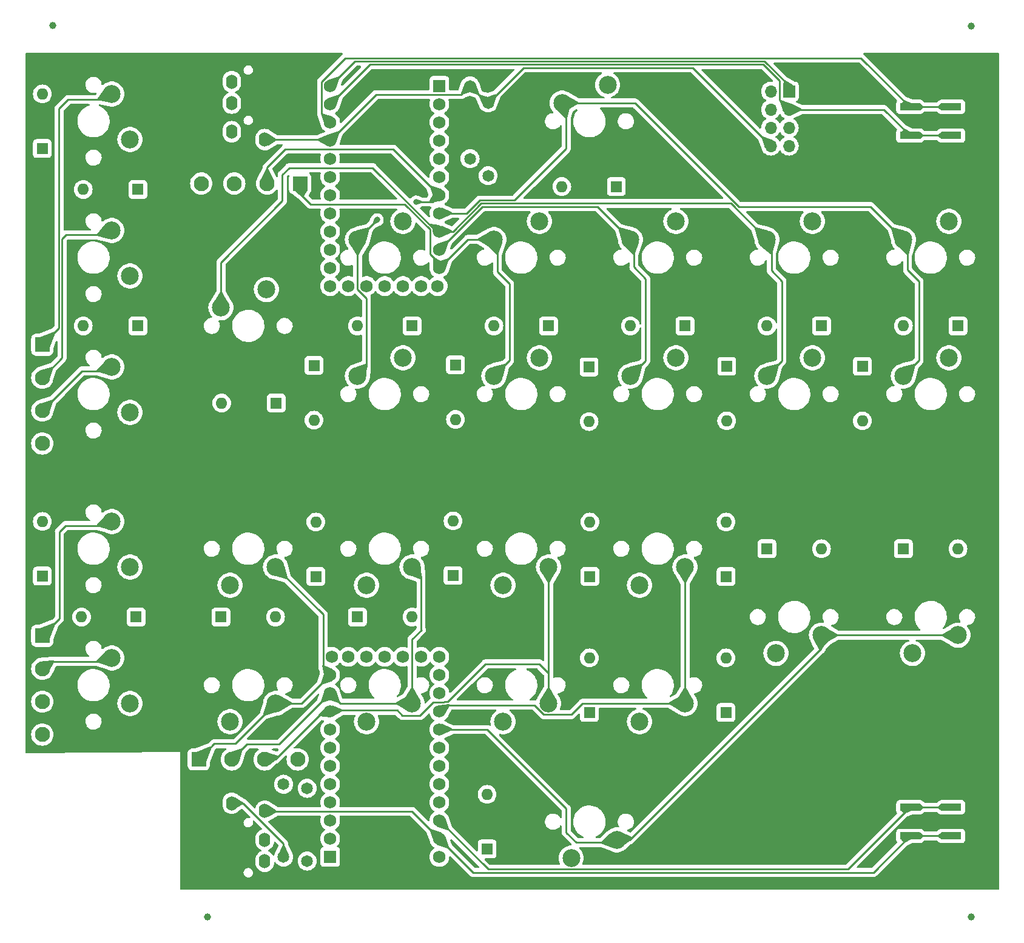
<source format=gbl>
%TF.GenerationSoftware,KiCad,Pcbnew,7.0.10*%
%TF.CreationDate,2024-02-04T11:58:59-08:00*%
%TF.ProjectId,oddball_steno,6f646462-616c-46c5-9f73-74656e6f2e6b,rev?*%
%TF.SameCoordinates,Original*%
%TF.FileFunction,Copper,L2,Bot*%
%TF.FilePolarity,Positive*%
%FSLAX46Y46*%
G04 Gerber Fmt 4.6, Leading zero omitted, Abs format (unit mm)*
G04 Created by KiCad (PCBNEW 7.0.10) date 2024-02-04 11:58:59*
%MOMM*%
%LPD*%
G01*
G04 APERTURE LIST*
G04 Aperture macros list*
%AMRoundRect*
0 Rectangle with rounded corners*
0 $1 Rounding radius*
0 $2 $3 $4 $5 $6 $7 $8 $9 X,Y pos of 4 corners*
0 Add a 4 corners polygon primitive as box body*
4,1,4,$2,$3,$4,$5,$6,$7,$8,$9,$2,$3,0*
0 Add four circle primitives for the rounded corners*
1,1,$1+$1,$2,$3*
1,1,$1+$1,$4,$5*
1,1,$1+$1,$6,$7*
1,1,$1+$1,$8,$9*
0 Add four rect primitives between the rounded corners*
20,1,$1+$1,$2,$3,$4,$5,0*
20,1,$1+$1,$4,$5,$6,$7,0*
20,1,$1+$1,$6,$7,$8,$9,0*
20,1,$1+$1,$8,$9,$2,$3,0*%
G04 Aperture macros list end*
%TA.AperFunction,SMDPad,CuDef*%
%ADD10C,1.000000*%
%TD*%
%TA.AperFunction,ComponentPad*%
%ADD11C,2.500000*%
%TD*%
%TA.AperFunction,ComponentPad*%
%ADD12C,2.100000*%
%TD*%
%TA.AperFunction,ComponentPad*%
%ADD13RoundRect,0.250001X-0.799999X-0.799999X0.799999X-0.799999X0.799999X0.799999X-0.799999X0.799999X0*%
%TD*%
%TA.AperFunction,ComponentPad*%
%ADD14R,1.600000X1.600000*%
%TD*%
%TA.AperFunction,ComponentPad*%
%ADD15O,1.600000X1.600000*%
%TD*%
%TA.AperFunction,ComponentPad*%
%ADD16RoundRect,0.250001X-0.799999X0.799999X-0.799999X-0.799999X0.799999X-0.799999X0.799999X0.799999X0*%
%TD*%
%TA.AperFunction,ComponentPad*%
%ADD17C,1.752600*%
%TD*%
%TA.AperFunction,ComponentPad*%
%ADD18R,1.752600X1.752600*%
%TD*%
%TA.AperFunction,ComponentPad*%
%ADD19R,1.700000X1.700000*%
%TD*%
%TA.AperFunction,ComponentPad*%
%ADD20O,1.700000X1.700000*%
%TD*%
%TA.AperFunction,SMDPad,CuDef*%
%ADD21R,2.800000X1.000000*%
%TD*%
%TA.AperFunction,ComponentPad*%
%ADD22C,1.651000*%
%TD*%
%TA.AperFunction,ComponentPad*%
%ADD23RoundRect,0.250001X0.799999X0.799999X-0.799999X0.799999X-0.799999X-0.799999X0.799999X-0.799999X0*%
%TD*%
%TA.AperFunction,ComponentPad*%
%ADD24O,1.600000X2.000000*%
%TD*%
%TA.AperFunction,ViaPad*%
%ADD25C,0.800000*%
%TD*%
%TA.AperFunction,Conductor*%
%ADD26C,0.250000*%
%TD*%
G04 APERTURE END LIST*
D10*
%TO.P,REF\u002A\u002A,*%
%TO.N,*%
X99225500Y-147680625D03*
%TD*%
%TO.P,REF\u002A\u002A,*%
%TO.N,*%
X205825500Y-147680625D03*
%TD*%
%TO.P,REF\u002A\u002A,*%
%TO.N,*%
X77620500Y-23250625D03*
%TD*%
%TO.P,REF\u002A\u002A,*%
%TO.N,*%
X205825500Y-23270625D03*
%TD*%
D11*
%TO.P,S25,1,1*%
%TO.N,t_col2*%
X85850500Y-51820625D03*
%TO.P,S25,2,2*%
%TO.N,Net-(D25-K)*%
X88390500Y-58170625D03*
%TD*%
%TO.P,S7,2,2*%
%TO.N,Net-(D7-K)*%
X159510500Y-101350625D03*
%TO.P,S7,1,1*%
%TO.N,l_col2*%
X165860500Y-98810625D03*
%TD*%
%TO.P,S26,1,1*%
%TO.N,t_col3*%
X85850500Y-70870625D03*
%TO.P,S26,2,2*%
%TO.N,Net-(D26-K)*%
X88390500Y-77220625D03*
%TD*%
%TO.P,S17,1,1*%
%TO.N,r_col1*%
X120140500Y-72140625D03*
%TO.P,S17,2,2*%
%TO.N,Net-(D17-K)*%
X126490500Y-69600625D03*
%TD*%
%TO.P,S27,1,1*%
%TO.N,t_col4*%
X85850500Y-92460625D03*
%TO.P,S27,2,2*%
%TO.N,Net-(D27-K)*%
X88390500Y-98810625D03*
%TD*%
%TO.P,S16,1,1*%
%TO.N,r_col5*%
X196340500Y-53090625D03*
%TO.P,S16,2,2*%
%TO.N,Net-(D16-K)*%
X202690500Y-50550625D03*
%TD*%
%TO.P,S5,2,2*%
%TO.N,Net-(D5-K)*%
X102360500Y-120400625D03*
%TO.P,S5,1,1*%
%TO.N,l_col5*%
X108710500Y-117860625D03*
%TD*%
%TO.P,S24,1,1*%
%TO.N,t_col1*%
X85850500Y-32770625D03*
%TO.P,S24,2,2*%
%TO.N,Net-(D24-K)*%
X88390500Y-39120625D03*
%TD*%
%TO.P,S1,2,2*%
%TO.N,Net-(D1-K)*%
X149985500Y-139450625D03*
%TO.P,S1,1,1*%
%TO.N,l_col1*%
X156335500Y-136910625D03*
%TD*%
%TO.P,S23,1,1*%
%TO.N,r_col5*%
X148715500Y-34040625D03*
%TO.P,S23,2,2*%
%TO.N,Net-(D23-K)*%
X155065500Y-31500625D03*
%TD*%
%TO.P,S22,1,1*%
%TO.N,r_col4*%
X101090500Y-62615625D03*
%TO.P,S22,2,2*%
%TO.N,Net-(D22-K)*%
X107440500Y-60075625D03*
%TD*%
%TO.P,S6,2,2*%
%TO.N,Net-(D6-K)*%
X178560500Y-110875625D03*
%TO.P,S6,1,1*%
%TO.N,l_col1*%
X184910500Y-108335625D03*
%TD*%
%TO.P,S12,1,1*%
%TO.N,r_col1*%
X120140500Y-53090625D03*
%TO.P,S12,2,2*%
%TO.N,Net-(D12-K)*%
X126490500Y-50550625D03*
%TD*%
%TO.P,S28,1,1*%
%TO.N,t_col5*%
X85850500Y-111510625D03*
%TO.P,S28,2,2*%
%TO.N,Net-(D28-K)*%
X88390500Y-117860625D03*
%TD*%
%TO.P,S11,2,2*%
%TO.N,Net-(D11-K)*%
X197610500Y-110875625D03*
%TO.P,S11,1,1*%
%TO.N,l_col1*%
X203960500Y-108335625D03*
%TD*%
%TO.P,S8,2,2*%
%TO.N,Net-(D8-K)*%
X140460500Y-101350625D03*
%TO.P,S8,1,1*%
%TO.N,l_col3*%
X146810500Y-98810625D03*
%TD*%
%TO.P,S15,1,1*%
%TO.N,r_col4*%
X177290500Y-53090625D03*
%TO.P,S15,2,2*%
%TO.N,Net-(D15-K)*%
X183640500Y-50550625D03*
%TD*%
%TO.P,S2,2,2*%
%TO.N,Net-(D2-K)*%
X159510500Y-120400625D03*
%TO.P,S2,1,1*%
%TO.N,l_col2*%
X165860500Y-117860625D03*
%TD*%
%TO.P,S18,1,1*%
%TO.N,r_col2*%
X139190500Y-72140625D03*
%TO.P,S18,2,2*%
%TO.N,Net-(D18-K)*%
X145540500Y-69600625D03*
%TD*%
%TO.P,S14,1,1*%
%TO.N,r_col3*%
X158240500Y-53090625D03*
%TO.P,S14,2,2*%
%TO.N,Net-(D14-K)*%
X164590500Y-50550625D03*
%TD*%
%TO.P,S9,2,2*%
%TO.N,Net-(D9-K)*%
X121410500Y-101350625D03*
%TO.P,S9,1,1*%
%TO.N,l_col4*%
X127760500Y-98810625D03*
%TD*%
%TO.P,S21,1,1*%
%TO.N,r_col5*%
X196340500Y-72140625D03*
%TO.P,S21,2,2*%
%TO.N,Net-(D21-K)*%
X202690500Y-69600625D03*
%TD*%
%TO.P,S19,1,1*%
%TO.N,r_col3*%
X158240500Y-72140625D03*
%TO.P,S19,2,2*%
%TO.N,Net-(D19-K)*%
X164590500Y-69600625D03*
%TD*%
%TO.P,S13,1,1*%
%TO.N,r_col2*%
X139190500Y-53090625D03*
%TO.P,S13,2,2*%
%TO.N,Net-(D13-K)*%
X145540500Y-50550625D03*
%TD*%
D12*
%TO.P,J2,4,Pin_4*%
%TO.N,l_row3*%
X111800500Y-125676875D03*
%TO.P,J2,3,Pin_3*%
%TO.N,l_col3*%
X107200500Y-125676875D03*
%TO.P,J2,2,Pin_2*%
%TO.N,l_col4*%
X102600500Y-125676875D03*
D13*
%TO.P,J2,1,Pin_1*%
%TO.N,l_col5*%
X98000500Y-125676875D03*
%TD*%
D11*
%TO.P,S3,2,2*%
%TO.N,Net-(D3-K)*%
X140460500Y-120400625D03*
%TO.P,S3,1,1*%
%TO.N,l_col3*%
X146810500Y-117860625D03*
%TD*%
%TO.P,S10,2,2*%
%TO.N,Net-(D10-K)*%
X102360500Y-101350625D03*
%TO.P,S10,1,1*%
%TO.N,l_col5*%
X108710500Y-98810625D03*
%TD*%
%TO.P,S4,2,2*%
%TO.N,Net-(D4-K)*%
X121410500Y-120400625D03*
%TO.P,S4,1,1*%
%TO.N,l_col4*%
X127760500Y-117860625D03*
%TD*%
%TO.P,S20,1,1*%
%TO.N,r_col4*%
X177290500Y-72140625D03*
%TO.P,S20,2,2*%
%TO.N,Net-(D20-K)*%
X183640500Y-69600625D03*
%TD*%
D14*
%TO.P,D21,1,K*%
%TO.N,Net-(D21-K)*%
X190625500Y-70795625D03*
D15*
%TO.P,D21,2,A*%
%TO.N,r_row2*%
X190625500Y-78415625D03*
%TD*%
D16*
%TO.P,J6,1,Pin_1*%
%TO.N,t_col4*%
X76166750Y-108420625D03*
D12*
%TO.P,J6,2,Pin_2*%
%TO.N,t_col5*%
X76166750Y-113020625D03*
%TO.P,J6,3,Pin_3*%
%TO.N,t_row2*%
X76166750Y-117620625D03*
%TO.P,J6,4,Pin_4*%
%TO.N,t_gnd*%
X76166750Y-122220625D03*
%TD*%
D17*
%TO.P,U1,29,F0*%
%TO.N,unconnected-(U1-F0-Pad29)*%
X129030500Y-111351875D03*
%TO.P,U1,28,F1*%
%TO.N,unconnected-(U1-F1-Pad28)*%
X126490500Y-111351875D03*
%TO.P,U1,27,C7*%
%TO.N,unconnected-(U1-C7-Pad27)*%
X123950500Y-111351875D03*
%TO.P,U1,26,D5*%
%TO.N,unconnected-(U1-D5-Pad26)*%
X121410500Y-111351875D03*
%TO.P,U1,25,B7*%
%TO.N,unconnected-(U1-B7-Pad25)*%
X118870500Y-111351875D03*
%TO.P,U1,24,B0*%
%TO.N,unconnected-(U1-B0-Pad24)*%
X131570500Y-139291875D03*
%TO.P,U1,23,GND*%
%TO.N,l_gnd*%
X131570500Y-136751875D03*
%TO.P,U1,22,RST*%
%TO.N,Net-(SW1-A)*%
X131570500Y-134211875D03*
%TO.P,U1,21,VCC*%
%TO.N,l_vcc*%
X131570500Y-131671875D03*
%TO.P,U1,20,A3/PF4*%
%TO.N,l_row3*%
X131570500Y-129131875D03*
%TO.P,U1,19,A2/PF5*%
%TO.N,l_row2*%
X131570500Y-126591875D03*
%TO.P,U1,18,A1/PF6*%
%TO.N,l_row1*%
X131570500Y-124051875D03*
%TO.P,U1,17,A0/PF7*%
%TO.N,l_col1*%
X131570500Y-121511875D03*
%TO.P,U1,16,15/PB1*%
%TO.N,l_col2*%
X131570500Y-118971875D03*
%TO.P,U1,15,14/PB3*%
%TO.N,unconnected-(U1-14{slash}PB3-Pad15)*%
X131570500Y-116431875D03*
%TO.P,U1,14,16/PB2*%
%TO.N,unconnected-(U1-16{slash}PB2-Pad14)*%
X131570500Y-113891875D03*
%TO.P,U1,13,10/PB6*%
%TO.N,unconnected-(U1-10{slash}PB6-Pad13)*%
X131570500Y-111351875D03*
%TO.P,U1,12,9/PB5*%
%TO.N,unconnected-(U1-9{slash}PB5-Pad12)*%
X116559100Y-111351875D03*
%TO.P,U1,11,8/PB4*%
%TO.N,l_col5*%
X116330500Y-113891875D03*
%TO.P,U1,10,7/PE6*%
%TO.N,l_col4*%
X116330500Y-116431875D03*
%TO.P,U1,9,6/PD7*%
%TO.N,l_col3*%
X116330500Y-118971875D03*
%TO.P,U1,8,5/PC6*%
%TO.N,unconnected-(U1-5{slash}PC6-Pad8)*%
X116330500Y-121511875D03*
%TO.P,U1,7,4/PD4*%
%TO.N,unconnected-(U1-4{slash}PD4-Pad7)*%
X116330500Y-124051875D03*
%TO.P,U1,6,3/PD0*%
%TO.N,l_data1*%
X116330500Y-126591875D03*
%TO.P,U1,5,2/PD1*%
%TO.N,l_data2*%
X116330500Y-129131875D03*
%TO.P,U1,4,GND*%
%TO.N,unconnected-(U1-GND-Pad4)*%
X116330500Y-131671875D03*
%TO.P,U1,3,GND*%
%TO.N,unconnected-(U1-GND-Pad3)*%
X116330500Y-134211875D03*
%TO.P,U1,2,RX1/PD2*%
%TO.N,unconnected-(U1-RX1{slash}PD2-Pad2)*%
X116330500Y-136751875D03*
D18*
%TO.P,U1,1,TX0/PD3*%
%TO.N,unconnected-(U1-TX0{slash}PD3-Pad1)*%
X116330500Y-139291875D03*
%TD*%
D15*
%TO.P,D1,2,A*%
%TO.N,l_row1*%
X138238000Y-130560625D03*
D14*
%TO.P,D1,1,K*%
%TO.N,Net-(D1-K)*%
X138238000Y-138180625D03*
%TD*%
D15*
%TO.P,D3,2,A*%
%TO.N,l_row1*%
X152525500Y-111510625D03*
D14*
%TO.P,D3,1,K*%
%TO.N,Net-(D3-K)*%
X152525500Y-119130625D03*
%TD*%
%TO.P,D19,1,K*%
%TO.N,Net-(D19-K)*%
X152475500Y-70895625D03*
D15*
%TO.P,D19,2,A*%
%TO.N,r_row2*%
X152475500Y-78515625D03*
%TD*%
D19*
%TO.P,J3,1,Pin_1*%
%TO.N,ss*%
X180375500Y-32405625D03*
D20*
%TO.P,J3,2,Pin_2*%
%TO.N,motion*%
X177835500Y-32405625D03*
%TO.P,J3,3,Pin_3*%
%TO.N,r_gnd*%
X180375500Y-34945625D03*
%TO.P,J3,4,Pin_4*%
%TO.N,unconnected-(J3-Pin_4-Pad4)*%
X177835500Y-34945625D03*
%TO.P,J3,5,Pin_5*%
%TO.N,sclk*%
X180375500Y-37485625D03*
%TO.P,J3,6,Pin_6*%
%TO.N,mosi*%
X177835500Y-37485625D03*
%TO.P,J3,7,Pin_7*%
%TO.N,miso*%
X180375500Y-40025625D03*
%TO.P,J3,8,Pin_8*%
%TO.N,r_vcc*%
X177835500Y-40025625D03*
%TD*%
D15*
%TO.P,D10,2,A*%
%TO.N,l_row2*%
X114336750Y-92535625D03*
D14*
%TO.P,D10,1,K*%
%TO.N,Net-(D10-K)*%
X114336750Y-100155625D03*
%TD*%
%TO.P,D13,1,K*%
%TO.N,Net-(D13-K)*%
X146810500Y-65155625D03*
D15*
%TO.P,D13,2,A*%
%TO.N,r_row1*%
X139190500Y-65155625D03*
%TD*%
D14*
%TO.P,D22,1,K*%
%TO.N,Net-(D22-K)*%
X108808000Y-75930625D03*
D15*
%TO.P,D22,2,A*%
%TO.N,r_row3*%
X101188000Y-75930625D03*
%TD*%
D14*
%TO.P,D17,1,K*%
%TO.N,Net-(D17-K)*%
X114075500Y-70695625D03*
D15*
%TO.P,D17,2,A*%
%TO.N,r_row2*%
X114075500Y-78315625D03*
%TD*%
D21*
%TO.P,SW2,1,A*%
%TO.N,Net-(SW2-A)*%
X203050500Y-34580625D03*
X197250500Y-34580625D03*
%TO.P,SW2,2,B*%
%TO.N,r_gnd*%
X203050500Y-38580625D03*
X197250500Y-38580625D03*
%TD*%
D14*
%TO.P,D27,1,K*%
%TO.N,Net-(D27-K)*%
X76166750Y-100080625D03*
D15*
%TO.P,D27,2,A*%
%TO.N,t_row2*%
X76166750Y-92460625D03*
%TD*%
D14*
%TO.P,D15,1,K*%
%TO.N,Net-(D15-K)*%
X184910500Y-65155625D03*
D15*
%TO.P,D15,2,A*%
%TO.N,r_row1*%
X177290500Y-65155625D03*
%TD*%
D22*
%TO.P,R4,2*%
%TO.N,l_data1*%
X109836750Y-129146875D03*
%TO.P,R4,1*%
%TO.N,l_vcc*%
X109836750Y-139306875D03*
%TD*%
%TO.P,R3,2*%
%TO.N,l_vcc*%
X113125500Y-139875625D03*
%TO.P,R3,1*%
%TO.N,l_data2*%
X113125500Y-129715625D03*
%TD*%
D14*
%TO.P,D16,1,K*%
%TO.N,Net-(D16-K)*%
X203960500Y-65155625D03*
D15*
%TO.P,D16,2,A*%
%TO.N,r_row1*%
X196340500Y-65155625D03*
%TD*%
%TO.P,D6,2,A*%
%TO.N,l_row2*%
X184910500Y-96270625D03*
D14*
%TO.P,D6,1,K*%
%TO.N,Net-(D6-K)*%
X177290500Y-96270625D03*
%TD*%
%TO.P,D20,1,K*%
%TO.N,Net-(D20-K)*%
X171675500Y-70795625D03*
D15*
%TO.P,D20,2,A*%
%TO.N,r_row2*%
X171675500Y-78415625D03*
%TD*%
%TO.P,D9,2,A*%
%TO.N,l_row2*%
X133486750Y-92385625D03*
D14*
%TO.P,D9,1,K*%
%TO.N,Net-(D9-K)*%
X133486750Y-100005625D03*
%TD*%
D22*
%TO.P,R1,1*%
%TO.N,r_data2*%
X135856750Y-41804375D03*
%TO.P,R1,2*%
%TO.N,r_vcc*%
X135856750Y-31644375D03*
%TD*%
D14*
%TO.P,D28,1,K*%
%TO.N,Net-(D28-K)*%
X89260500Y-105795625D03*
D15*
%TO.P,D28,2,A*%
%TO.N,t_row2*%
X81640500Y-105795625D03*
%TD*%
%TO.P,D4,2,A*%
%TO.N,l_row1*%
X127760500Y-105795625D03*
D14*
%TO.P,D4,1,K*%
%TO.N,Net-(D4-K)*%
X120140500Y-105795625D03*
%TD*%
D22*
%TO.P,R2,1*%
%TO.N,r_vcc*%
X138381750Y-34025625D03*
%TO.P,R2,2*%
%TO.N,r_data1*%
X138381750Y-44185625D03*
%TD*%
D14*
%TO.P,D26,1,K*%
%TO.N,Net-(D26-K)*%
X89501750Y-65155625D03*
D15*
%TO.P,D26,2,A*%
%TO.N,t_row1*%
X81881750Y-65155625D03*
%TD*%
D18*
%TO.P,U3,1,TX0/PD3*%
%TO.N,unconnected-(U3-TX0{slash}PD3-Pad1)*%
X131570500Y-31659375D03*
D17*
%TO.P,U3,2,RX1/PD2*%
%TO.N,motion*%
X131570500Y-34199375D03*
%TO.P,U3,3,GND*%
%TO.N,unconnected-(U3-GND-Pad3)*%
X131570500Y-36739375D03*
%TO.P,U3,4,GND*%
%TO.N,unconnected-(U3-GND-Pad4)*%
X131570500Y-39279375D03*
%TO.P,U3,5,2/PD1*%
%TO.N,r_data2*%
X131570500Y-41819375D03*
%TO.P,U3,6,3/PD0*%
%TO.N,r_data1*%
X131570500Y-44359375D03*
%TO.P,U3,7,4/PD4*%
%TO.N,r_col1*%
X131570500Y-46899375D03*
%TO.P,U3,8,5/PC6*%
%TO.N,r_col5*%
X131570500Y-49439375D03*
%TO.P,U3,9,6/PD7*%
%TO.N,r_col4*%
X131570500Y-51979375D03*
%TO.P,U3,10,7/PE6*%
%TO.N,r_col3*%
X131570500Y-54519375D03*
%TO.P,U3,11,8/PB4*%
%TO.N,r_col2*%
X131570500Y-57059375D03*
%TO.P,U3,12,9/PB5*%
%TO.N,unconnected-(U3-9{slash}PB5-Pad12)*%
X131341900Y-59599375D03*
%TO.P,U3,13,10/PB6*%
%TO.N,unconnected-(U3-10{slash}PB6-Pad13)*%
X116330500Y-59599375D03*
%TO.P,U3,14,16/PB2*%
%TO.N,mosi*%
X116330500Y-57059375D03*
%TO.P,U3,15,14/PB3*%
%TO.N,miso*%
X116330500Y-54519375D03*
%TO.P,U3,16,15/PB1*%
%TO.N,sclk*%
X116330500Y-51979375D03*
%TO.P,U3,17,A0/PF7*%
%TO.N,r_row1*%
X116330500Y-49439375D03*
%TO.P,U3,18,A1/PF6*%
%TO.N,r_row2*%
X116330500Y-46899375D03*
%TO.P,U3,19,A2/PF5*%
%TO.N,r_row3*%
X116330500Y-44359375D03*
%TO.P,U3,20,A3/PF4*%
%TO.N,unconnected-(U3-A3{slash}PF4-Pad20)*%
X116330500Y-41819375D03*
%TO.P,U3,21,VCC*%
%TO.N,r_vcc*%
X116330500Y-39279375D03*
%TO.P,U3,22,RST*%
%TO.N,Net-(SW2-A)*%
X116330500Y-36739375D03*
%TO.P,U3,23,GND*%
%TO.N,r_gnd*%
X116330500Y-34199375D03*
%TO.P,U3,24,B0*%
%TO.N,ss*%
X116330500Y-31659375D03*
%TO.P,U3,25,B7*%
%TO.N,unconnected-(U3-B7-Pad25)*%
X129030500Y-59599375D03*
%TO.P,U3,26,D5*%
%TO.N,unconnected-(U3-D5-Pad26)*%
X126490500Y-59599375D03*
%TO.P,U3,27,C7*%
%TO.N,unconnected-(U3-C7-Pad27)*%
X123950500Y-59599375D03*
%TO.P,U3,28,F1*%
%TO.N,unconnected-(U3-F1-Pad28)*%
X121410500Y-59599375D03*
%TO.P,U3,29,F0*%
%TO.N,unconnected-(U3-F0-Pad29)*%
X118870500Y-59599375D03*
%TD*%
D15*
%TO.P,D8,2,A*%
%TO.N,l_row2*%
X152586750Y-92535625D03*
D14*
%TO.P,D8,1,K*%
%TO.N,Net-(D8-K)*%
X152586750Y-100155625D03*
%TD*%
%TO.P,D18,1,K*%
%TO.N,Net-(D18-K)*%
X133825500Y-70595625D03*
D15*
%TO.P,D18,2,A*%
%TO.N,r_row2*%
X133825500Y-78215625D03*
%TD*%
D14*
%TO.P,D25,1,K*%
%TO.N,Net-(D25-K)*%
X89501750Y-46105625D03*
D15*
%TO.P,D25,2,A*%
%TO.N,t_row1*%
X81881750Y-46105625D03*
%TD*%
D23*
%TO.P,J4,1,Pin_1*%
%TO.N,r_col2*%
X112150500Y-45274375D03*
D12*
%TO.P,J4,2,Pin_2*%
%TO.N,r_col1*%
X107550500Y-45274375D03*
%TO.P,J4,3,Pin_3*%
%TO.N,r_row3*%
X102950500Y-45274375D03*
%TO.P,J4,4,Pin_4*%
%TO.N,r_gnd*%
X98350500Y-45274375D03*
%TD*%
D15*
%TO.P,D11,2,A*%
%TO.N,l_row3*%
X203960500Y-96270625D03*
D14*
%TO.P,D11,1,K*%
%TO.N,Net-(D11-K)*%
X196340500Y-96270625D03*
%TD*%
%TO.P,D23,1,K*%
%TO.N,Net-(D23-K)*%
X156285500Y-45705625D03*
D15*
%TO.P,D23,2,A*%
%TO.N,r_row3*%
X148665500Y-45705625D03*
%TD*%
D21*
%TO.P,SW1,2,B*%
%TO.N,l_gnd*%
X197250500Y-136370625D03*
X203050500Y-136370625D03*
%TO.P,SW1,1,A*%
%TO.N,Net-(SW1-A)*%
X197250500Y-132370625D03*
X203050500Y-132370625D03*
%TD*%
D24*
%TO.P,U4,1,SLEEVE*%
%TO.N,r_vcc*%
X107200500Y-39149375D03*
%TO.P,U4,2,TIP*%
%TO.N,r_gnd*%
X102600500Y-38049375D03*
%TO.P,U4,3,RING1*%
%TO.N,r_data2*%
X102600500Y-34049375D03*
%TO.P,U4,4,RING2*%
%TO.N,r_data1*%
X102600500Y-31049375D03*
%TD*%
D15*
%TO.P,D2,2,A*%
%TO.N,l_row1*%
X171575500Y-111510625D03*
D14*
%TO.P,D2,1,K*%
%TO.N,Net-(D2-K)*%
X171575500Y-119130625D03*
%TD*%
D15*
%TO.P,D7,2,A*%
%TO.N,l_row2*%
X171586750Y-92535625D03*
D14*
%TO.P,D7,1,K*%
%TO.N,Net-(D7-K)*%
X171586750Y-100155625D03*
%TD*%
%TO.P,D14,1,K*%
%TO.N,Net-(D14-K)*%
X165860500Y-65155625D03*
D15*
%TO.P,D14,2,A*%
%TO.N,r_row1*%
X158240500Y-65155625D03*
%TD*%
D14*
%TO.P,D24,1,K*%
%TO.N,Net-(D24-K)*%
X76166750Y-40390625D03*
D15*
%TO.P,D24,2,A*%
%TO.N,t_row1*%
X76166750Y-32770625D03*
%TD*%
D16*
%TO.P,J5,1,Pin_1*%
%TO.N,t_col1*%
X76166750Y-67780625D03*
D12*
%TO.P,J5,2,Pin_2*%
%TO.N,t_col2*%
X76166750Y-72380625D03*
%TO.P,J5,3,Pin_3*%
%TO.N,t_col3*%
X76166750Y-76980625D03*
%TO.P,J5,4,Pin_4*%
%TO.N,t_row1*%
X76166750Y-81580625D03*
%TD*%
D15*
%TO.P,D5,2,A*%
%TO.N,l_row1*%
X108710500Y-105795625D03*
D14*
%TO.P,D5,1,K*%
%TO.N,Net-(D5-K)*%
X101090500Y-105795625D03*
%TD*%
%TO.P,D12,1,K*%
%TO.N,Net-(D12-K)*%
X127760500Y-65155625D03*
D15*
%TO.P,D12,2,A*%
%TO.N,r_row1*%
X120140500Y-65155625D03*
%TD*%
D24*
%TO.P,U2,4,RING2*%
%TO.N,l_data1*%
X107200500Y-139901875D03*
%TO.P,U2,3,RING1*%
%TO.N,l_data2*%
X107200500Y-136901875D03*
%TO.P,U2,2,TIP*%
%TO.N,l_gnd*%
X107200500Y-132901875D03*
%TO.P,U2,1,SLEEVE*%
%TO.N,l_vcc*%
X102600500Y-131801875D03*
%TD*%
D25*
%TO.N,r_col1*%
X122900500Y-50330625D03*
X128326451Y-47854674D03*
%TD*%
D26*
%TO.N,ss*%
X116330500Y-31659375D02*
X119784250Y-28205625D01*
X180375500Y-31605625D02*
X180375500Y-32405625D01*
X176975500Y-28205625D02*
X180375500Y-31605625D01*
X119784250Y-28205625D02*
X176975500Y-28205625D01*
%TO.N,Net-(SW1-A)*%
X203050500Y-132370625D02*
X197250500Y-132370625D01*
X138384250Y-141025625D02*
X131570500Y-134211875D01*
X197250500Y-132370625D02*
X188595500Y-141025625D01*
X188595500Y-141025625D02*
X138384250Y-141025625D01*
%TO.N,Net-(SW2-A)*%
X115129200Y-31051925D02*
X118425500Y-27755625D01*
X197250500Y-34580625D02*
X203050500Y-34580625D01*
X116330500Y-36739375D02*
X115129200Y-35538075D01*
X118425500Y-27755625D02*
X190425500Y-27755625D01*
X190425500Y-27755625D02*
X197250500Y-34580625D01*
X115129200Y-35538075D02*
X115129200Y-31051925D01*
%TO.N,l_col2*%
X146158113Y-119435625D02*
X149970500Y-119435625D01*
X151545500Y-117860625D02*
X165860500Y-117860625D01*
X131570500Y-118971875D02*
X132446800Y-118095575D01*
X165860500Y-98810625D02*
X165860500Y-117860625D01*
X132446800Y-118095575D02*
X144818063Y-118095575D01*
X144818063Y-118095575D02*
X146158113Y-119435625D01*
X149970500Y-119435625D02*
X151545500Y-117860625D01*
%TO.N,l_col3*%
X146810500Y-98810625D02*
X146810500Y-117860625D01*
X115399250Y-118971875D02*
X116330500Y-118971875D01*
X116476750Y-118825625D02*
X116330500Y-118971875D01*
X130725500Y-117695625D02*
X128875500Y-119545625D01*
X107200500Y-125676875D02*
X108694250Y-125676875D01*
X146810500Y-113630625D02*
X145525500Y-112345625D01*
X108694250Y-125676875D02*
X115399250Y-118971875D01*
X128875500Y-119545625D02*
X126425500Y-119545625D01*
X132210354Y-117695625D02*
X130725500Y-117695625D01*
X125705500Y-118825625D02*
X116476750Y-118825625D01*
X126425500Y-119545625D02*
X125705500Y-118825625D01*
X138025500Y-112345625D02*
X132725550Y-117645575D01*
X146810500Y-117860625D02*
X146810500Y-113630625D01*
X132725550Y-117645575D02*
X132260404Y-117645575D01*
X145525500Y-112345625D02*
X138025500Y-112345625D01*
X132260404Y-117645575D02*
X132210354Y-117695625D01*
%TO.N,l_col4*%
X129010499Y-107530624D02*
X129075500Y-107595625D01*
X109216750Y-123545625D02*
X116330500Y-116431875D01*
X129075500Y-107595625D02*
X127760500Y-108910625D01*
X129010499Y-100060624D02*
X129010499Y-107530624D01*
X104731750Y-123545625D02*
X109216750Y-123545625D01*
X102600500Y-125676875D02*
X104731750Y-123545625D01*
X127760500Y-117860625D02*
X117759250Y-117860625D01*
X127760500Y-108910625D02*
X127760500Y-117860625D01*
X127760500Y-98810625D02*
X129010499Y-100060624D01*
X117759250Y-117860625D02*
X116330500Y-116431875D01*
%TO.N,r_col3*%
X160375500Y-70005625D02*
X160375500Y-58605625D01*
X158725500Y-53575625D02*
X158240500Y-53090625D01*
X158240500Y-53070625D02*
X153675500Y-48505625D01*
X137584250Y-48505625D02*
X131570500Y-54519375D01*
X158240500Y-53090625D02*
X158240500Y-53070625D01*
X160375500Y-58605625D02*
X158725500Y-56955625D01*
X153675500Y-48505625D02*
X137584250Y-48505625D01*
X158240500Y-72140625D02*
X160375500Y-70005625D01*
X158725500Y-56955625D02*
X158725500Y-53575625D01*
%TO.N,r_col5*%
X148715500Y-34040625D02*
X158876896Y-34040625D01*
X198525500Y-69955625D02*
X198525500Y-58955625D01*
X191755500Y-48505625D02*
X196340500Y-53090625D01*
X137211458Y-47605625D02*
X142075500Y-47605625D01*
X158876896Y-34040625D02*
X173341896Y-48505625D01*
X135377708Y-49439375D02*
X137211458Y-47605625D01*
X196925500Y-57355625D02*
X196925500Y-53675625D01*
X173341896Y-48505625D02*
X191755500Y-48505625D01*
X198525500Y-58955625D02*
X196925500Y-57355625D01*
X196925500Y-53675625D02*
X196340500Y-53090625D01*
X196340500Y-72140625D02*
X198525500Y-69955625D01*
X149275500Y-40405625D02*
X149275500Y-34600625D01*
X131570500Y-49439375D02*
X135377708Y-49439375D01*
X149275500Y-34600625D02*
X148715500Y-34040625D01*
X142075500Y-47605625D02*
X149275500Y-40405625D01*
%TO.N,t_col3*%
X76166750Y-76980625D02*
X81703000Y-71444375D01*
X85276750Y-71444375D02*
X85850500Y-70870625D01*
X81703000Y-71444375D02*
X85276750Y-71444375D01*
%TO.N,t_col2*%
X85226750Y-52444375D02*
X85850500Y-51820625D01*
X76166750Y-72380625D02*
X78929250Y-69618125D01*
X79479250Y-52444375D02*
X85226750Y-52444375D01*
X78929250Y-69618125D02*
X78929250Y-52994375D01*
X78929250Y-52994375D02*
X79479250Y-52444375D01*
%TO.N,t_col1*%
X85076750Y-33544375D02*
X85850500Y-32770625D01*
X78479250Y-65468125D02*
X78479250Y-34844375D01*
X78479250Y-34844375D02*
X79779250Y-33544375D01*
X76166750Y-67780625D02*
X78479250Y-65468125D01*
X79779250Y-33544375D02*
X85076750Y-33544375D01*
%TO.N,t_col5*%
X85850500Y-111510625D02*
X85371750Y-111989375D01*
X85371750Y-111989375D02*
X77198000Y-111989375D01*
X77198000Y-111989375D02*
X76166750Y-113020625D01*
%TO.N,t_col4*%
X78548000Y-106039375D02*
X76166750Y-108420625D01*
X78548000Y-93889375D02*
X78548000Y-106039375D01*
X79398000Y-93039375D02*
X78548000Y-93889375D01*
X85850500Y-92460625D02*
X85271750Y-93039375D01*
X85271750Y-93039375D02*
X79398000Y-93039375D01*
%TO.N,l_col1*%
X138263007Y-121511875D02*
X149286750Y-132535618D01*
X156335500Y-136910625D02*
X158171750Y-136910625D01*
X150686750Y-137295625D02*
X155950500Y-137295625D01*
X131570500Y-121511875D02*
X138263007Y-121511875D01*
X158171750Y-136910625D02*
X184910500Y-110171875D01*
X184910500Y-110171875D02*
X184910500Y-108335625D01*
X184910500Y-108335625D02*
X203960500Y-108335625D01*
X155950500Y-137295625D02*
X156335500Y-136910625D01*
X149286750Y-132535618D02*
X149286750Y-135895625D01*
X149286750Y-135895625D02*
X150686750Y-137295625D01*
%TO.N,l_col5*%
X103075500Y-123495625D02*
X108710500Y-117860625D01*
X115357800Y-112919175D02*
X116330500Y-113891875D01*
X115357800Y-105457925D02*
X115357800Y-112919175D01*
X98000500Y-125676875D02*
X100181750Y-123495625D01*
X108710500Y-98810625D02*
X115357800Y-105457925D01*
X108710500Y-117860625D02*
X112361750Y-117860625D01*
X112361750Y-117860625D02*
X116330500Y-113891875D01*
X100181750Y-123495625D02*
X103075500Y-123495625D01*
%TO.N,r_col1*%
X120140500Y-60028270D02*
X121390499Y-61278269D01*
X130615201Y-47854674D02*
X131570500Y-46899375D01*
X122900500Y-50330625D02*
X120140500Y-53090625D01*
X121390499Y-61278269D02*
X121390499Y-70890626D01*
X128326451Y-47854674D02*
X130615201Y-47854674D01*
X121390499Y-70890626D02*
X120140500Y-72140625D01*
X110087950Y-40480675D02*
X125151800Y-40480675D01*
X107550500Y-43018125D02*
X110087950Y-40480675D01*
X120140500Y-53090625D02*
X120140500Y-60028270D01*
X107550500Y-45274375D02*
X107550500Y-43018125D01*
X125151800Y-40480675D02*
X131570500Y-46899375D01*
%TO.N,r_col2*%
X126725500Y-48155625D02*
X130275500Y-51705625D01*
X112150500Y-46718125D02*
X113588000Y-48155625D01*
X131570500Y-56402858D02*
X131570500Y-57059375D01*
X130275500Y-55107858D02*
X131570500Y-56402858D01*
X130275500Y-51705625D02*
X130275500Y-55107858D01*
X139675500Y-53575625D02*
X139190500Y-53090625D01*
X141375500Y-59305625D02*
X139675500Y-57605625D01*
X139190500Y-53090625D02*
X135539250Y-53090625D01*
X141375500Y-69955625D02*
X141375500Y-59305625D01*
X139675500Y-57605625D02*
X139675500Y-53575625D01*
X112150500Y-45274375D02*
X112150500Y-46718125D01*
X139190500Y-72140625D02*
X141375500Y-69955625D01*
X113588000Y-48155625D02*
X126725500Y-48155625D01*
X135539250Y-53090625D02*
X131570500Y-57059375D01*
%TO.N,r_col4*%
X122280646Y-43074375D02*
X131185646Y-51979375D01*
X109650500Y-47724375D02*
X109650500Y-44024375D01*
X109650500Y-44024375D02*
X110600500Y-43074375D01*
X172255500Y-48055625D02*
X137397854Y-48055625D01*
X179375500Y-58905625D02*
X177925500Y-57455625D01*
X177290500Y-72140625D02*
X179375500Y-70055625D01*
X133474104Y-51979375D02*
X131570500Y-51979375D01*
X177925500Y-57455625D02*
X177925500Y-53725625D01*
X177925500Y-53725625D02*
X177290500Y-53090625D01*
X179375500Y-70055625D02*
X179375500Y-58905625D01*
X177290500Y-53090625D02*
X172255500Y-48055625D01*
X101090500Y-62615625D02*
X101090500Y-56284375D01*
X101090500Y-56284375D02*
X109650500Y-47724375D01*
X137397854Y-48055625D02*
X133474104Y-51979375D01*
X110600500Y-43074375D02*
X122280646Y-43074375D01*
X131185646Y-51979375D02*
X131570500Y-51979375D01*
%TO.N,l_vcc*%
X104181750Y-131801875D02*
X109836750Y-137456875D01*
X102600500Y-131801875D02*
X104181750Y-131801875D01*
X109836750Y-137456875D02*
X109836750Y-139306875D01*
%TO.N,l_gnd*%
X107200500Y-132901875D02*
X107244250Y-132945625D01*
X136294250Y-141475625D02*
X131570500Y-136751875D01*
X107244250Y-132945625D02*
X127764250Y-132945625D01*
X192145500Y-141475625D02*
X136294250Y-141475625D01*
X127764250Y-132945625D02*
X131570500Y-136751875D01*
X197250500Y-136370625D02*
X192145500Y-141475625D01*
X203050500Y-136370625D02*
X197250500Y-136370625D01*
%TO.N,r_vcc*%
X138238000Y-34025625D02*
X138381750Y-34025625D01*
X122749200Y-32860675D02*
X134640450Y-32860675D01*
X135856750Y-31644375D02*
X138238000Y-34025625D01*
X138381750Y-34025625D02*
X143301750Y-29105625D01*
X143301750Y-29105625D02*
X166915500Y-29105625D01*
X116200500Y-39149375D02*
X116330500Y-39279375D01*
X166915500Y-29105625D02*
X177835500Y-40025625D01*
X134640450Y-32860675D02*
X135856750Y-31644375D01*
X107200500Y-39149375D02*
X116200500Y-39149375D01*
X116330500Y-39279375D02*
X122749200Y-32860675D01*
%TO.N,r_gnd*%
X197250500Y-38580625D02*
X203050500Y-38580625D01*
X180375500Y-34945625D02*
X193615500Y-34945625D01*
X121874250Y-28655625D02*
X176789104Y-28655625D01*
X193615500Y-34945625D02*
X197250500Y-38580625D01*
X179075500Y-30942021D02*
X179075500Y-33645625D01*
X116330500Y-34199375D02*
X121874250Y-28655625D01*
X179075500Y-33645625D02*
X180375500Y-34945625D01*
X176789104Y-28655625D02*
X179075500Y-30942021D01*
%TD*%
%TA.AperFunction,Conductor*%
%TO.N,r_col4*%
G36*
X131916390Y-51174892D02*
G01*
X131916974Y-51175154D01*
X133316489Y-51851182D01*
X133322448Y-51857865D01*
X133323100Y-51861716D01*
X133323100Y-52097033D01*
X133319673Y-52105306D01*
X133316489Y-52107568D01*
X131916990Y-52783587D01*
X131908050Y-52784100D01*
X131901366Y-52778141D01*
X131901096Y-52777541D01*
X131571363Y-51983861D01*
X131571355Y-51974909D01*
X131901097Y-51181206D01*
X131907435Y-51174883D01*
X131916390Y-51174892D01*
G37*
%TD.AperFunction*%
%TD*%
%TA.AperFunction,Conductor*%
%TO.N,ss*%
G36*
X179820724Y-30871074D02*
G01*
X180915878Y-31549344D01*
X180921108Y-31556614D01*
X180919665Y-31565451D01*
X180919544Y-31565642D01*
X180384066Y-32394170D01*
X180376698Y-32399258D01*
X180367889Y-32397645D01*
X180365967Y-32396092D01*
X179530008Y-31560133D01*
X179526581Y-31551860D01*
X179526844Y-31549393D01*
X179526855Y-31549344D01*
X179635344Y-31046339D01*
X179638506Y-31040537D01*
X179806295Y-30872748D01*
X179814567Y-30869322D01*
X179820724Y-30871074D01*
G37*
%TD.AperFunction*%
%TD*%
%TA.AperFunction,Conductor*%
%TO.N,r_col1*%
G36*
X121635380Y-51424268D02*
G01*
X121637742Y-51426092D01*
X121804995Y-51593345D01*
X121808422Y-51601618D01*
X121808022Y-51604653D01*
X121358090Y-53279774D01*
X121352634Y-53286875D01*
X121344903Y-53288286D01*
X120148227Y-53092710D01*
X120140615Y-53087993D01*
X120138540Y-53082878D01*
X119958834Y-51869991D01*
X119961012Y-51861307D01*
X119967445Y-51856960D01*
X121626510Y-51423046D01*
X121635380Y-51424268D01*
G37*
%TD.AperFunction*%
%TD*%
%TA.AperFunction,Conductor*%
%TO.N,t_col2*%
G36*
X84867656Y-51082663D02*
G01*
X85844698Y-51815523D01*
X85849260Y-51823229D01*
X85848748Y-51828670D01*
X85456372Y-52975746D01*
X85450452Y-52982464D01*
X85442460Y-52983309D01*
X83798032Y-52571592D01*
X83790839Y-52566258D01*
X83789174Y-52560242D01*
X83789174Y-52323715D01*
X83792004Y-52316085D01*
X84851768Y-51084391D01*
X84859761Y-51080356D01*
X84867656Y-51082663D01*
G37*
%TD.AperFunction*%
%TD*%
%TA.AperFunction,Conductor*%
%TO.N,l_gnd*%
G36*
X197255665Y-136380734D02*
G01*
X197255674Y-136380756D01*
X197453303Y-136860187D01*
X197453288Y-136869142D01*
X197447327Y-136875297D01*
X196492716Y-137309211D01*
X196483767Y-137309515D01*
X196479602Y-137306833D01*
X196055771Y-136883002D01*
X196052344Y-136874729D01*
X196055771Y-136866456D01*
X196059558Y-136863923D01*
X197240378Y-136374406D01*
X197249331Y-136374404D01*
X197255665Y-136380734D01*
G37*
%TD.AperFunction*%
%TD*%
%TA.AperFunction,Conductor*%
%TO.N,r_gnd*%
G36*
X198653521Y-38083184D02*
G01*
X198655526Y-38084394D01*
X199145820Y-38452115D01*
X199150382Y-38459820D01*
X199150500Y-38461475D01*
X199150500Y-38699775D01*
X199147073Y-38708048D01*
X199145820Y-38709135D01*
X198655530Y-39076852D01*
X198646855Y-39079074D01*
X198644577Y-39078511D01*
X197280375Y-38591644D01*
X197273735Y-38585636D01*
X197273289Y-38576692D01*
X197279297Y-38570052D01*
X197280375Y-38569606D01*
X197583358Y-38461475D01*
X198644579Y-38082738D01*
X198653521Y-38083184D01*
G37*
%TD.AperFunction*%
%TD*%
%TA.AperFunction,Conductor*%
%TO.N,Net-(SW1-A)*%
G36*
X132377610Y-133881263D02*
G01*
X132383935Y-133887602D01*
X132384169Y-133888217D01*
X132895747Y-135355829D01*
X132895234Y-135364769D01*
X132892972Y-135367953D01*
X132726578Y-135534347D01*
X132718305Y-135537774D01*
X132714454Y-135537122D01*
X131246842Y-135025544D01*
X131240158Y-135019585D01*
X131239645Y-135010645D01*
X131239868Y-135010057D01*
X131567938Y-134215658D01*
X131574259Y-134209323D01*
X132368657Y-133881254D01*
X132377610Y-133881263D01*
G37*
%TD.AperFunction*%
%TD*%
%TA.AperFunction,Conductor*%
%TO.N,r_vcc*%
G36*
X117483394Y-37954640D02*
G01*
X117486578Y-37956902D01*
X117652972Y-38123296D01*
X117656399Y-38131569D01*
X117655747Y-38135420D01*
X117144169Y-39603032D01*
X117138210Y-39609716D01*
X117129270Y-39610229D01*
X117128655Y-39609995D01*
X116334285Y-39281937D01*
X116327947Y-39275613D01*
X115999879Y-38481217D01*
X115999888Y-38472264D01*
X116006227Y-38465939D01*
X116006842Y-38465705D01*
X117474455Y-37954127D01*
X117483394Y-37954640D01*
G37*
%TD.AperFunction*%
%TD*%
%TA.AperFunction,Conductor*%
%TO.N,t_col4*%
G36*
X84879888Y-91701263D02*
G01*
X85844778Y-92455371D01*
X85849186Y-92463166D01*
X85848553Y-92468631D01*
X85429870Y-93606132D01*
X85423796Y-93612713D01*
X85415822Y-93613382D01*
X83771826Y-93166720D01*
X83764741Y-93161244D01*
X83763194Y-93155429D01*
X83763194Y-92918895D01*
X83766233Y-92911029D01*
X84864025Y-91702615D01*
X84872123Y-91698796D01*
X84879888Y-91701263D01*
G37*
%TD.AperFunction*%
%TD*%
%TA.AperFunction,Conductor*%
%TO.N,r_col1*%
G36*
X128507147Y-47495564D02*
G01*
X129118888Y-47726815D01*
X129125415Y-47732946D01*
X129126451Y-47737759D01*
X129126451Y-47971588D01*
X129123024Y-47979861D01*
X129118888Y-47982532D01*
X128490106Y-48220225D01*
X128481156Y-48219945D01*
X128475170Y-48213783D01*
X128378757Y-47982532D01*
X128327326Y-47859173D01*
X128327306Y-47850224D01*
X128475170Y-47495563D01*
X128481517Y-47489246D01*
X128490105Y-47489122D01*
X128507147Y-47495564D01*
G37*
%TD.AperFunction*%
%TD*%
%TA.AperFunction,Conductor*%
%TO.N,l_col3*%
G36*
X108996667Y-125194277D02*
G01*
X109001077Y-125197047D01*
X109166992Y-125362962D01*
X109170419Y-125371235D01*
X109166992Y-125379508D01*
X109166294Y-125380152D01*
X107951174Y-126412360D01*
X107942650Y-126415104D01*
X107935334Y-126411724D01*
X107205334Y-125683112D01*
X107201899Y-125674842D01*
X107202790Y-125670353D01*
X107598084Y-124717011D01*
X107604419Y-124710682D01*
X107612753Y-124710449D01*
X108996667Y-125194277D01*
G37*
%TD.AperFunction*%
%TD*%
%TA.AperFunction,Conductor*%
%TO.N,l_col2*%
G36*
X165143310Y-116869141D02*
G01*
X165856528Y-117853761D01*
X165858606Y-117862472D01*
X165856528Y-117867489D01*
X165143310Y-118852108D01*
X165135682Y-118856797D01*
X165128017Y-118855395D01*
X163616382Y-117988996D01*
X163610908Y-117981909D01*
X163610500Y-117978845D01*
X163610500Y-117742404D01*
X163613927Y-117734131D01*
X163616378Y-117732255D01*
X165128019Y-116865853D01*
X165136899Y-116864713D01*
X165143310Y-116869141D01*
G37*
%TD.AperFunction*%
%TD*%
%TA.AperFunction,Conductor*%
%TO.N,r_col2*%
G36*
X130863965Y-55517101D02*
G01*
X131829700Y-56188976D01*
X132178669Y-56431758D01*
X132183503Y-56439296D01*
X132181591Y-56448044D01*
X132180270Y-56449626D01*
X131574639Y-57056642D01*
X131566369Y-57060078D01*
X131566347Y-57060078D01*
X130705763Y-57059384D01*
X130697492Y-57055950D01*
X130694073Y-57047812D01*
X130687509Y-56449626D01*
X130679208Y-55693208D01*
X130682544Y-55684901D01*
X130849012Y-55518432D01*
X130857284Y-55515006D01*
X130863965Y-55517101D01*
G37*
%TD.AperFunction*%
%TD*%
%TA.AperFunction,Conductor*%
%TO.N,r_col1*%
G36*
X130771220Y-46568297D02*
G01*
X131564264Y-46896381D01*
X131570598Y-46902710D01*
X131571491Y-46907205D01*
X131570511Y-47765613D01*
X131567075Y-47773883D01*
X131560550Y-47777170D01*
X130227036Y-47977653D01*
X130218346Y-47975494D01*
X130213727Y-47967822D01*
X130213597Y-47966083D01*
X130213597Y-47732285D01*
X130214706Y-47727312D01*
X130599772Y-46907205D01*
X130756159Y-46574134D01*
X130762776Y-46568104D01*
X130771220Y-46568297D01*
G37*
%TD.AperFunction*%
%TD*%
%TA.AperFunction,Conductor*%
%TO.N,l_col4*%
G36*
X115532329Y-116101248D02*
G01*
X116326714Y-116429312D01*
X116333053Y-116435637D01*
X116333062Y-116435660D01*
X116661120Y-117230030D01*
X116661111Y-117238985D01*
X116654772Y-117245310D01*
X116654157Y-117245544D01*
X115186545Y-117757122D01*
X115177605Y-117756609D01*
X115174421Y-117754347D01*
X115008027Y-117587953D01*
X115004600Y-117579680D01*
X115005251Y-117575832D01*
X115516830Y-116108216D01*
X115522789Y-116101533D01*
X115531729Y-116101020D01*
X115532329Y-116101248D01*
G37*
%TD.AperFunction*%
%TD*%
%TA.AperFunction,Conductor*%
%TO.N,t_col3*%
G36*
X77530050Y-75445585D02*
G01*
X77532985Y-75447723D01*
X77699651Y-75614389D01*
X77703078Y-75622662D01*
X77702515Y-75626249D01*
X77140711Y-77370375D01*
X77134912Y-77377199D01*
X77125987Y-77377925D01*
X77125106Y-77377601D01*
X76562984Y-77145341D01*
X76170531Y-76983186D01*
X76164196Y-76976862D01*
X75769773Y-76022267D01*
X75769781Y-76013313D01*
X75776118Y-76006987D01*
X75776975Y-76006671D01*
X77521127Y-75444859D01*
X77530050Y-75445585D01*
G37*
%TD.AperFunction*%
%TD*%
%TA.AperFunction,Conductor*%
%TO.N,l_col5*%
G36*
X108702772Y-117858539D02*
G01*
X108710384Y-117863256D01*
X108712459Y-117868371D01*
X108892166Y-119081256D01*
X108889988Y-119089942D01*
X108883552Y-119094290D01*
X107224490Y-119528203D01*
X107215619Y-119526981D01*
X107213257Y-119525157D01*
X107046004Y-119357904D01*
X107042577Y-119349631D01*
X107042977Y-119346596D01*
X107492908Y-117671475D01*
X107498364Y-117664375D01*
X107506093Y-117662964D01*
X108702772Y-117858539D01*
G37*
%TD.AperFunction*%
%TD*%
%TA.AperFunction,Conductor*%
%TO.N,l_col1*%
G36*
X131916390Y-120707392D02*
G01*
X131916974Y-120707654D01*
X133316489Y-121383682D01*
X133322448Y-121390365D01*
X133323100Y-121394216D01*
X133323100Y-121629533D01*
X133319673Y-121637806D01*
X133316489Y-121640068D01*
X131916990Y-122316087D01*
X131908050Y-122316600D01*
X131901366Y-122310641D01*
X131901096Y-122310041D01*
X131571363Y-121516361D01*
X131571355Y-121507409D01*
X131901097Y-120713706D01*
X131907435Y-120707383D01*
X131916390Y-120707392D01*
G37*
%TD.AperFunction*%
%TD*%
%TA.AperFunction,Conductor*%
%TO.N,Net-(SW2-A)*%
G36*
X196492711Y-33642037D02*
G01*
X197447328Y-34075953D01*
X197453441Y-34082495D01*
X197453303Y-34091062D01*
X197255674Y-34570493D01*
X197249353Y-34576836D01*
X197240398Y-34576851D01*
X196059562Y-34087327D01*
X196053233Y-34080994D01*
X196053236Y-34072039D01*
X196055768Y-34068250D01*
X196308559Y-33815460D01*
X196479603Y-33644415D01*
X196487875Y-33640989D01*
X196492711Y-33642037D01*
G37*
%TD.AperFunction*%
%TD*%
%TA.AperFunction,Conductor*%
%TO.N,l_col4*%
G36*
X103963800Y-124141835D02*
G01*
X103966735Y-124143973D01*
X104133401Y-124310639D01*
X104136828Y-124318912D01*
X104136265Y-124322499D01*
X103574461Y-126066625D01*
X103568662Y-126073449D01*
X103559737Y-126074175D01*
X103558856Y-126073851D01*
X102996734Y-125841591D01*
X102604281Y-125679436D01*
X102597946Y-125673112D01*
X102203523Y-124718517D01*
X102203531Y-124709563D01*
X102209868Y-124703237D01*
X102210725Y-124702921D01*
X103954877Y-124141109D01*
X103963800Y-124141835D01*
G37*
%TD.AperFunction*%
%TD*%
%TA.AperFunction,Conductor*%
%TO.N,l_col1*%
G36*
X156970335Y-135832968D02*
G01*
X158374209Y-136528820D01*
X158377284Y-136531029D01*
X158543476Y-136697221D01*
X158546903Y-136705494D01*
X158543476Y-136713767D01*
X158542529Y-136714617D01*
X157194936Y-137796743D01*
X157186339Y-137799251D01*
X157179148Y-137795700D01*
X156340845Y-136917671D01*
X156337611Y-136909322D01*
X156339176Y-136903743D01*
X156955009Y-135837597D01*
X156962113Y-135832149D01*
X156970335Y-135832968D01*
G37*
%TD.AperFunction*%
%TD*%
%TA.AperFunction,Conductor*%
%TO.N,r_col4*%
G36*
X175804488Y-51423045D02*
G01*
X177463552Y-51856960D01*
X177470688Y-51862367D01*
X177472165Y-51869993D01*
X177292459Y-53082878D01*
X177287856Y-53090559D01*
X177282772Y-53092710D01*
X176086095Y-53288285D01*
X176077378Y-53286237D01*
X176072908Y-53279773D01*
X176022293Y-53091332D01*
X175622977Y-51604652D01*
X175624141Y-51595774D01*
X175626000Y-51593349D01*
X175793258Y-51426091D01*
X175801530Y-51422665D01*
X175804488Y-51423045D01*
G37*
%TD.AperFunction*%
%TD*%
%TA.AperFunction,Conductor*%
%TO.N,r_col4*%
G36*
X130271407Y-50883419D02*
G01*
X131560759Y-51101428D01*
X131568344Y-51106185D01*
X131570507Y-51112954D01*
X131571200Y-51972249D01*
X131567780Y-51980524D01*
X131563966Y-51983072D01*
X130770688Y-52310679D01*
X130761733Y-52310670D01*
X130755907Y-52305387D01*
X130602385Y-52018646D01*
X130601000Y-52013124D01*
X130601000Y-51720336D01*
X130601045Y-51719316D01*
X130604763Y-51676820D01*
X130604763Y-51676817D01*
X130601497Y-51664632D01*
X130593714Y-51635587D01*
X130593497Y-51634604D01*
X130586089Y-51592582D01*
X130586088Y-51592580D01*
X130579584Y-51581317D01*
X130578420Y-51578505D01*
X130575054Y-51565941D01*
X130550577Y-51530984D01*
X130550037Y-51530138D01*
X130528694Y-51493170D01*
X130495995Y-51465732D01*
X130495243Y-51465042D01*
X130097311Y-51067110D01*
X130093884Y-51058837D01*
X130097310Y-51050565D01*
X130261193Y-50886682D01*
X130269465Y-50883256D01*
X130271407Y-50883419D01*
G37*
%TD.AperFunction*%
%TD*%
%TA.AperFunction,Conductor*%
%TO.N,l_col3*%
G36*
X115719145Y-118360533D02*
G01*
X115719670Y-118361025D01*
X116327767Y-118967736D01*
X116331203Y-118976005D01*
X116331203Y-118976027D01*
X116330510Y-119834660D01*
X116327076Y-119842931D01*
X116318801Y-119846351D01*
X116317125Y-119846229D01*
X114910698Y-119641603D01*
X114904110Y-119638298D01*
X114737850Y-119472038D01*
X114734423Y-119463765D01*
X114737347Y-119456028D01*
X115702631Y-118361568D01*
X115710674Y-118357631D01*
X115719145Y-118360533D01*
G37*
%TD.AperFunction*%
%TD*%
%TA.AperFunction,Conductor*%
%TO.N,l_col4*%
G36*
X128997272Y-98824688D02*
G01*
X129005503Y-98828215D01*
X129008797Y-98835514D01*
X129134558Y-100515999D01*
X129131758Y-100524505D01*
X129123764Y-100528539D01*
X129122891Y-100528572D01*
X128887555Y-100528572D01*
X128883564Y-100527870D01*
X127552676Y-100044986D01*
X127546068Y-100038943D01*
X127545144Y-100031961D01*
X127758775Y-98819414D01*
X127763586Y-98811862D01*
X127770439Y-98809746D01*
X128997272Y-98824688D01*
G37*
%TD.AperFunction*%
%TD*%
%TA.AperFunction,Conductor*%
%TO.N,r_vcc*%
G36*
X136616977Y-31333182D02*
G01*
X136623302Y-31339521D01*
X136623519Y-31340086D01*
X137110111Y-32716464D01*
X137109638Y-32725406D01*
X137107353Y-32728637D01*
X136941012Y-32894978D01*
X136932739Y-32898405D01*
X136928839Y-32897736D01*
X135552461Y-32411144D01*
X135545803Y-32405155D01*
X135545330Y-32396213D01*
X135545534Y-32395681D01*
X135854188Y-31648159D01*
X135860510Y-31641823D01*
X136608025Y-31333172D01*
X136616977Y-31333182D01*
G37*
%TD.AperFunction*%
%TD*%
%TA.AperFunction,Conductor*%
%TO.N,r_vcc*%
G36*
X135105456Y-31333164D02*
G01*
X135852963Y-31641812D01*
X135859302Y-31648137D01*
X135859312Y-31648161D01*
X136167952Y-32395648D01*
X136167942Y-32404602D01*
X136161603Y-32410927D01*
X136161038Y-32411144D01*
X134784660Y-32897736D01*
X134775718Y-32897263D01*
X134772487Y-32894978D01*
X134606146Y-32728637D01*
X134602719Y-32720364D01*
X134603388Y-32716464D01*
X134713641Y-32404602D01*
X135089980Y-31340085D01*
X135095969Y-31333428D01*
X135104911Y-31332955D01*
X135105456Y-31333164D01*
G37*
%TD.AperFunction*%
%TD*%
%TA.AperFunction,Conductor*%
%TO.N,r_col5*%
G36*
X194854488Y-51423045D02*
G01*
X196513552Y-51856960D01*
X196520688Y-51862367D01*
X196522165Y-51869993D01*
X196342459Y-53082878D01*
X196337856Y-53090559D01*
X196332772Y-53092710D01*
X195136095Y-53288285D01*
X195127378Y-53286237D01*
X195122908Y-53279773D01*
X195072293Y-53091332D01*
X194672977Y-51604652D01*
X194674141Y-51595774D01*
X194676000Y-51593349D01*
X194843258Y-51426091D01*
X194851530Y-51422665D01*
X194854488Y-51423045D01*
G37*
%TD.AperFunction*%
%TD*%
%TA.AperFunction,Conductor*%
%TO.N,r_col2*%
G36*
X138473310Y-52099141D02*
G01*
X139186528Y-53083761D01*
X139188606Y-53092472D01*
X139186528Y-53097489D01*
X138473310Y-54082108D01*
X138465682Y-54086797D01*
X138458017Y-54085395D01*
X136946382Y-53218996D01*
X136940908Y-53211909D01*
X136940500Y-53208845D01*
X136940500Y-52972404D01*
X136943927Y-52964131D01*
X136946378Y-52962255D01*
X138458019Y-52095853D01*
X138466899Y-52094713D01*
X138473310Y-52099141D01*
G37*
%TD.AperFunction*%
%TD*%
%TA.AperFunction,Conductor*%
%TO.N,t_col5*%
G36*
X77785608Y-111868070D02*
G01*
X77789568Y-111876102D01*
X77789593Y-111876866D01*
X77789593Y-112111617D01*
X77788362Y-112116841D01*
X77141692Y-113412687D01*
X77134931Y-113418560D01*
X77126750Y-113418274D01*
X76172984Y-113023618D01*
X76166649Y-113017288D01*
X76165757Y-113012796D01*
X76166739Y-111981571D01*
X76170174Y-111973303D01*
X76177673Y-111969909D01*
X77777129Y-111865191D01*
X77785608Y-111868070D01*
G37*
%TD.AperFunction*%
%TD*%
%TA.AperFunction,Conductor*%
%TO.N,Net-(SW2-A)*%
G36*
X198653521Y-34083184D02*
G01*
X198655526Y-34084394D01*
X199145820Y-34452115D01*
X199150382Y-34459820D01*
X199150500Y-34461475D01*
X199150500Y-34699775D01*
X199147073Y-34708048D01*
X199145820Y-34709135D01*
X198655530Y-35076852D01*
X198646855Y-35079074D01*
X198644577Y-35078511D01*
X197280375Y-34591644D01*
X197273735Y-34585636D01*
X197273289Y-34576692D01*
X197279297Y-34570052D01*
X197280375Y-34569606D01*
X197583358Y-34461475D01*
X198644579Y-34082738D01*
X198653521Y-34083184D01*
G37*
%TD.AperFunction*%
%TD*%
%TA.AperFunction,Conductor*%
%TO.N,l_col2*%
G36*
X132955925Y-117974393D02*
G01*
X132960079Y-117982326D01*
X132960126Y-117983374D01*
X132960126Y-118217647D01*
X132958748Y-118223156D01*
X132385090Y-119297863D01*
X132378171Y-119303548D01*
X132370295Y-119303165D01*
X131576735Y-118974868D01*
X131570401Y-118968539D01*
X131569508Y-118964048D01*
X131570487Y-118106255D01*
X131573923Y-118097987D01*
X131581136Y-118094618D01*
X132947379Y-117971721D01*
X132955925Y-117974393D01*
G37*
%TD.AperFunction*%
%TD*%
%TA.AperFunction,Conductor*%
%TO.N,r_gnd*%
G36*
X201656417Y-38082736D02*
G01*
X202533956Y-38395919D01*
X203020624Y-38569606D01*
X203027264Y-38575614D01*
X203027710Y-38584558D01*
X203021702Y-38591198D01*
X203020624Y-38591644D01*
X201656422Y-39078511D01*
X201647478Y-39078065D01*
X201645469Y-39076852D01*
X201155180Y-38709135D01*
X201150618Y-38701430D01*
X201150500Y-38699775D01*
X201150500Y-38461475D01*
X201153927Y-38453202D01*
X201155180Y-38452115D01*
X201645471Y-38084396D01*
X201654144Y-38082175D01*
X201656417Y-38082736D01*
G37*
%TD.AperFunction*%
%TD*%
%TA.AperFunction,Conductor*%
%TO.N,r_col5*%
G36*
X148723436Y-34042776D02*
G01*
X149862449Y-34495102D01*
X149868874Y-34501340D01*
X149869379Y-34509197D01*
X149402928Y-36138336D01*
X149397356Y-36145346D01*
X149391680Y-36146815D01*
X149155170Y-36146815D01*
X149147114Y-36143600D01*
X147941696Y-34999167D01*
X147938056Y-34990986D01*
X147940709Y-34983259D01*
X148710080Y-34046224D01*
X148717977Y-34042007D01*
X148723436Y-34042776D01*
G37*
%TD.AperFunction*%
%TD*%
%TA.AperFunction,Conductor*%
%TO.N,r_col2*%
G36*
X140685380Y-70474268D02*
G01*
X140687742Y-70476092D01*
X140854995Y-70643345D01*
X140858422Y-70651618D01*
X140858022Y-70654653D01*
X140408090Y-72329774D01*
X140402634Y-72336875D01*
X140394903Y-72338286D01*
X139198227Y-72142710D01*
X139190615Y-72137993D01*
X139188540Y-72132878D01*
X139008834Y-70919991D01*
X139011012Y-70911307D01*
X139017445Y-70906960D01*
X140676510Y-70473046D01*
X140685380Y-70474268D01*
G37*
%TD.AperFunction*%
%TD*%
%TA.AperFunction,Conductor*%
%TO.N,l_col4*%
G36*
X127887052Y-115633042D02*
G01*
X127888886Y-115635421D01*
X128713091Y-117048627D01*
X128714299Y-117057500D01*
X128710510Y-117063479D01*
X127768026Y-117855302D01*
X127759487Y-117858000D01*
X127752974Y-117855302D01*
X126810489Y-117063479D01*
X126806359Y-117055534D01*
X126807907Y-117048629D01*
X127632114Y-115635421D01*
X127639242Y-115630000D01*
X127642221Y-115629615D01*
X127878779Y-115629615D01*
X127887052Y-115633042D01*
G37*
%TD.AperFunction*%
%TD*%
%TA.AperFunction,Conductor*%
%TO.N,r_col3*%
G36*
X156765391Y-51413968D02*
G01*
X158420196Y-51856903D01*
X158427302Y-51862352D01*
X158428735Y-51869981D01*
X158242505Y-53082874D01*
X158237863Y-53090531D01*
X158232753Y-53092657D01*
X157034727Y-53280506D01*
X157026023Y-53278402D01*
X157021595Y-53271903D01*
X156652771Y-51859615D01*
X156583793Y-51595487D01*
X156585018Y-51586618D01*
X156586836Y-51584263D01*
X156754102Y-51416997D01*
X156762374Y-51413571D01*
X156765391Y-51413968D01*
G37*
%TD.AperFunction*%
%TD*%
%TA.AperFunction,Conductor*%
%TO.N,l_col1*%
G36*
X185642980Y-107340853D02*
G01*
X187154618Y-108207254D01*
X187160092Y-108214340D01*
X187160500Y-108217404D01*
X187160500Y-108453845D01*
X187157073Y-108462118D01*
X187154618Y-108463996D01*
X185642982Y-109330395D01*
X185634100Y-109331536D01*
X185627689Y-109327108D01*
X185439092Y-109066745D01*
X184914470Y-108342486D01*
X184912393Y-108333778D01*
X184914469Y-108328764D01*
X185627689Y-107344140D01*
X185635317Y-107339452D01*
X185642980Y-107340853D01*
G37*
%TD.AperFunction*%
%TD*%
%TA.AperFunction,Conductor*%
%TO.N,r_col4*%
G36*
X177298612Y-53092584D02*
G01*
X178455203Y-53514533D01*
X178461801Y-53520587D01*
X178462539Y-53528381D01*
X178052727Y-55155923D01*
X178047384Y-55163109D01*
X178041381Y-55164766D01*
X177804878Y-55164766D01*
X177797197Y-55161891D01*
X176553722Y-54079622D01*
X176549731Y-54071606D01*
X176552078Y-54063730D01*
X177285283Y-53096506D01*
X177293010Y-53091985D01*
X177298612Y-53092584D01*
G37*
%TD.AperFunction*%
%TD*%
%TA.AperFunction,Conductor*%
%TO.N,r_col5*%
G36*
X149447980Y-33045853D02*
G01*
X150959618Y-33912254D01*
X150965092Y-33919340D01*
X150965500Y-33922404D01*
X150965500Y-34158845D01*
X150962073Y-34167118D01*
X150959618Y-34168996D01*
X149447982Y-35035395D01*
X149439100Y-35036536D01*
X149432689Y-35032108D01*
X149244092Y-34771745D01*
X148719470Y-34047486D01*
X148717393Y-34038778D01*
X148719469Y-34033764D01*
X149432689Y-33049140D01*
X149440317Y-33044452D01*
X149447980Y-33045853D01*
G37*
%TD.AperFunction*%
%TD*%
%TA.AperFunction,Conductor*%
%TO.N,r_vcc*%
G36*
X137251713Y-32857821D02*
G01*
X138684971Y-33259408D01*
X138692011Y-33264939D01*
X138693079Y-33273830D01*
X138692627Y-33275138D01*
X138384312Y-34021838D01*
X138377987Y-34028177D01*
X138377963Y-34028187D01*
X137629828Y-34337094D01*
X137620874Y-34337084D01*
X137614579Y-34330818D01*
X137071400Y-33040000D01*
X137071351Y-33031046D01*
X137073910Y-33027192D01*
X137240288Y-32860814D01*
X137248560Y-32857388D01*
X137251713Y-32857821D01*
G37*
%TD.AperFunction*%
%TD*%
%TA.AperFunction,Conductor*%
%TO.N,Net-(SW1-A)*%
G36*
X198653521Y-131873184D02*
G01*
X198655526Y-131874394D01*
X199145820Y-132242115D01*
X199150382Y-132249820D01*
X199150500Y-132251475D01*
X199150500Y-132489775D01*
X199147073Y-132498048D01*
X199145820Y-132499135D01*
X198655530Y-132866852D01*
X198646855Y-132869074D01*
X198644577Y-132868511D01*
X197280375Y-132381644D01*
X197273735Y-132375636D01*
X197273289Y-132366692D01*
X197279297Y-132360052D01*
X197280375Y-132359606D01*
X197583358Y-132251475D01*
X198644579Y-131872738D01*
X198653521Y-131873184D01*
G37*
%TD.AperFunction*%
%TD*%
%TA.AperFunction,Conductor*%
%TO.N,l_col5*%
G36*
X115485115Y-112543237D02*
G01*
X116655578Y-113077592D01*
X116661681Y-113084145D01*
X116661530Y-113092708D01*
X116333493Y-113885639D01*
X116327164Y-113891973D01*
X116322669Y-113892866D01*
X115464126Y-113891886D01*
X115455856Y-113888450D01*
X115452593Y-113882080D01*
X115235030Y-112555774D01*
X115237073Y-112547055D01*
X115244682Y-112542334D01*
X115246576Y-112542180D01*
X115480256Y-112542180D01*
X115485115Y-112543237D01*
G37*
%TD.AperFunction*%
%TD*%
%TA.AperFunction,Conductor*%
%TO.N,r_col5*%
G36*
X196348490Y-53092705D02*
G01*
X197493781Y-53534184D01*
X197500268Y-53540357D01*
X197500855Y-53548200D01*
X197052863Y-55179115D01*
X197047367Y-55186185D01*
X197041581Y-55187716D01*
X196805077Y-55187716D01*
X196797138Y-55184610D01*
X195578567Y-54058934D01*
X195574815Y-54050803D01*
X195577371Y-54043030D01*
X196335148Y-53096310D01*
X196342993Y-53091993D01*
X196348490Y-53092705D01*
G37*
%TD.AperFunction*%
%TD*%
%TA.AperFunction,Conductor*%
%TO.N,l_col4*%
G36*
X127043310Y-116869141D02*
G01*
X127756528Y-117853761D01*
X127758606Y-117862472D01*
X127756528Y-117867489D01*
X127043310Y-118852108D01*
X127035682Y-118856797D01*
X127028017Y-118855395D01*
X125516382Y-117988996D01*
X125510908Y-117981909D01*
X125510500Y-117978845D01*
X125510500Y-117742404D01*
X125513927Y-117734131D01*
X125516378Y-117732255D01*
X127028019Y-116865853D01*
X127036899Y-116864713D01*
X127043310Y-116869141D01*
G37*
%TD.AperFunction*%
%TD*%
%TA.AperFunction,Conductor*%
%TO.N,r_gnd*%
G36*
X196492711Y-37642037D02*
G01*
X197447328Y-38075953D01*
X197453441Y-38082495D01*
X197453303Y-38091062D01*
X197255674Y-38570493D01*
X197249353Y-38576836D01*
X197240398Y-38576851D01*
X196059562Y-38087327D01*
X196053233Y-38080994D01*
X196053236Y-38072039D01*
X196055768Y-38068250D01*
X196308559Y-37815460D01*
X196479603Y-37644415D01*
X196487875Y-37640989D01*
X196492711Y-37642037D01*
G37*
%TD.AperFunction*%
%TD*%
%TA.AperFunction,Conductor*%
%TO.N,l_col1*%
G36*
X155385593Y-136113551D02*
G01*
X156328967Y-136904311D01*
X156333106Y-136912251D01*
X156331579Y-136919134D01*
X155715427Y-137984636D01*
X155708319Y-137990082D01*
X155701261Y-137989760D01*
X154161048Y-137423442D01*
X154154466Y-137417371D01*
X154153386Y-137412461D01*
X154153386Y-137175960D01*
X154156813Y-137167687D01*
X154157401Y-137167137D01*
X155370408Y-136113684D01*
X155378900Y-136110848D01*
X155385593Y-136113551D01*
G37*
%TD.AperFunction*%
%TD*%
%TA.AperFunction,Conductor*%
%TO.N,l_col5*%
G36*
X109923620Y-98615011D02*
G01*
X109928090Y-98621475D01*
X110378022Y-100296596D01*
X110376858Y-100305475D01*
X110374995Y-100307904D01*
X110207742Y-100475157D01*
X110199469Y-100478584D01*
X110196509Y-100478203D01*
X108537447Y-100044290D01*
X108530310Y-100038882D01*
X108528833Y-100031258D01*
X108708540Y-98818369D01*
X108713143Y-98810690D01*
X108718224Y-98808539D01*
X109914904Y-98612963D01*
X109923620Y-98615011D01*
G37*
%TD.AperFunction*%
%TD*%
%TA.AperFunction,Conductor*%
%TO.N,t_col3*%
G36*
X84881228Y-70108923D02*
G01*
X85844786Y-70865354D01*
X85849177Y-70873158D01*
X85848530Y-70878627D01*
X85426890Y-72015053D01*
X85420800Y-72021617D01*
X85412829Y-72022267D01*
X83768915Y-71571734D01*
X83761841Y-71566242D01*
X83760307Y-71560450D01*
X83760307Y-71323916D01*
X83763370Y-71316023D01*
X84865367Y-70110232D01*
X84873477Y-70106438D01*
X84881228Y-70108923D01*
G37*
%TD.AperFunction*%
%TD*%
%TA.AperFunction,Conductor*%
%TO.N,r_vcc*%
G36*
X115993396Y-38474169D02*
G01*
X115999579Y-38480428D01*
X116329635Y-39274886D01*
X116329644Y-39283841D01*
X116329635Y-39283864D01*
X116000299Y-40076588D01*
X115993960Y-40082913D01*
X115985005Y-40082904D01*
X115983583Y-40082196D01*
X114609548Y-39277764D01*
X114604140Y-39270627D01*
X114603759Y-39267667D01*
X114603759Y-39032306D01*
X114607186Y-39024033D01*
X114611127Y-39021438D01*
X115984442Y-38474049D01*
X115993396Y-38474169D01*
G37*
%TD.AperFunction*%
%TD*%
%TA.AperFunction,Conductor*%
%TO.N,l_col4*%
G36*
X117137610Y-116101263D02*
G01*
X117143935Y-116107602D01*
X117144169Y-116108217D01*
X117655747Y-117575829D01*
X117655234Y-117584769D01*
X117652972Y-117587953D01*
X117486578Y-117754347D01*
X117478305Y-117757774D01*
X117474454Y-117757122D01*
X116006842Y-117245544D01*
X116000158Y-117239585D01*
X115999645Y-117230645D01*
X115999868Y-117230057D01*
X116327938Y-116435658D01*
X116334259Y-116429323D01*
X117128657Y-116101254D01*
X117137610Y-116101263D01*
G37*
%TD.AperFunction*%
%TD*%
%TA.AperFunction,Conductor*%
%TO.N,l_col2*%
G36*
X165868023Y-98815946D02*
G01*
X166810510Y-99607770D01*
X166814640Y-99615715D01*
X166813091Y-99622622D01*
X165988886Y-101035829D01*
X165981758Y-101041250D01*
X165978779Y-101041635D01*
X165742221Y-101041635D01*
X165733948Y-101038208D01*
X165732114Y-101035829D01*
X164907908Y-99622622D01*
X164906700Y-99613749D01*
X164910487Y-99607772D01*
X165852975Y-98815946D01*
X165861513Y-98813249D01*
X165868023Y-98815946D01*
G37*
%TD.AperFunction*%
%TD*%
%TA.AperFunction,Conductor*%
%TO.N,r_gnd*%
G36*
X180711336Y-34165416D02*
G01*
X180711913Y-34165674D01*
X182068866Y-34817439D01*
X182074839Y-34824109D01*
X182075500Y-34827985D01*
X182075500Y-35063264D01*
X182072073Y-35071537D01*
X182068866Y-35073811D01*
X180711913Y-35725575D01*
X180702971Y-35726067D01*
X180696300Y-35720094D01*
X180696042Y-35719517D01*
X180376365Y-34950114D01*
X180376356Y-34941159D01*
X180376365Y-34941136D01*
X180696042Y-34171732D01*
X180702381Y-34165407D01*
X180711336Y-34165416D01*
G37*
%TD.AperFunction*%
%TD*%
%TA.AperFunction,Conductor*%
%TO.N,t_col1*%
G36*
X84824042Y-32108770D02*
G01*
X85520732Y-32557555D01*
X85844371Y-32766033D01*
X85849470Y-32773394D01*
X85849354Y-32778829D01*
X85541338Y-33956653D01*
X85535930Y-33963790D01*
X85527957Y-33965210D01*
X83885415Y-33671100D01*
X83877875Y-33666268D01*
X83875777Y-33659583D01*
X83875777Y-33423119D01*
X83877951Y-33416326D01*
X84808183Y-32111813D01*
X84815775Y-32107068D01*
X84824042Y-32108770D01*
G37*
%TD.AperFunction*%
%TD*%
%TA.AperFunction,Conductor*%
%TO.N,Net-(SW2-A)*%
G36*
X115255917Y-35484910D02*
G01*
X116653676Y-35925939D01*
X116660534Y-35931697D01*
X116661313Y-35940618D01*
X116660966Y-35941570D01*
X116332356Y-36735887D01*
X116326027Y-36742221D01*
X116326011Y-36742228D01*
X115532590Y-37069893D01*
X115523635Y-37069884D01*
X115517310Y-37063545D01*
X115516997Y-37062694D01*
X115009176Y-35499684D01*
X115009878Y-35490757D01*
X115016688Y-35484942D01*
X115020303Y-35484369D01*
X115252397Y-35484369D01*
X115255917Y-35484910D01*
G37*
%TD.AperFunction*%
%TD*%
%TA.AperFunction,Conductor*%
%TO.N,l_col5*%
G36*
X109442980Y-116865853D02*
G01*
X110954618Y-117732254D01*
X110960092Y-117739340D01*
X110960500Y-117742404D01*
X110960500Y-117978845D01*
X110957073Y-117987118D01*
X110954618Y-117988996D01*
X109442982Y-118855395D01*
X109434100Y-118856536D01*
X109427689Y-118852108D01*
X109239092Y-118591745D01*
X108714470Y-117867486D01*
X108712393Y-117858778D01*
X108714469Y-117853764D01*
X109427689Y-116869140D01*
X109435317Y-116864452D01*
X109442980Y-116865853D01*
G37*
%TD.AperFunction*%
%TD*%
%TA.AperFunction,Conductor*%
%TO.N,r_col2*%
G36*
X132723394Y-55734640D02*
G01*
X132726578Y-55736902D01*
X132892972Y-55903296D01*
X132896399Y-55911569D01*
X132895747Y-55915420D01*
X132384169Y-57383032D01*
X132378210Y-57389716D01*
X132369270Y-57390229D01*
X132368655Y-57389995D01*
X131574285Y-57061937D01*
X131567947Y-57055613D01*
X131239879Y-56261217D01*
X131239888Y-56252264D01*
X131246227Y-56245939D01*
X131246842Y-56245705D01*
X132714455Y-55734127D01*
X132723394Y-55734640D01*
G37*
%TD.AperFunction*%
%TD*%
%TA.AperFunction,Conductor*%
%TO.N,r_col2*%
G36*
X139198295Y-53093002D02*
G01*
X140318244Y-53578261D01*
X140324472Y-53584695D01*
X140324731Y-53592576D01*
X139803109Y-55215992D01*
X139797316Y-55222820D01*
X139791970Y-55224113D01*
X139555448Y-55224113D01*
X139547175Y-55220686D01*
X139547053Y-55220563D01*
X139542615Y-55215992D01*
X138382411Y-54020967D01*
X138379107Y-54012644D01*
X138382035Y-54005073D01*
X139184875Y-53095993D01*
X139192920Y-53092061D01*
X139198295Y-53093002D01*
G37*
%TD.AperFunction*%
%TD*%
%TA.AperFunction,Conductor*%
%TO.N,l_col2*%
G36*
X165987052Y-115633042D02*
G01*
X165988886Y-115635421D01*
X166813091Y-117048627D01*
X166814299Y-117057500D01*
X166810510Y-117063479D01*
X165868026Y-117855302D01*
X165859487Y-117858000D01*
X165852974Y-117855302D01*
X164910489Y-117063479D01*
X164906359Y-117055534D01*
X164907907Y-117048629D01*
X165732114Y-115635421D01*
X165739242Y-115630000D01*
X165742221Y-115629615D01*
X165978779Y-115629615D01*
X165987052Y-115633042D01*
G37*
%TD.AperFunction*%
%TD*%
%TA.AperFunction,Conductor*%
%TO.N,r_gnd*%
G36*
X179268751Y-33657593D02*
G01*
X179750527Y-33826727D01*
X180689129Y-34156236D01*
X180695800Y-34162209D01*
X180696292Y-34171151D01*
X180696067Y-34171741D01*
X180378062Y-34941839D01*
X180371737Y-34948178D01*
X180371714Y-34948187D01*
X179601616Y-35266192D01*
X179592661Y-35266183D01*
X179586336Y-35259844D01*
X179586111Y-35259254D01*
X179476255Y-34946332D01*
X179200318Y-34160327D01*
X179087468Y-33838876D01*
X179087960Y-33829934D01*
X179090231Y-33826730D01*
X179256603Y-33660358D01*
X179264875Y-33656932D01*
X179268751Y-33657593D01*
G37*
%TD.AperFunction*%
%TD*%
%TA.AperFunction,Conductor*%
%TO.N,r_col2*%
G36*
X112158629Y-45281387D02*
G01*
X112159300Y-45281928D01*
X113174181Y-46163712D01*
X113178178Y-46171725D01*
X113176635Y-46178403D01*
X112668338Y-47057092D01*
X112666483Y-47059506D01*
X112498239Y-47227750D01*
X112489966Y-47231177D01*
X112482608Y-47228574D01*
X111373467Y-46331454D01*
X111369190Y-46323587D01*
X111371451Y-46315355D01*
X112142255Y-45283755D01*
X112149951Y-45279181D01*
X112158629Y-45281387D01*
G37*
%TD.AperFunction*%
%TD*%
%TA.AperFunction,Conductor*%
%TO.N,t_col1*%
G36*
X77764167Y-66011297D02*
G01*
X77767538Y-66013648D01*
X77933726Y-66179836D01*
X77937153Y-66188109D01*
X77936431Y-66192155D01*
X77220714Y-68134078D01*
X77214638Y-68140656D01*
X77205911Y-68141089D01*
X76171416Y-67783190D01*
X76164718Y-67777247D01*
X76164184Y-67775958D01*
X75806285Y-66741462D01*
X75806819Y-66732523D01*
X75813295Y-66726659D01*
X77755219Y-66010943D01*
X77764167Y-66011297D01*
G37*
%TD.AperFunction*%
%TD*%
%TA.AperFunction,Conductor*%
%TO.N,r_col3*%
G36*
X159735380Y-70474268D02*
G01*
X159737742Y-70476092D01*
X159904995Y-70643345D01*
X159908422Y-70651618D01*
X159908022Y-70654653D01*
X159458090Y-72329774D01*
X159452634Y-72336875D01*
X159444903Y-72338286D01*
X158248227Y-72142710D01*
X158240615Y-72137993D01*
X158238540Y-72132878D01*
X158058834Y-70919991D01*
X158061012Y-70911307D01*
X158067445Y-70906960D01*
X159726510Y-70473046D01*
X159735380Y-70474268D01*
G37*
%TD.AperFunction*%
%TD*%
%TA.AperFunction,Conductor*%
%TO.N,l_gnd*%
G36*
X130426543Y-135426626D02*
G01*
X130946637Y-135607920D01*
X131894157Y-135938205D01*
X131900841Y-135944164D01*
X131901354Y-135953104D01*
X131901120Y-135953719D01*
X131573062Y-136748089D01*
X131566737Y-136754428D01*
X131566714Y-136754437D01*
X130772344Y-137082495D01*
X130763389Y-137082486D01*
X130757064Y-137076147D01*
X130756830Y-137075532D01*
X130365576Y-135953104D01*
X130245252Y-135607919D01*
X130245765Y-135598980D01*
X130248024Y-135595799D01*
X130414422Y-135429401D01*
X130422694Y-135425975D01*
X130426543Y-135426626D01*
G37*
%TD.AperFunction*%
%TD*%
%TA.AperFunction,Conductor*%
%TO.N,l_col3*%
G36*
X146818023Y-98815946D02*
G01*
X147760510Y-99607770D01*
X147764640Y-99615715D01*
X147763091Y-99622622D01*
X146938886Y-101035829D01*
X146931758Y-101041250D01*
X146928779Y-101041635D01*
X146692221Y-101041635D01*
X146683948Y-101038208D01*
X146682114Y-101035829D01*
X145857908Y-99622622D01*
X145856700Y-99613749D01*
X145860487Y-99607772D01*
X146802975Y-98815946D01*
X146811513Y-98813249D01*
X146818023Y-98815946D01*
G37*
%TD.AperFunction*%
%TD*%
%TA.AperFunction,Conductor*%
%TO.N,Net-(SW2-A)*%
G36*
X201656417Y-34082736D02*
G01*
X202533956Y-34395919D01*
X203020624Y-34569606D01*
X203027264Y-34575614D01*
X203027710Y-34584558D01*
X203021702Y-34591198D01*
X203020624Y-34591644D01*
X201656422Y-35078511D01*
X201647478Y-35078065D01*
X201645469Y-35076852D01*
X201155180Y-34709135D01*
X201150618Y-34701430D01*
X201150500Y-34699775D01*
X201150500Y-34461475D01*
X201153927Y-34453202D01*
X201155180Y-34452115D01*
X201645471Y-34084396D01*
X201654144Y-34082175D01*
X201656417Y-34082736D01*
G37*
%TD.AperFunction*%
%TD*%
%TA.AperFunction,Conductor*%
%TO.N,l_gnd*%
G36*
X107745951Y-132122609D02*
G01*
X108795258Y-132817155D01*
X108800265Y-132824579D01*
X108800500Y-132826911D01*
X108800500Y-133063903D01*
X108797073Y-133072176D01*
X108794693Y-133074010D01*
X107704077Y-133709903D01*
X107695204Y-133711110D01*
X107688186Y-133705873D01*
X107203419Y-132908322D01*
X107202050Y-132899472D01*
X107203755Y-132895647D01*
X107729835Y-132125762D01*
X107737330Y-132120867D01*
X107745951Y-132122609D01*
G37*
%TD.AperFunction*%
%TD*%
%TA.AperFunction,Conductor*%
%TO.N,l_col5*%
G36*
X99597917Y-123907547D02*
G01*
X99601288Y-123909898D01*
X99767476Y-124076086D01*
X99770903Y-124084359D01*
X99770181Y-124088405D01*
X99054464Y-126030328D01*
X99048388Y-126036906D01*
X99039661Y-126037339D01*
X98005166Y-125679440D01*
X97998468Y-125673497D01*
X97997934Y-125672208D01*
X97640035Y-124637712D01*
X97640569Y-124628773D01*
X97647045Y-124622909D01*
X99588969Y-123907193D01*
X99597917Y-123907547D01*
G37*
%TD.AperFunction*%
%TD*%
%TA.AperFunction,Conductor*%
%TO.N,r_vcc*%
G36*
X107724606Y-38355453D02*
G01*
X108794979Y-39020942D01*
X108800194Y-39028219D01*
X108800500Y-39030877D01*
X108800500Y-39267872D01*
X108797073Y-39276145D01*
X108794978Y-39277808D01*
X107724607Y-39943295D01*
X107715771Y-39944753D01*
X107708593Y-39939695D01*
X107203580Y-39155710D01*
X107201982Y-39146900D01*
X107203581Y-39143039D01*
X107708595Y-38359052D01*
X107715954Y-38353955D01*
X107724606Y-38355453D01*
G37*
%TD.AperFunction*%
%TD*%
%TA.AperFunction,Conductor*%
%TO.N,l_col1*%
G36*
X184917345Y-108340782D02*
G01*
X185798984Y-109183113D01*
X185802599Y-109191306D01*
X185800012Y-109198915D01*
X184727923Y-110529258D01*
X184720064Y-110533549D01*
X184711471Y-110531026D01*
X184710540Y-110530189D01*
X184544328Y-110363977D01*
X184542123Y-110360909D01*
X183830412Y-108928295D01*
X183829800Y-108919362D01*
X183835353Y-108912783D01*
X184903728Y-108338934D01*
X184912637Y-108338039D01*
X184917345Y-108340782D01*
G37*
%TD.AperFunction*%
%TD*%
%TA.AperFunction,Conductor*%
%TO.N,l_gnd*%
G36*
X132377610Y-136421263D02*
G01*
X132383935Y-136427602D01*
X132384169Y-136428217D01*
X132895747Y-137895829D01*
X132895234Y-137904769D01*
X132892972Y-137907953D01*
X132726578Y-138074347D01*
X132718305Y-138077774D01*
X132714454Y-138077122D01*
X131246842Y-137565544D01*
X131240158Y-137559585D01*
X131239645Y-137550645D01*
X131239868Y-137550057D01*
X131567938Y-136755658D01*
X131574259Y-136749323D01*
X132368657Y-136421254D01*
X132377610Y-136421263D01*
G37*
%TD.AperFunction*%
%TD*%
%TA.AperFunction,Conductor*%
%TO.N,Net-(SW1-A)*%
G36*
X201656417Y-131872736D02*
G01*
X202533956Y-132185919D01*
X203020624Y-132359606D01*
X203027264Y-132365614D01*
X203027710Y-132374558D01*
X203021702Y-132381198D01*
X203020624Y-132381644D01*
X201656422Y-132868511D01*
X201647478Y-132868065D01*
X201645469Y-132866852D01*
X201155180Y-132499135D01*
X201150618Y-132491430D01*
X201150500Y-132489775D01*
X201150500Y-132251475D01*
X201153927Y-132243202D01*
X201155180Y-132242115D01*
X201645471Y-131874396D01*
X201654144Y-131872175D01*
X201656417Y-131872736D01*
G37*
%TD.AperFunction*%
%TD*%
%TA.AperFunction,Conductor*%
%TO.N,Net-(SW1-A)*%
G36*
X197255665Y-132380734D02*
G01*
X197255674Y-132380756D01*
X197453303Y-132860187D01*
X197453288Y-132869142D01*
X197447327Y-132875297D01*
X196492716Y-133309211D01*
X196483767Y-133309515D01*
X196479602Y-133306833D01*
X196055771Y-132883002D01*
X196052344Y-132874729D01*
X196055771Y-132866456D01*
X196059558Y-132863923D01*
X197240378Y-132374406D01*
X197249331Y-132374404D01*
X197255665Y-132380734D01*
G37*
%TD.AperFunction*%
%TD*%
%TA.AperFunction,Conductor*%
%TO.N,r_col5*%
G36*
X197835380Y-70474268D02*
G01*
X197837742Y-70476092D01*
X198004995Y-70643345D01*
X198008422Y-70651618D01*
X198008022Y-70654653D01*
X197558090Y-72329774D01*
X197552634Y-72336875D01*
X197544903Y-72338286D01*
X196348227Y-72142710D01*
X196340615Y-72137993D01*
X196338540Y-72132878D01*
X196158834Y-70919991D01*
X196161012Y-70911307D01*
X196167445Y-70906960D01*
X197826510Y-70473046D01*
X197835380Y-70474268D01*
G37*
%TD.AperFunction*%
%TD*%
%TA.AperFunction,Conductor*%
%TO.N,r_col4*%
G36*
X178785380Y-70474268D02*
G01*
X178787742Y-70476092D01*
X178954995Y-70643345D01*
X178958422Y-70651618D01*
X178958022Y-70654653D01*
X178508090Y-72329774D01*
X178502634Y-72336875D01*
X178494903Y-72338286D01*
X177298227Y-72142710D01*
X177290615Y-72137993D01*
X177288540Y-72132878D01*
X177108834Y-70919991D01*
X177111012Y-70911307D01*
X177117445Y-70906960D01*
X178776510Y-70473046D01*
X178785380Y-70474268D01*
G37*
%TD.AperFunction*%
%TD*%
%TA.AperFunction,Conductor*%
%TO.N,l_col3*%
G36*
X146937052Y-115633042D02*
G01*
X146938886Y-115635421D01*
X147763091Y-117048627D01*
X147764299Y-117057500D01*
X147760510Y-117063479D01*
X146818026Y-117855302D01*
X146809487Y-117858000D01*
X146802974Y-117855302D01*
X145860489Y-117063479D01*
X145856359Y-117055534D01*
X145857907Y-117048629D01*
X146682114Y-115635421D01*
X146689242Y-115630000D01*
X146692221Y-115629615D01*
X146928779Y-115629615D01*
X146937052Y-115633042D01*
G37*
%TD.AperFunction*%
%TD*%
%TA.AperFunction,Conductor*%
%TO.N,r_gnd*%
G36*
X117483394Y-32874640D02*
G01*
X117486578Y-32876902D01*
X117652972Y-33043296D01*
X117656399Y-33051569D01*
X117655747Y-33055420D01*
X117144169Y-34523032D01*
X117138210Y-34529716D01*
X117129270Y-34530229D01*
X117128655Y-34529995D01*
X116334285Y-34201937D01*
X116327947Y-34195613D01*
X115999879Y-33401217D01*
X115999888Y-33392264D01*
X116006227Y-33385939D01*
X116006842Y-33385705D01*
X117474455Y-32874127D01*
X117483394Y-32874640D01*
G37*
%TD.AperFunction*%
%TD*%
%TA.AperFunction,Conductor*%
%TO.N,r_col1*%
G36*
X130426543Y-45574126D02*
G01*
X130946637Y-45755420D01*
X131894157Y-46085705D01*
X131900841Y-46091664D01*
X131901354Y-46100604D01*
X131901120Y-46101219D01*
X131573062Y-46895589D01*
X131566737Y-46901928D01*
X131566714Y-46901937D01*
X130772344Y-47229995D01*
X130763389Y-47229986D01*
X130757064Y-47223647D01*
X130756830Y-47223032D01*
X130365576Y-46100604D01*
X130245252Y-45755419D01*
X130245765Y-45746480D01*
X130248024Y-45743299D01*
X130414422Y-45576901D01*
X130422694Y-45573475D01*
X130426543Y-45574126D01*
G37*
%TD.AperFunction*%
%TD*%
%TA.AperFunction,Conductor*%
%TO.N,l_col3*%
G36*
X146937052Y-115633042D02*
G01*
X146938886Y-115635421D01*
X147763091Y-117048627D01*
X147764299Y-117057500D01*
X147760510Y-117063479D01*
X146818026Y-117855302D01*
X146809487Y-117858000D01*
X146802974Y-117855302D01*
X145860489Y-117063479D01*
X145856359Y-117055534D01*
X145857907Y-117048629D01*
X146682114Y-115635421D01*
X146689242Y-115630000D01*
X146692221Y-115629615D01*
X146928779Y-115629615D01*
X146937052Y-115633042D01*
G37*
%TD.AperFunction*%
%TD*%
%TA.AperFunction,Conductor*%
%TO.N,r_col3*%
G36*
X132723394Y-53194640D02*
G01*
X132726578Y-53196902D01*
X132892972Y-53363296D01*
X132896399Y-53371569D01*
X132895747Y-53375420D01*
X132384169Y-54843032D01*
X132378210Y-54849716D01*
X132369270Y-54850229D01*
X132368655Y-54849995D01*
X131574285Y-54521937D01*
X131567947Y-54515613D01*
X131239879Y-53721217D01*
X131239888Y-53712264D01*
X131246227Y-53705939D01*
X131246842Y-53705705D01*
X132714455Y-53194127D01*
X132723394Y-53194640D01*
G37*
%TD.AperFunction*%
%TD*%
%TA.AperFunction,Conductor*%
%TO.N,t_col4*%
G36*
X77764167Y-106651297D02*
G01*
X77767538Y-106653648D01*
X77933726Y-106819836D01*
X77937153Y-106828109D01*
X77936431Y-106832155D01*
X77220714Y-108774078D01*
X77214638Y-108780656D01*
X77205911Y-108781089D01*
X76171416Y-108423190D01*
X76164718Y-108417247D01*
X76164184Y-108415958D01*
X75806285Y-107381462D01*
X75806819Y-107372523D01*
X75813295Y-107366659D01*
X77755219Y-106650943D01*
X77764167Y-106651297D01*
G37*
%TD.AperFunction*%
%TD*%
%TA.AperFunction,Conductor*%
%TO.N,r_vcc*%
G36*
X176728751Y-38737593D02*
G01*
X177210527Y-38906727D01*
X178149129Y-39236236D01*
X178155800Y-39242209D01*
X178156292Y-39251151D01*
X178156067Y-39251741D01*
X177838062Y-40021839D01*
X177831737Y-40028178D01*
X177831714Y-40028187D01*
X177061616Y-40346192D01*
X177052661Y-40346183D01*
X177046336Y-40339844D01*
X177046111Y-40339254D01*
X176936255Y-40026332D01*
X176660318Y-39240327D01*
X176547468Y-38918876D01*
X176547960Y-38909934D01*
X176550231Y-38906730D01*
X176716603Y-38740358D01*
X176724875Y-38736932D01*
X176728751Y-38737593D01*
G37*
%TD.AperFunction*%
%TD*%
%TA.AperFunction,Conductor*%
%TO.N,l_col3*%
G36*
X118046539Y-118697728D02*
G01*
X118053014Y-118703914D01*
X118054009Y-118708636D01*
X118054009Y-118943992D01*
X118050582Y-118952265D01*
X118048318Y-118954031D01*
X116677464Y-119774516D01*
X116668605Y-119775825D01*
X116661416Y-119770486D01*
X116660650Y-119768966D01*
X116608832Y-119644240D01*
X116331363Y-118976361D01*
X116331355Y-118967409D01*
X116661462Y-118172827D01*
X116667801Y-118166503D01*
X116676494Y-118166409D01*
X118046539Y-118697728D01*
G37*
%TD.AperFunction*%
%TD*%
%TA.AperFunction,Conductor*%
%TO.N,ss*%
G36*
X117483394Y-30334640D02*
G01*
X117486578Y-30336902D01*
X117652972Y-30503296D01*
X117656399Y-30511569D01*
X117655747Y-30515420D01*
X117144169Y-31983032D01*
X117138210Y-31989716D01*
X117129270Y-31990229D01*
X117128655Y-31989995D01*
X116334285Y-31661937D01*
X116327947Y-31655613D01*
X115999879Y-30861217D01*
X115999888Y-30852264D01*
X116006227Y-30845939D01*
X116006842Y-30845705D01*
X117474455Y-30334127D01*
X117483394Y-30334640D01*
G37*
%TD.AperFunction*%
%TD*%
%TA.AperFunction,Conductor*%
%TO.N,t_col5*%
G36*
X84901048Y-110713933D02*
G01*
X84901751Y-110714522D01*
X85844831Y-111505035D01*
X85848970Y-111512976D01*
X85848065Y-111518620D01*
X85368861Y-112634054D01*
X85362447Y-112640303D01*
X85354554Y-112640582D01*
X83713602Y-112116973D01*
X83706762Y-112111194D01*
X83705459Y-112105827D01*
X83705459Y-111869310D01*
X83708886Y-111861037D01*
X83708993Y-111860931D01*
X84060252Y-111518620D01*
X84885369Y-110714521D01*
X84893685Y-110711202D01*
X84901048Y-110713933D01*
G37*
%TD.AperFunction*%
%TD*%
%TA.AperFunction,Conductor*%
%TO.N,r_col1*%
G36*
X121511164Y-70426105D02*
G01*
X121514591Y-70434378D01*
X121514558Y-70435251D01*
X121388797Y-72115734D01*
X121384763Y-72123728D01*
X121377272Y-72126560D01*
X120150440Y-72141503D01*
X120142126Y-72138177D01*
X120138775Y-72131834D01*
X120134883Y-72109745D01*
X119925144Y-70919289D01*
X119927084Y-70910549D01*
X119932673Y-70906264D01*
X121263564Y-70423379D01*
X121267555Y-70422678D01*
X121502891Y-70422678D01*
X121511164Y-70426105D01*
G37*
%TD.AperFunction*%
%TD*%
%TA.AperFunction,Conductor*%
%TO.N,r_vcc*%
G36*
X139462781Y-32772736D02*
G01*
X139466012Y-32775021D01*
X139632353Y-32941362D01*
X139635780Y-32949635D01*
X139635111Y-32953535D01*
X139148519Y-34329913D01*
X139142530Y-34336571D01*
X139133588Y-34337044D01*
X139133023Y-34336827D01*
X138385536Y-34028187D01*
X138379197Y-34021862D01*
X138379187Y-34021838D01*
X138070547Y-33274349D01*
X138070557Y-33265397D01*
X138076896Y-33259072D01*
X138077448Y-33258859D01*
X139453839Y-32772263D01*
X139462781Y-32772736D01*
G37*
%TD.AperFunction*%
%TD*%
%TA.AperFunction,Conductor*%
%TO.N,l_gnd*%
G36*
X198653521Y-135873184D02*
G01*
X198655526Y-135874394D01*
X199145820Y-136242115D01*
X199150382Y-136249820D01*
X199150500Y-136251475D01*
X199150500Y-136489775D01*
X199147073Y-136498048D01*
X199145820Y-136499135D01*
X198655530Y-136866852D01*
X198646855Y-136869074D01*
X198644577Y-136868511D01*
X197280375Y-136381644D01*
X197273735Y-136375636D01*
X197273289Y-136366692D01*
X197279297Y-136360052D01*
X197280375Y-136359606D01*
X197583358Y-136251475D01*
X198644579Y-135872738D01*
X198653521Y-135873184D01*
G37*
%TD.AperFunction*%
%TD*%
%TA.AperFunction,Conductor*%
%TO.N,l_vcc*%
G36*
X103130248Y-131011710D02*
G01*
X103619848Y-131315298D01*
X104270850Y-131718966D01*
X104276075Y-131726239D01*
X104274628Y-131735076D01*
X104272957Y-131737183D01*
X104107330Y-131902810D01*
X104105806Y-131904095D01*
X103175537Y-132560955D01*
X103166802Y-132562927D01*
X103159379Y-132558351D01*
X102604633Y-131807717D01*
X102602472Y-131799027D01*
X102604253Y-131794355D01*
X103114296Y-131015245D01*
X103121693Y-131010202D01*
X103130248Y-131011710D01*
G37*
%TD.AperFunction*%
%TD*%
%TA.AperFunction,Conductor*%
%TO.N,r_col1*%
G36*
X107676624Y-43227802D02*
G01*
X107678762Y-43230737D01*
X108514789Y-44861275D01*
X108515515Y-44870200D01*
X108509716Y-44877024D01*
X108508865Y-44877418D01*
X107554987Y-45273511D01*
X107546032Y-45273519D01*
X107546013Y-45273511D01*
X106592134Y-44877418D01*
X106585808Y-44871081D01*
X106585816Y-44862126D01*
X106586204Y-44861287D01*
X107422238Y-43230736D01*
X107429062Y-43224938D01*
X107432649Y-43224375D01*
X107668351Y-43224375D01*
X107676624Y-43227802D01*
G37*
%TD.AperFunction*%
%TD*%
%TA.AperFunction,Conductor*%
%TO.N,r_col1*%
G36*
X120148023Y-53095946D02*
G01*
X121090510Y-53887770D01*
X121094640Y-53895715D01*
X121093091Y-53902622D01*
X120268886Y-55315829D01*
X120261758Y-55321250D01*
X120258779Y-55321635D01*
X120022221Y-55321635D01*
X120013948Y-55318208D01*
X120012114Y-55315829D01*
X119187908Y-53902622D01*
X119186700Y-53893749D01*
X119190487Y-53887772D01*
X120132975Y-53095946D01*
X120141513Y-53093249D01*
X120148023Y-53095946D01*
G37*
%TD.AperFunction*%
%TD*%
%TA.AperFunction,Conductor*%
%TO.N,l_vcc*%
G36*
X109962645Y-137659302D02*
G01*
X109964930Y-137662533D01*
X110594102Y-138979852D01*
X110594575Y-138988794D01*
X110588586Y-138995452D01*
X110588033Y-138995698D01*
X109841239Y-139306009D01*
X109832285Y-139306019D01*
X109832261Y-139306009D01*
X109085466Y-138995698D01*
X109079141Y-138989359D01*
X109079151Y-138980405D01*
X109079397Y-138979852D01*
X109708570Y-137662533D01*
X109715228Y-137656544D01*
X109719128Y-137655875D01*
X109954372Y-137655875D01*
X109962645Y-137659302D01*
G37*
%TD.AperFunction*%
%TD*%
%TA.AperFunction,Conductor*%
%TO.N,r_col4*%
G36*
X101217052Y-60388042D02*
G01*
X101218886Y-60390421D01*
X102043091Y-61803627D01*
X102044299Y-61812500D01*
X102040510Y-61818479D01*
X101098026Y-62610302D01*
X101089487Y-62613000D01*
X101082974Y-62610302D01*
X100140489Y-61818479D01*
X100136359Y-61810534D01*
X100137907Y-61803629D01*
X100962114Y-60390421D01*
X100969242Y-60385000D01*
X100972221Y-60384615D01*
X101208779Y-60384615D01*
X101217052Y-60388042D01*
G37*
%TD.AperFunction*%
%TD*%
%TA.AperFunction,Conductor*%
%TO.N,l_gnd*%
G36*
X201656417Y-135872736D02*
G01*
X202533956Y-136185919D01*
X203020624Y-136359606D01*
X203027264Y-136365614D01*
X203027710Y-136374558D01*
X203021702Y-136381198D01*
X203020624Y-136381644D01*
X201656422Y-136868511D01*
X201647478Y-136868065D01*
X201645469Y-136866852D01*
X201155180Y-136499135D01*
X201150618Y-136491430D01*
X201150500Y-136489775D01*
X201150500Y-136251475D01*
X201153927Y-136243202D01*
X201155180Y-136242115D01*
X201645471Y-135874396D01*
X201654144Y-135872175D01*
X201656417Y-135872736D01*
G37*
%TD.AperFunction*%
%TD*%
%TA.AperFunction,Conductor*%
%TO.N,r_col5*%
G36*
X131916390Y-48634892D02*
G01*
X131916974Y-48635154D01*
X133316489Y-49311182D01*
X133322448Y-49317865D01*
X133323100Y-49321716D01*
X133323100Y-49557033D01*
X133319673Y-49565306D01*
X133316489Y-49567568D01*
X131916990Y-50243587D01*
X131908050Y-50244100D01*
X131901366Y-50238141D01*
X131901096Y-50237541D01*
X131571363Y-49443861D01*
X131571355Y-49434909D01*
X131901097Y-48641206D01*
X131907435Y-48634883D01*
X131916390Y-48634892D01*
G37*
%TD.AperFunction*%
%TD*%
%TA.AperFunction,Conductor*%
%TO.N,l_col5*%
G36*
X115532329Y-113561248D02*
G01*
X116326714Y-113889312D01*
X116333053Y-113895637D01*
X116333062Y-113895660D01*
X116661120Y-114690030D01*
X116661111Y-114698985D01*
X116654772Y-114705310D01*
X116654157Y-114705544D01*
X115186545Y-115217122D01*
X115177605Y-115216609D01*
X115174421Y-115214347D01*
X115008027Y-115047953D01*
X115004600Y-115039680D01*
X115005251Y-115035832D01*
X115516830Y-113568216D01*
X115522789Y-113561533D01*
X115531729Y-113561020D01*
X115532329Y-113561248D01*
G37*
%TD.AperFunction*%
%TD*%
%TA.AperFunction,Conductor*%
%TO.N,r_col1*%
G36*
X122541409Y-50181857D02*
G01*
X122684263Y-50240643D01*
X122896695Y-50328061D01*
X122903042Y-50334379D01*
X122903063Y-50334429D01*
X123049267Y-50689715D01*
X123049246Y-50698669D01*
X123043260Y-50704831D01*
X122430571Y-50981372D01*
X122421621Y-50981652D01*
X122417485Y-50978981D01*
X122252143Y-50813639D01*
X122248716Y-50805366D01*
X122249752Y-50800553D01*
X122295738Y-50698669D01*
X122526294Y-50187863D01*
X122532820Y-50181733D01*
X122541409Y-50181857D01*
G37*
%TD.AperFunction*%
%TD*%
%TA.AperFunction,Conductor*%
%TO.N,t_col2*%
G36*
X77530050Y-70845585D02*
G01*
X77532985Y-70847723D01*
X77699651Y-71014389D01*
X77703078Y-71022662D01*
X77702515Y-71026249D01*
X77140711Y-72770375D01*
X77134912Y-72777199D01*
X77125987Y-72777925D01*
X77125106Y-72777601D01*
X76562984Y-72545341D01*
X76170531Y-72383186D01*
X76164196Y-72376862D01*
X75769773Y-71422267D01*
X75769781Y-71413313D01*
X75776118Y-71406987D01*
X75776975Y-71406671D01*
X77521127Y-70844859D01*
X77530050Y-70845585D01*
G37*
%TD.AperFunction*%
%TD*%
%TA.AperFunction,Conductor*%
%TO.N,r_col3*%
G36*
X158248295Y-53093002D02*
G01*
X159368244Y-53578261D01*
X159374472Y-53584695D01*
X159374731Y-53592576D01*
X158853109Y-55215992D01*
X158847316Y-55222820D01*
X158841970Y-55224113D01*
X158605448Y-55224113D01*
X158597175Y-55220686D01*
X158597053Y-55220563D01*
X158592615Y-55215992D01*
X157432411Y-54020967D01*
X157429107Y-54012644D01*
X157432035Y-54005073D01*
X158234875Y-53095993D01*
X158242920Y-53092061D01*
X158248295Y-53093002D01*
G37*
%TD.AperFunction*%
%TD*%
%TA.AperFunction,Conductor*%
%TO.N,l_col1*%
G36*
X203243310Y-107344141D02*
G01*
X203956528Y-108328761D01*
X203958606Y-108337472D01*
X203956528Y-108342489D01*
X203243310Y-109327108D01*
X203235682Y-109331797D01*
X203228017Y-109330395D01*
X201716382Y-108463996D01*
X201710908Y-108456909D01*
X201710500Y-108453845D01*
X201710500Y-108217404D01*
X201713927Y-108209131D01*
X201716378Y-108207255D01*
X203228019Y-107340853D01*
X203236899Y-107339713D01*
X203243310Y-107344141D01*
G37*
%TD.AperFunction*%
%TD*%
%TA.AperFunction,NonConductor*%
G36*
X120581836Y-28850810D02*
G01*
X120627591Y-28903614D01*
X120637535Y-28972772D01*
X120608510Y-29036328D01*
X120602478Y-29042806D01*
X118071832Y-31573450D01*
X118010509Y-31606935D01*
X117940817Y-31601951D01*
X117884884Y-31560079D01*
X117860467Y-31494615D01*
X117867060Y-31444958D01*
X118091857Y-30800062D01*
X118121263Y-30753201D01*
X120007022Y-28867444D01*
X120068345Y-28833959D01*
X120094703Y-28831125D01*
X120514797Y-28831125D01*
X120581836Y-28850810D01*
G37*
%TD.AperFunction*%
%TA.AperFunction,NonConductor*%
G36*
X142009337Y-29300810D02*
G01*
X142055092Y-29353614D01*
X142065036Y-29422772D01*
X142036011Y-29486328D01*
X142029979Y-29492806D01*
X139215131Y-32307651D01*
X139168781Y-32336879D01*
X138364528Y-32621207D01*
X138294761Y-32624993D01*
X138289742Y-32623700D01*
X137601115Y-32430752D01*
X137541872Y-32393710D01*
X137517661Y-32352681D01*
X137513274Y-32340271D01*
X137113012Y-31208086D01*
X137110151Y-31198864D01*
X137107542Y-31189124D01*
X137104975Y-31183619D01*
X137100449Y-31172549D01*
X137100114Y-31171601D01*
X137096285Y-31161217D01*
X137095411Y-31158846D01*
X137095194Y-31158281D01*
X137067236Y-31097751D01*
X137067230Y-31097743D01*
X137063922Y-31092187D01*
X137064134Y-31092060D01*
X137055712Y-31077976D01*
X137054604Y-31075599D01*
X137009486Y-30978843D01*
X136924616Y-30857635D01*
X136876404Y-30788781D01*
X136712346Y-30624724D01*
X136712342Y-30624720D01*
X136551030Y-30511768D01*
X136522282Y-30491638D01*
X136417142Y-30442611D01*
X136312001Y-30393583D01*
X136311997Y-30393582D01*
X136311993Y-30393580D01*
X136087892Y-30333533D01*
X136087882Y-30333531D01*
X135856751Y-30313310D01*
X135856749Y-30313310D01*
X135625617Y-30333531D01*
X135625607Y-30333533D01*
X135401506Y-30393580D01*
X135401497Y-30393584D01*
X135191217Y-30491639D01*
X135191213Y-30491641D01*
X135001156Y-30624720D01*
X134837095Y-30788781D01*
X134704015Y-30978840D01*
X134621361Y-31156088D01*
X134618823Y-31161217D01*
X134613385Y-31171597D01*
X134613040Y-31172575D01*
X134608528Y-31183609D01*
X134605964Y-31189109D01*
X134605956Y-31189128D01*
X134603351Y-31198851D01*
X134600488Y-31208078D01*
X134266605Y-32152506D01*
X134225701Y-32209151D01*
X134160666Y-32234689D01*
X134149696Y-32235175D01*
X133071300Y-32235175D01*
X133004261Y-32215490D01*
X132958506Y-32162686D01*
X132947300Y-32111175D01*
X132947299Y-30735204D01*
X132947298Y-30735198D01*
X132947297Y-30735191D01*
X132940891Y-30675592D01*
X132931157Y-30649495D01*
X132890597Y-30540746D01*
X132890593Y-30540739D01*
X132804347Y-30425530D01*
X132804344Y-30425527D01*
X132689135Y-30339281D01*
X132689128Y-30339277D01*
X132554282Y-30288983D01*
X132554283Y-30288983D01*
X132494683Y-30282576D01*
X132494681Y-30282575D01*
X132494673Y-30282575D01*
X132494664Y-30282575D01*
X130646329Y-30282575D01*
X130646323Y-30282576D01*
X130586716Y-30288983D01*
X130451871Y-30339277D01*
X130451864Y-30339281D01*
X130336655Y-30425527D01*
X130336652Y-30425530D01*
X130250406Y-30540739D01*
X130250402Y-30540746D01*
X130200108Y-30675592D01*
X130193701Y-30735191D01*
X130193700Y-30735202D01*
X130193700Y-31484991D01*
X130193701Y-32111175D01*
X130174016Y-32178214D01*
X130121213Y-32223969D01*
X130069701Y-32235175D01*
X122831943Y-32235175D01*
X122816322Y-32233450D01*
X122816295Y-32233736D01*
X122808533Y-32233001D01*
X122741313Y-32235114D01*
X122737419Y-32235175D01*
X122709850Y-32235175D01*
X122705873Y-32235677D01*
X122694242Y-32236592D01*
X122650574Y-32237964D01*
X122650568Y-32237965D01*
X122631326Y-32243555D01*
X122612287Y-32247498D01*
X122592417Y-32250009D01*
X122592403Y-32250012D01*
X122551798Y-32266088D01*
X122540754Y-32269869D01*
X122498814Y-32282054D01*
X122498810Y-32282056D01*
X122481566Y-32292254D01*
X122464105Y-32300808D01*
X122445474Y-32308185D01*
X122445462Y-32308192D01*
X122410133Y-32333860D01*
X122400373Y-32340271D01*
X122362780Y-32362504D01*
X122348614Y-32376670D01*
X122333824Y-32389302D01*
X122317614Y-32401079D01*
X122317611Y-32401082D01*
X122289773Y-32434733D01*
X122281911Y-32443372D01*
X117922143Y-36803139D01*
X117860820Y-36836624D01*
X117791128Y-36831640D01*
X117735195Y-36789768D01*
X117710886Y-36725698D01*
X117693178Y-36511991D01*
X117693177Y-36511988D01*
X117693177Y-36511984D01*
X117637164Y-36290797D01*
X117545510Y-36081845D01*
X117502044Y-36015315D01*
X117420712Y-35890826D01*
X117266180Y-35722961D01*
X117266176Y-35722957D01*
X117092579Y-35587842D01*
X117086119Y-35582814D01*
X117078017Y-35578429D01*
X117028428Y-35529212D01*
X117013318Y-35460996D01*
X117037488Y-35395440D01*
X117078017Y-35360320D01*
X117086119Y-35355936D01*
X117266177Y-35215792D01*
X117420713Y-35047922D01*
X117545510Y-34856905D01*
X117603471Y-34724763D01*
X117606900Y-34717585D01*
X117621501Y-34689420D01*
X117629688Y-34665928D01*
X117633207Y-34656972D01*
X117637164Y-34647953D01*
X117639046Y-34640517D01*
X117642151Y-34630174D01*
X118091857Y-33340061D01*
X118121263Y-33293200D01*
X122097022Y-29317444D01*
X122158345Y-29283959D01*
X122184703Y-29281125D01*
X141942298Y-29281125D01*
X142009337Y-29300810D01*
G37*
%TD.AperFunction*%
%TA.AperFunction,NonConductor*%
G36*
X179190355Y-35612171D02*
G01*
X179207075Y-35631467D01*
X179337001Y-35817021D01*
X179337006Y-35817027D01*
X179504097Y-35984118D01*
X179504103Y-35984123D01*
X179689658Y-36114050D01*
X179733283Y-36168627D01*
X179740477Y-36238125D01*
X179708954Y-36300480D01*
X179689658Y-36317200D01*
X179504097Y-36447130D01*
X179337005Y-36614222D01*
X179207075Y-36799783D01*
X179152498Y-36843408D01*
X179083000Y-36850602D01*
X179020645Y-36819079D01*
X179003925Y-36799783D01*
X178873994Y-36614222D01*
X178706902Y-36447131D01*
X178706896Y-36447126D01*
X178521342Y-36317200D01*
X178477717Y-36262623D01*
X178470523Y-36193125D01*
X178502046Y-36130770D01*
X178521342Y-36114050D01*
X178601752Y-36057746D01*
X178706901Y-35984120D01*
X178873995Y-35817026D01*
X179003925Y-35631467D01*
X179058502Y-35587842D01*
X179128000Y-35580648D01*
X179190355Y-35612171D01*
G37*
%TD.AperFunction*%
%TA.AperFunction,NonConductor*%
G36*
X176545691Y-29300810D02*
G01*
X176566333Y-29317444D01*
X178102378Y-30853489D01*
X178135863Y-30914812D01*
X178130879Y-30984504D01*
X178089007Y-31040437D01*
X178023543Y-31064854D01*
X178003890Y-31064698D01*
X177835502Y-31049966D01*
X177835499Y-31049966D01*
X177600096Y-31070561D01*
X177600086Y-31070563D01*
X177371844Y-31131719D01*
X177371835Y-31131723D01*
X177157671Y-31231589D01*
X177157669Y-31231590D01*
X176964097Y-31367130D01*
X176797005Y-31534222D01*
X176661465Y-31727794D01*
X176661464Y-31727796D01*
X176561598Y-31941960D01*
X176561594Y-31941969D01*
X176500438Y-32170211D01*
X176500436Y-32170221D01*
X176479841Y-32405624D01*
X176479841Y-32405625D01*
X176500436Y-32641028D01*
X176500438Y-32641038D01*
X176561594Y-32869280D01*
X176561596Y-32869284D01*
X176561597Y-32869288D01*
X176630738Y-33017560D01*
X176661465Y-33083455D01*
X176661467Y-33083459D01*
X176797001Y-33277020D01*
X176797006Y-33277027D01*
X176964097Y-33444118D01*
X176964103Y-33444123D01*
X177149658Y-33574050D01*
X177193283Y-33628627D01*
X177200477Y-33698125D01*
X177168954Y-33760480D01*
X177149658Y-33777200D01*
X176964097Y-33907130D01*
X176797005Y-34074222D01*
X176661465Y-34267794D01*
X176661464Y-34267796D01*
X176561598Y-34481960D01*
X176561594Y-34481969D01*
X176500438Y-34710211D01*
X176500436Y-34710221D01*
X176479841Y-34945624D01*
X176479841Y-34945625D01*
X176500436Y-35181028D01*
X176500438Y-35181038D01*
X176561594Y-35409280D01*
X176561596Y-35409284D01*
X176561597Y-35409288D01*
X176631659Y-35559535D01*
X176661465Y-35623455D01*
X176661467Y-35623459D01*
X176697552Y-35674993D01*
X176797001Y-35817021D01*
X176797006Y-35817027D01*
X176964097Y-35984118D01*
X176964103Y-35984123D01*
X177149658Y-36114050D01*
X177193283Y-36168627D01*
X177200477Y-36238125D01*
X177168954Y-36300480D01*
X177149658Y-36317200D01*
X176964097Y-36447130D01*
X176797005Y-36614222D01*
X176661465Y-36807794D01*
X176661464Y-36807796D01*
X176561598Y-37021960D01*
X176561594Y-37021969D01*
X176500438Y-37250211D01*
X176500436Y-37250221D01*
X176479841Y-37485624D01*
X176479841Y-37486013D01*
X176479792Y-37486178D01*
X176479369Y-37491019D01*
X176478396Y-37490933D01*
X176460156Y-37553052D01*
X176407352Y-37598807D01*
X176338194Y-37608751D01*
X176274638Y-37579726D01*
X176268160Y-37573694D01*
X168187272Y-29492806D01*
X168153787Y-29431483D01*
X168158771Y-29361791D01*
X168200643Y-29305858D01*
X168266107Y-29281441D01*
X168274953Y-29281125D01*
X176478652Y-29281125D01*
X176545691Y-29300810D01*
G37*
%TD.AperFunction*%
%TA.AperFunction,NonConductor*%
G36*
X179190355Y-38152171D02*
G01*
X179207075Y-38171467D01*
X179337001Y-38357021D01*
X179337006Y-38357027D01*
X179504097Y-38524118D01*
X179504103Y-38524123D01*
X179689658Y-38654050D01*
X179733283Y-38708627D01*
X179740477Y-38778125D01*
X179708954Y-38840480D01*
X179689658Y-38857200D01*
X179504097Y-38987130D01*
X179337005Y-39154222D01*
X179207075Y-39339783D01*
X179152498Y-39383408D01*
X179083000Y-39390602D01*
X179020645Y-39359079D01*
X179003925Y-39339783D01*
X178873994Y-39154222D01*
X178706902Y-38987131D01*
X178706896Y-38987126D01*
X178521342Y-38857200D01*
X178477717Y-38802623D01*
X178470523Y-38733125D01*
X178502046Y-38670770D01*
X178521342Y-38654050D01*
X178607485Y-38593732D01*
X178706901Y-38524120D01*
X178873995Y-38357026D01*
X179003925Y-38171467D01*
X179058502Y-38127842D01*
X179128000Y-38120648D01*
X179190355Y-38152171D01*
G37*
%TD.AperFunction*%
%TA.AperFunction,NonConductor*%
G36*
X115017153Y-41125860D02*
G01*
X115062908Y-41178664D01*
X115072852Y-41247822D01*
X115063670Y-41279981D01*
X115049856Y-41311475D01*
X115023835Y-41370797D01*
X114967823Y-41591983D01*
X114967821Y-41591991D01*
X114948981Y-41819369D01*
X114948981Y-41819380D01*
X114967821Y-42046758D01*
X114967823Y-42046766D01*
X115023836Y-42267953D01*
X115026956Y-42275066D01*
X115035859Y-42344364D01*
X115005882Y-42407477D01*
X114946543Y-42444364D01*
X114913400Y-42448875D01*
X110683243Y-42448875D01*
X110667622Y-42447150D01*
X110667596Y-42447436D01*
X110659834Y-42446702D01*
X110659833Y-42446702D01*
X110608188Y-42448325D01*
X110592627Y-42448814D01*
X110588732Y-42448875D01*
X110561147Y-42448875D01*
X110557161Y-42449378D01*
X110545533Y-42450293D01*
X110501873Y-42451665D01*
X110482629Y-42457256D01*
X110463579Y-42461200D01*
X110443711Y-42463709D01*
X110443710Y-42463709D01*
X110403099Y-42479788D01*
X110392054Y-42483569D01*
X110350114Y-42495754D01*
X110350110Y-42495756D01*
X110332866Y-42505954D01*
X110315405Y-42514508D01*
X110296774Y-42521885D01*
X110296762Y-42521892D01*
X110261433Y-42547560D01*
X110251673Y-42553971D01*
X110214080Y-42576204D01*
X110199914Y-42590370D01*
X110185124Y-42603002D01*
X110168914Y-42614779D01*
X110168911Y-42614782D01*
X110141073Y-42648433D01*
X110133211Y-42657072D01*
X109266708Y-43523574D01*
X109254451Y-43533395D01*
X109254634Y-43533616D01*
X109248622Y-43538589D01*
X109202598Y-43587598D01*
X109199891Y-43590391D01*
X109180389Y-43609892D01*
X109180375Y-43609909D01*
X109177907Y-43613090D01*
X109170343Y-43621945D01*
X109140437Y-43653793D01*
X109140436Y-43653795D01*
X109130784Y-43671351D01*
X109120110Y-43687601D01*
X109107829Y-43703436D01*
X109107824Y-43703443D01*
X109090475Y-43743533D01*
X109085338Y-43754019D01*
X109064303Y-43792281D01*
X109059322Y-43811682D01*
X109053021Y-43830085D01*
X109045062Y-43848477D01*
X109045061Y-43848480D01*
X109038228Y-43891618D01*
X109035860Y-43903049D01*
X109025001Y-43945346D01*
X109025000Y-43945357D01*
X109025000Y-43965391D01*
X109023473Y-43984790D01*
X109020340Y-44004569D01*
X109020340Y-44004570D01*
X109024450Y-44048049D01*
X109025000Y-44059718D01*
X109025000Y-44234803D01*
X109005315Y-44301842D01*
X108952511Y-44347597D01*
X108883353Y-44357541D01*
X108819797Y-44328516D01*
X108790659Y-44291378D01*
X108279793Y-43295016D01*
X108266722Y-43226380D01*
X108292834Y-43161573D01*
X108302444Y-43150769D01*
X110310722Y-41142494D01*
X110372045Y-41109009D01*
X110398403Y-41106175D01*
X114950114Y-41106175D01*
X115017153Y-41125860D01*
G37*
%TD.AperFunction*%
%TA.AperFunction,NonConductor*%
G36*
X130257153Y-33505860D02*
G01*
X130302908Y-33558664D01*
X130312852Y-33627822D01*
X130303670Y-33659981D01*
X130296809Y-33675625D01*
X130263835Y-33750797D01*
X130207823Y-33971983D01*
X130207821Y-33971991D01*
X130188981Y-34199369D01*
X130188981Y-34199380D01*
X130207821Y-34426758D01*
X130207823Y-34426766D01*
X130263835Y-34647952D01*
X130355489Y-34856904D01*
X130480287Y-35047923D01*
X130634819Y-35215788D01*
X130634823Y-35215792D01*
X130814879Y-35355935D01*
X130814883Y-35355937D01*
X130822983Y-35360321D01*
X130872573Y-35409541D01*
X130887680Y-35477758D01*
X130863508Y-35543314D01*
X130822983Y-35578429D01*
X130814883Y-35582812D01*
X130814879Y-35582814D01*
X130634823Y-35722957D01*
X130634819Y-35722961D01*
X130480287Y-35890826D01*
X130355489Y-36081845D01*
X130263835Y-36290797D01*
X130207823Y-36511983D01*
X130207821Y-36511991D01*
X130188981Y-36739369D01*
X130188981Y-36739380D01*
X130207821Y-36966758D01*
X130207823Y-36966766D01*
X130263835Y-37187952D01*
X130355489Y-37396904D01*
X130480287Y-37587923D01*
X130634819Y-37755788D01*
X130634823Y-37755792D01*
X130814879Y-37895935D01*
X130814883Y-37895937D01*
X130822983Y-37900321D01*
X130872573Y-37949541D01*
X130887680Y-38017758D01*
X130863508Y-38083314D01*
X130822983Y-38118429D01*
X130814883Y-38122812D01*
X130814879Y-38122814D01*
X130634823Y-38262957D01*
X130634819Y-38262961D01*
X130480287Y-38430826D01*
X130355489Y-38621845D01*
X130263835Y-38830797D01*
X130207823Y-39051983D01*
X130207821Y-39051991D01*
X130188981Y-39279369D01*
X130188981Y-39279380D01*
X130207821Y-39506758D01*
X130207823Y-39506766D01*
X130263835Y-39727952D01*
X130355489Y-39936904D01*
X130480287Y-40127923D01*
X130634819Y-40295788D01*
X130634823Y-40295792D01*
X130814879Y-40435935D01*
X130814883Y-40435937D01*
X130822983Y-40440321D01*
X130872573Y-40489541D01*
X130887680Y-40557758D01*
X130863508Y-40623314D01*
X130822983Y-40658429D01*
X130814883Y-40662812D01*
X130814879Y-40662814D01*
X130634823Y-40802957D01*
X130634819Y-40802961D01*
X130480287Y-40970826D01*
X130355489Y-41161845D01*
X130263835Y-41370797D01*
X130207823Y-41591983D01*
X130207821Y-41591991D01*
X130188981Y-41819369D01*
X130188981Y-41819380D01*
X130207821Y-42046758D01*
X130207823Y-42046766D01*
X130263835Y-42267952D01*
X130355489Y-42476904D01*
X130480287Y-42667923D01*
X130634819Y-42835788D01*
X130634823Y-42835792D01*
X130814879Y-42975935D01*
X130814883Y-42975937D01*
X130822983Y-42980321D01*
X130872573Y-43029541D01*
X130887680Y-43097758D01*
X130863508Y-43163314D01*
X130822983Y-43198429D01*
X130814883Y-43202812D01*
X130814879Y-43202814D01*
X130634823Y-43342957D01*
X130634819Y-43342961D01*
X130480287Y-43510826D01*
X130355489Y-43701845D01*
X130263835Y-43910797D01*
X130207823Y-44131983D01*
X130207821Y-44131992D01*
X130190113Y-44345700D01*
X130164960Y-44410885D01*
X130108558Y-44452123D01*
X130038814Y-44456321D01*
X129978856Y-44423141D01*
X127932101Y-42376386D01*
X125652603Y-40096887D01*
X125642780Y-40084625D01*
X125642559Y-40084809D01*
X125637586Y-40078797D01*
X125588576Y-40032774D01*
X125585777Y-40030061D01*
X125566277Y-40010560D01*
X125566271Y-40010555D01*
X125563086Y-40008084D01*
X125554234Y-40000523D01*
X125522382Y-39970613D01*
X125522380Y-39970611D01*
X125522377Y-39970610D01*
X125504829Y-39960963D01*
X125488563Y-39950279D01*
X125472732Y-39937999D01*
X125432649Y-39920653D01*
X125422163Y-39915516D01*
X125383894Y-39894478D01*
X125383892Y-39894477D01*
X125364493Y-39889497D01*
X125346081Y-39883193D01*
X125327698Y-39875237D01*
X125327692Y-39875235D01*
X125284560Y-39868404D01*
X125273122Y-39866036D01*
X125230820Y-39855175D01*
X125230819Y-39855175D01*
X125210784Y-39855175D01*
X125191386Y-39853648D01*
X125183962Y-39852472D01*
X125171605Y-39850515D01*
X125171604Y-39850515D01*
X125128125Y-39854625D01*
X125116456Y-39855175D01*
X117766149Y-39855175D01*
X117699110Y-39835490D01*
X117653355Y-39782686D01*
X117643411Y-39713528D01*
X117649059Y-39690360D01*
X117858288Y-39090125D01*
X118091857Y-38420061D01*
X118121263Y-38373200D01*
X122971971Y-33522494D01*
X123033294Y-33489009D01*
X123059652Y-33486175D01*
X130190114Y-33486175D01*
X130257153Y-33505860D01*
G37*
%TD.AperFunction*%
%TA.AperFunction,NonConductor*%
G36*
X124908387Y-41125860D02*
G01*
X124929029Y-41142494D01*
X129779732Y-45993197D01*
X129809141Y-46040063D01*
X130064903Y-46773791D01*
X130068382Y-46843574D01*
X130060056Y-46867307D01*
X129923626Y-47157875D01*
X129877316Y-47210193D01*
X129811383Y-47229174D01*
X129254687Y-47229174D01*
X129210842Y-47221163D01*
X128834257Y-47078806D01*
X128683591Y-47021851D01*
X128683575Y-47021844D01*
X128668843Y-47016276D01*
X128631496Y-47004054D01*
X128619630Y-46999485D01*
X128606255Y-46993530D01*
X128513675Y-46973852D01*
X128421097Y-46954174D01*
X128231805Y-46954174D01*
X128199348Y-46961072D01*
X128046648Y-46993529D01*
X128046643Y-46993531D01*
X127873721Y-47070522D01*
X127873716Y-47070525D01*
X127720580Y-47181785D01*
X127720579Y-47181786D01*
X127595784Y-47320384D01*
X127536298Y-47357032D01*
X127466441Y-47355701D01*
X127415954Y-47325092D01*
X122781449Y-42690587D01*
X122771626Y-42678325D01*
X122771405Y-42678509D01*
X122766432Y-42672497D01*
X122717422Y-42626474D01*
X122714623Y-42623761D01*
X122695123Y-42604260D01*
X122695117Y-42604255D01*
X122691932Y-42601784D01*
X122683080Y-42594223D01*
X122651228Y-42564313D01*
X122651226Y-42564311D01*
X122651223Y-42564310D01*
X122633675Y-42554663D01*
X122617409Y-42543979D01*
X122601578Y-42531699D01*
X122561495Y-42514353D01*
X122551009Y-42509216D01*
X122512740Y-42488178D01*
X122512738Y-42488177D01*
X122493339Y-42483197D01*
X122474927Y-42476893D01*
X122456544Y-42468937D01*
X122456538Y-42468935D01*
X122413406Y-42462104D01*
X122401968Y-42459736D01*
X122359666Y-42448875D01*
X122359665Y-42448875D01*
X122339630Y-42448875D01*
X122320232Y-42447348D01*
X122312808Y-42446172D01*
X122300451Y-42444215D01*
X122300450Y-42444215D01*
X122256971Y-42448325D01*
X122245302Y-42448875D01*
X117747600Y-42448875D01*
X117680561Y-42429190D01*
X117634806Y-42376386D01*
X117624862Y-42307228D01*
X117634042Y-42275069D01*
X117637164Y-42267953D01*
X117693177Y-42046766D01*
X117694110Y-42035507D01*
X117712019Y-41819380D01*
X117712019Y-41819369D01*
X117693178Y-41591991D01*
X117693177Y-41591988D01*
X117693177Y-41591984D01*
X117637164Y-41370797D01*
X117597329Y-41279983D01*
X117588427Y-41210685D01*
X117618404Y-41147573D01*
X117677744Y-41110686D01*
X117710886Y-41106175D01*
X124841348Y-41106175D01*
X124908387Y-41125860D01*
G37*
%TD.AperFunction*%
%TA.AperFunction,NonConductor*%
G36*
X158633483Y-34685810D02*
G01*
X158654125Y-34702444D01*
X171170124Y-47218444D01*
X171203609Y-47279767D01*
X171198625Y-47349459D01*
X171156753Y-47405392D01*
X171091289Y-47429809D01*
X171082443Y-47430125D01*
X143434952Y-47430125D01*
X143367913Y-47410440D01*
X143322158Y-47357636D01*
X143312214Y-47288478D01*
X143341239Y-47224922D01*
X143347271Y-47218444D01*
X144860089Y-45705626D01*
X147360032Y-45705626D01*
X147379864Y-45932311D01*
X147379866Y-45932322D01*
X147438758Y-46152113D01*
X147438761Y-46152122D01*
X147534931Y-46358357D01*
X147534932Y-46358359D01*
X147665454Y-46544766D01*
X147826358Y-46705670D01*
X147826361Y-46705672D01*
X148012766Y-46836193D01*
X148219004Y-46932364D01*
X148438808Y-46991260D01*
X148585044Y-47004054D01*
X148665498Y-47011093D01*
X148665500Y-47011093D01*
X148665502Y-47011093D01*
X148722307Y-47006123D01*
X148892192Y-46991260D01*
X149111996Y-46932364D01*
X149318234Y-46836193D01*
X149504639Y-46705672D01*
X149656816Y-46553495D01*
X154985000Y-46553495D01*
X154985001Y-46553501D01*
X154991408Y-46613108D01*
X155041702Y-46747953D01*
X155041706Y-46747960D01*
X155127952Y-46863169D01*
X155127955Y-46863172D01*
X155243164Y-46949418D01*
X155243171Y-46949422D01*
X155378017Y-46999716D01*
X155378016Y-46999716D01*
X155384944Y-47000460D01*
X155437627Y-47006125D01*
X157133372Y-47006124D01*
X157192983Y-46999716D01*
X157327831Y-46949421D01*
X157443046Y-46863171D01*
X157529296Y-46747956D01*
X157579591Y-46613108D01*
X157586000Y-46553498D01*
X157585999Y-44857753D01*
X157579591Y-44798142D01*
X157577956Y-44793759D01*
X157529297Y-44663296D01*
X157529293Y-44663289D01*
X157443047Y-44548080D01*
X157443044Y-44548077D01*
X157327835Y-44461831D01*
X157327828Y-44461827D01*
X157192982Y-44411533D01*
X157192983Y-44411533D01*
X157133383Y-44405126D01*
X157133381Y-44405125D01*
X157133373Y-44405125D01*
X157133364Y-44405125D01*
X155437629Y-44405125D01*
X155437623Y-44405126D01*
X155378016Y-44411533D01*
X155243171Y-44461827D01*
X155243164Y-44461831D01*
X155127955Y-44548077D01*
X155127952Y-44548080D01*
X155041706Y-44663289D01*
X155041702Y-44663296D01*
X154991408Y-44798142D01*
X154985709Y-44851157D01*
X154985001Y-44857748D01*
X154985000Y-44857760D01*
X154985000Y-46553495D01*
X149656816Y-46553495D01*
X149665547Y-46544764D01*
X149796068Y-46358359D01*
X149892239Y-46152121D01*
X149951135Y-45932317D01*
X149970968Y-45705625D01*
X149951135Y-45478933D01*
X149894210Y-45266486D01*
X149892241Y-45259136D01*
X149892238Y-45259127D01*
X149868361Y-45207923D01*
X149796068Y-45052891D01*
X149698339Y-44913318D01*
X149665545Y-44866483D01*
X149504641Y-44705579D01*
X149318234Y-44575057D01*
X149318232Y-44575056D01*
X149111997Y-44478886D01*
X149111988Y-44478883D01*
X148892197Y-44419991D01*
X148892193Y-44419990D01*
X148892192Y-44419990D01*
X148892191Y-44419989D01*
X148892186Y-44419989D01*
X148665502Y-44400157D01*
X148665498Y-44400157D01*
X148438813Y-44419989D01*
X148438802Y-44419991D01*
X148219011Y-44478883D01*
X148219002Y-44478886D01*
X148012767Y-44575056D01*
X148012765Y-44575057D01*
X147826358Y-44705579D01*
X147665454Y-44866483D01*
X147534932Y-45052890D01*
X147534931Y-45052892D01*
X147438761Y-45259127D01*
X147438758Y-45259136D01*
X147379866Y-45478927D01*
X147379864Y-45478938D01*
X147360032Y-45705623D01*
X147360032Y-45705626D01*
X144860089Y-45705626D01*
X144906588Y-45659127D01*
X149659286Y-40906427D01*
X149671548Y-40896605D01*
X149671365Y-40896384D01*
X149677368Y-40891416D01*
X149677377Y-40891411D01*
X149723434Y-40842364D01*
X149726082Y-40839631D01*
X149745620Y-40820095D01*
X149748070Y-40816935D01*
X149755654Y-40808054D01*
X149785562Y-40776207D01*
X149795214Y-40758648D01*
X149805889Y-40742397D01*
X149818174Y-40726561D01*
X149835530Y-40686450D01*
X149840661Y-40675979D01*
X149861694Y-40637723D01*
X149861694Y-40637722D01*
X149861697Y-40637717D01*
X149866680Y-40618305D01*
X149872977Y-40599916D01*
X149880938Y-40581520D01*
X149887770Y-40538373D01*
X149890139Y-40526941D01*
X149896599Y-40501782D01*
X149901000Y-40484644D01*
X149901000Y-40464608D01*
X149902527Y-40445207D01*
X149903301Y-40440321D01*
X149905660Y-40425429D01*
X149901550Y-40381949D01*
X149901000Y-40370280D01*
X149901000Y-36252623D01*
X149905790Y-36218491D01*
X149909520Y-36205463D01*
X150187479Y-35234656D01*
X150224855Y-35175627D01*
X150245019Y-35161213D01*
X150668946Y-34918238D01*
X150736896Y-34901981D01*
X150802850Y-34925041D01*
X150845867Y-34980098D01*
X150852290Y-35049672D01*
X150825298Y-35105879D01*
X150709632Y-35242689D01*
X150547506Y-35496655D01*
X150547505Y-35496657D01*
X150434160Y-35740912D01*
X150420677Y-35769967D01*
X150414939Y-35788465D01*
X150331407Y-36057743D01*
X150286071Y-36326515D01*
X150281291Y-36354855D01*
X150272620Y-36614224D01*
X150271223Y-36655998D01*
X150301381Y-36955785D01*
X150301382Y-36955787D01*
X150371228Y-37248877D01*
X150371233Y-37248891D01*
X150479520Y-37530052D01*
X150479524Y-37530061D01*
X150624325Y-37794290D01*
X150624329Y-37794296D01*
X150782801Y-38009375D01*
X150803054Y-38036863D01*
X151012520Y-38253449D01*
X151024565Y-38262961D01*
X151248978Y-38440178D01*
X151248980Y-38440179D01*
X151248985Y-38440183D01*
X151508230Y-38593734D01*
X151785628Y-38711361D01*
X152076229Y-38790965D01*
X152374847Y-38831125D01*
X152374851Y-38831125D01*
X152600752Y-38831125D01*
X152764664Y-38820151D01*
X152826134Y-38816037D01*
X153121403Y-38756021D01*
X153406037Y-38657185D01*
X153674959Y-38521293D01*
X153923369Y-38350769D01*
X154146833Y-38148657D01*
X154341365Y-37918564D01*
X154503493Y-37664595D01*
X154630323Y-37391283D01*
X154719593Y-37103504D01*
X154769709Y-36806395D01*
X154779056Y-36526827D01*
X156476160Y-36526827D01*
X156486387Y-36741526D01*
X156537063Y-36950416D01*
X156537065Y-36950420D01*
X156605318Y-37099874D01*
X156626354Y-37145935D01*
X156751034Y-37321024D01*
X156751035Y-37321025D01*
X156751040Y-37321031D01*
X156906594Y-37469350D01*
X156906596Y-37469351D01*
X156906597Y-37469352D01*
X157087420Y-37585560D01*
X157286968Y-37665447D01*
X157392498Y-37685786D01*
X157498027Y-37706125D01*
X157498028Y-37706125D01*
X157659112Y-37706125D01*
X157659118Y-37706125D01*
X157819471Y-37690813D01*
X158025709Y-37630256D01*
X158216759Y-37531763D01*
X158385717Y-37398893D01*
X158526476Y-37236449D01*
X158536067Y-37219838D01*
X158605327Y-37099875D01*
X158633948Y-37050302D01*
X158704250Y-36847179D01*
X158734839Y-36634422D01*
X158724612Y-36419721D01*
X158673937Y-36210835D01*
X158584646Y-36015315D01*
X158459966Y-35840226D01*
X158459964Y-35840224D01*
X158459959Y-35840218D01*
X158304405Y-35691899D01*
X158123580Y-35575690D01*
X157924030Y-35495802D01*
X157712973Y-35455125D01*
X157712972Y-35455125D01*
X157551882Y-35455125D01*
X157402651Y-35469375D01*
X157391529Y-35470437D01*
X157391525Y-35470438D01*
X157185293Y-35530993D01*
X156994236Y-35629489D01*
X156825285Y-35762354D01*
X156825282Y-35762358D01*
X156684521Y-35924803D01*
X156577053Y-36110944D01*
X156506751Y-36314067D01*
X156506750Y-36314069D01*
X156476161Y-36526825D01*
X156476160Y-36526827D01*
X154779056Y-36526827D01*
X154779777Y-36505256D01*
X154749618Y-36205463D01*
X154679769Y-35912364D01*
X154571477Y-35631191D01*
X154426675Y-35366960D01*
X154418552Y-35355936D01*
X154335565Y-35243304D01*
X154247946Y-35124387D01*
X154038480Y-34907801D01*
X154012696Y-34887439D01*
X153972283Y-34830445D01*
X153969100Y-34760648D01*
X154004157Y-34700209D01*
X154066324Y-34668319D01*
X154089545Y-34666125D01*
X158566444Y-34666125D01*
X158633483Y-34685810D01*
G37*
%TD.AperFunction*%
%TA.AperFunction,NonConductor*%
G36*
X122037233Y-43719560D02*
G01*
X122057875Y-43736194D01*
X125640125Y-47318444D01*
X125673610Y-47379767D01*
X125668626Y-47449459D01*
X125626754Y-47505392D01*
X125561290Y-47529809D01*
X125552444Y-47530125D01*
X117747052Y-47530125D01*
X117680013Y-47510440D01*
X117634258Y-47457636D01*
X117624314Y-47388478D01*
X117633493Y-47356320D01*
X117637164Y-47347953D01*
X117693177Y-47126766D01*
X117697151Y-47078806D01*
X117712019Y-46899380D01*
X117712019Y-46899369D01*
X117693178Y-46671991D01*
X117693177Y-46671988D01*
X117693177Y-46671984D01*
X117637164Y-46450797D01*
X117545510Y-46241845D01*
X117511386Y-46189614D01*
X117420712Y-46050826D01*
X117266180Y-45882961D01*
X117266176Y-45882957D01*
X117086120Y-45742815D01*
X117086119Y-45742814D01*
X117078017Y-45738429D01*
X117028428Y-45689212D01*
X117013318Y-45620996D01*
X117037488Y-45555440D01*
X117078017Y-45520320D01*
X117086119Y-45515936D01*
X117266177Y-45375792D01*
X117420713Y-45207922D01*
X117545510Y-45016905D01*
X117637164Y-44807953D01*
X117693177Y-44586766D01*
X117693178Y-44586758D01*
X117712019Y-44359380D01*
X117712019Y-44359369D01*
X117693178Y-44131991D01*
X117693177Y-44131988D01*
X117693177Y-44131984D01*
X117637164Y-43910797D01*
X117620884Y-43873683D01*
X117611982Y-43804385D01*
X117641959Y-43741273D01*
X117701299Y-43704386D01*
X117734441Y-43699875D01*
X121970194Y-43699875D01*
X122037233Y-43719560D01*
G37*
%TD.AperFunction*%
%TA.AperFunction,NonConductor*%
G36*
X114993598Y-43719560D02*
G01*
X115039353Y-43772364D01*
X115049297Y-43841522D01*
X115040115Y-43873685D01*
X115023835Y-43910797D01*
X114967823Y-44131983D01*
X114967821Y-44131991D01*
X114948981Y-44359369D01*
X114948981Y-44359380D01*
X114967821Y-44586758D01*
X114967823Y-44586766D01*
X115023835Y-44807952D01*
X115115489Y-45016904D01*
X115240287Y-45207923D01*
X115394819Y-45375788D01*
X115394823Y-45375792D01*
X115574879Y-45515935D01*
X115574883Y-45515937D01*
X115582983Y-45520321D01*
X115632573Y-45569541D01*
X115647680Y-45637758D01*
X115623508Y-45703314D01*
X115582983Y-45738429D01*
X115574883Y-45742812D01*
X115574879Y-45742814D01*
X115394823Y-45882957D01*
X115394819Y-45882961D01*
X115240287Y-46050826D01*
X115115489Y-46241845D01*
X115023835Y-46450797D01*
X114967823Y-46671983D01*
X114967821Y-46671991D01*
X114948981Y-46899369D01*
X114948981Y-46899380D01*
X114967821Y-47126758D01*
X114967823Y-47126766D01*
X115023836Y-47347953D01*
X115027505Y-47356318D01*
X115036406Y-47425617D01*
X115006429Y-47488728D01*
X114947089Y-47525614D01*
X114913948Y-47530125D01*
X113898452Y-47530125D01*
X113831413Y-47510440D01*
X113810771Y-47493806D01*
X113364273Y-47047308D01*
X113330788Y-46985985D01*
X113335772Y-46916293D01*
X113344610Y-46897553D01*
X113614198Y-46431521D01*
X113617147Y-46426354D01*
X113617150Y-46426344D01*
X113619133Y-46422182D01*
X113619384Y-46422301D01*
X113626445Y-46408085D01*
X113635314Y-46393709D01*
X113666763Y-46298798D01*
X113668833Y-46293042D01*
X113669159Y-46292204D01*
X113669161Y-46292196D01*
X113670467Y-46287951D01*
X113670523Y-46287968D01*
X113671459Y-46284629D01*
X113681953Y-46252961D01*
X113690499Y-46227172D01*
X113701000Y-46124383D01*
X113701000Y-44424367D01*
X113690499Y-44321578D01*
X113635314Y-44155041D01*
X113621097Y-44131992D01*
X113543213Y-44005723D01*
X113543210Y-44005719D01*
X113449047Y-43911556D01*
X113415562Y-43850233D01*
X113420546Y-43780541D01*
X113462418Y-43724608D01*
X113527882Y-43700191D01*
X113536728Y-43699875D01*
X114926559Y-43699875D01*
X114993598Y-43719560D01*
G37*
%TD.AperFunction*%
%TA.AperFunction,NonConductor*%
G36*
X154229174Y-29750810D02*
G01*
X154274929Y-29803614D01*
X154284873Y-29872772D01*
X154255848Y-29936328D01*
X154215937Y-29966845D01*
X154187800Y-29980394D01*
X153971020Y-30128192D01*
X153778698Y-30306639D01*
X153615114Y-30511768D01*
X153483932Y-30738981D01*
X153388082Y-30983203D01*
X153388076Y-30983222D01*
X153329697Y-31238999D01*
X153329696Y-31239004D01*
X153310092Y-31500620D01*
X153310092Y-31500629D01*
X153329696Y-31762245D01*
X153329697Y-31762250D01*
X153388076Y-32018027D01*
X153388078Y-32018036D01*
X153388080Y-32018041D01*
X153483932Y-32262268D01*
X153615114Y-32489482D01*
X153724083Y-32626125D01*
X153778698Y-32694610D01*
X153880214Y-32788802D01*
X153971021Y-32873058D01*
X154187796Y-33020853D01*
X154187801Y-33020855D01*
X154187802Y-33020856D01*
X154187803Y-33020857D01*
X154313343Y-33081313D01*
X154424173Y-33134686D01*
X154424174Y-33134686D01*
X154424177Y-33134688D01*
X154547196Y-33172634D01*
X154605455Y-33211204D01*
X154633613Y-33275149D01*
X154622729Y-33344166D01*
X154576260Y-33396343D01*
X154510646Y-33415125D01*
X151141834Y-33415125D01*
X151080173Y-33398707D01*
X151007053Y-33356798D01*
X149829310Y-32681769D01*
X149814042Y-32670518D01*
X149813597Y-32671078D01*
X149809978Y-32668191D01*
X149732819Y-32615585D01*
X149593204Y-32520397D01*
X149593200Y-32520395D01*
X149593197Y-32520393D01*
X149593196Y-32520392D01*
X149356825Y-32406563D01*
X149356827Y-32406563D01*
X149106123Y-32329231D01*
X149106119Y-32329230D01*
X149106115Y-32329229D01*
X148981323Y-32310419D01*
X148846687Y-32290125D01*
X148846682Y-32290125D01*
X148584318Y-32290125D01*
X148584312Y-32290125D01*
X148422747Y-32314478D01*
X148324885Y-32329229D01*
X148324882Y-32329230D01*
X148324876Y-32329231D01*
X148074173Y-32406563D01*
X147837803Y-32520392D01*
X147837802Y-32520393D01*
X147621020Y-32668192D01*
X147428698Y-32846639D01*
X147265114Y-33051768D01*
X147133932Y-33278981D01*
X147038082Y-33523203D01*
X147038076Y-33523222D01*
X146979697Y-33778999D01*
X146979696Y-33779004D01*
X146960092Y-34040620D01*
X146960092Y-34040629D01*
X146979696Y-34302245D01*
X146979697Y-34302250D01*
X146979697Y-34302254D01*
X146979698Y-34302255D01*
X146981813Y-34311522D01*
X147038076Y-34558027D01*
X147038078Y-34558036D01*
X147038080Y-34558041D01*
X147133932Y-34802268D01*
X147265114Y-35029482D01*
X147428695Y-35234606D01*
X147428697Y-35234608D01*
X147428698Y-35234609D01*
X147438069Y-35243304D01*
X147473824Y-35303332D01*
X147471450Y-35373161D01*
X147431700Y-35430622D01*
X147367195Y-35457471D01*
X147365516Y-35457642D01*
X147231539Y-35470435D01*
X147231530Y-35470436D01*
X147231529Y-35470437D01*
X147231527Y-35470437D01*
X147231525Y-35470438D01*
X147025293Y-35530993D01*
X146834236Y-35629489D01*
X146665285Y-35762354D01*
X146665282Y-35762358D01*
X146524521Y-35924803D01*
X146417053Y-36110944D01*
X146346751Y-36314067D01*
X146346750Y-36314069D01*
X146316161Y-36526825D01*
X146316160Y-36526827D01*
X146326387Y-36741526D01*
X146377063Y-36950416D01*
X146377065Y-36950420D01*
X146445318Y-37099874D01*
X146466354Y-37145935D01*
X146591034Y-37321024D01*
X146591035Y-37321025D01*
X146591040Y-37321031D01*
X146746594Y-37469350D01*
X146746596Y-37469351D01*
X146746597Y-37469352D01*
X146927420Y-37585560D01*
X147126968Y-37665447D01*
X147232498Y-37685786D01*
X147338027Y-37706125D01*
X147338028Y-37706125D01*
X147499112Y-37706125D01*
X147499118Y-37706125D01*
X147659471Y-37690813D01*
X147865709Y-37630256D01*
X148056759Y-37531763D01*
X148225717Y-37398893D01*
X148366476Y-37236449D01*
X148366478Y-37236446D01*
X148418613Y-37146146D01*
X148469180Y-37097930D01*
X148537787Y-37084707D01*
X148602652Y-37110675D01*
X148643180Y-37167589D01*
X148650000Y-37208146D01*
X148650000Y-40095172D01*
X148630315Y-40162211D01*
X148613681Y-40182853D01*
X141852728Y-46943806D01*
X141791405Y-46977291D01*
X141765047Y-46980125D01*
X137294196Y-46980125D01*
X137278579Y-46978401D01*
X137278552Y-46978687D01*
X137270790Y-46977952D01*
X137203603Y-46980064D01*
X137199709Y-46980125D01*
X137172108Y-46980125D01*
X137168420Y-46980590D01*
X137168107Y-46980630D01*
X137156489Y-46981543D01*
X137112831Y-46982915D01*
X137112830Y-46982915D01*
X137093587Y-46988506D01*
X137074537Y-46992450D01*
X137054669Y-46994959D01*
X137054668Y-46994960D01*
X137014058Y-47011038D01*
X137003011Y-47014820D01*
X136961068Y-47027006D01*
X136961067Y-47027007D01*
X136943825Y-47037204D01*
X136926357Y-47045762D01*
X136907727Y-47053138D01*
X136907724Y-47053140D01*
X136872397Y-47078806D01*
X136862638Y-47085217D01*
X136825037Y-47107455D01*
X136810866Y-47121625D01*
X136796081Y-47134253D01*
X136779870Y-47146032D01*
X136752029Y-47179684D01*
X136744169Y-47188321D01*
X135154936Y-48777556D01*
X135093613Y-48811041D01*
X135067255Y-48813875D01*
X133477524Y-48813875D01*
X133423589Y-48801531D01*
X133422096Y-48800810D01*
X133059677Y-48625745D01*
X132333923Y-48275173D01*
X132282119Y-48228289D01*
X132263887Y-48160840D01*
X132285014Y-48094241D01*
X132322690Y-48060061D01*
X132321827Y-48058740D01*
X132326115Y-48055937D01*
X132326119Y-48055936D01*
X132506177Y-47915792D01*
X132660713Y-47747922D01*
X132785510Y-47556905D01*
X132877164Y-47347953D01*
X132933177Y-47126766D01*
X132937151Y-47078806D01*
X132952019Y-46899380D01*
X132952019Y-46899369D01*
X132933178Y-46671991D01*
X132933177Y-46671988D01*
X132933177Y-46671984D01*
X132877164Y-46450797D01*
X132785510Y-46241845D01*
X132751386Y-46189614D01*
X132660712Y-46050826D01*
X132506180Y-45882961D01*
X132506176Y-45882957D01*
X132326120Y-45742815D01*
X132326119Y-45742814D01*
X132318017Y-45738429D01*
X132268428Y-45689212D01*
X132253318Y-45620996D01*
X132277488Y-45555440D01*
X132318017Y-45520320D01*
X132326119Y-45515936D01*
X132506177Y-45375792D01*
X132660713Y-45207922D01*
X132785510Y-45016905D01*
X132877164Y-44807953D01*
X132933177Y-44586766D01*
X132933178Y-44586758D01*
X132952019Y-44359380D01*
X132952019Y-44359369D01*
X132937622Y-44185625D01*
X137050685Y-44185625D01*
X137070906Y-44416757D01*
X137070908Y-44416767D01*
X137130955Y-44640868D01*
X137130957Y-44640872D01*
X137130958Y-44640876D01*
X137169698Y-44723955D01*
X137229013Y-44851157D01*
X137236486Y-44861829D01*
X137362095Y-45041217D01*
X137526158Y-45205280D01*
X137716217Y-45338361D01*
X137926499Y-45436417D01*
X138150613Y-45496468D01*
X138335522Y-45512645D01*
X138381749Y-45516690D01*
X138381750Y-45516690D01*
X138381751Y-45516690D01*
X138420272Y-45513319D01*
X138612887Y-45496468D01*
X138837001Y-45436417D01*
X139047283Y-45338361D01*
X139237342Y-45205280D01*
X139401405Y-45041217D01*
X139534486Y-44851158D01*
X139632542Y-44640876D01*
X139692593Y-44416762D01*
X139712815Y-44185625D01*
X139692593Y-43954488D01*
X139634647Y-43738229D01*
X139632544Y-43730381D01*
X139632543Y-43730380D01*
X139632542Y-43730374D01*
X139534486Y-43520093D01*
X139534484Y-43520090D01*
X139534483Y-43520088D01*
X139401404Y-43330031D01*
X139237346Y-43165974D01*
X139237342Y-43165970D01*
X139047283Y-43032889D01*
X139047284Y-43032889D01*
X139047282Y-43032888D01*
X138925147Y-42975936D01*
X138837001Y-42934833D01*
X138836997Y-42934832D01*
X138836993Y-42934830D01*
X138612892Y-42874783D01*
X138612882Y-42874781D01*
X138381751Y-42854560D01*
X138381749Y-42854560D01*
X138150617Y-42874781D01*
X138150607Y-42874783D01*
X137926506Y-42934830D01*
X137926499Y-42934832D01*
X137926499Y-42934833D01*
X137899948Y-42947213D01*
X137716217Y-43032889D01*
X137716213Y-43032891D01*
X137526156Y-43165970D01*
X137362095Y-43330031D01*
X137229016Y-43520088D01*
X137229014Y-43520092D01*
X137130959Y-43730372D01*
X137130955Y-43730381D01*
X137070908Y-43954482D01*
X137070906Y-43954492D01*
X137050685Y-44185624D01*
X137050685Y-44185625D01*
X132937622Y-44185625D01*
X132933178Y-44131991D01*
X132933177Y-44131988D01*
X132933177Y-44131984D01*
X132877164Y-43910797D01*
X132785510Y-43701845D01*
X132725442Y-43609904D01*
X132660712Y-43510826D01*
X132506180Y-43342961D01*
X132506176Y-43342957D01*
X132356397Y-43226380D01*
X132326119Y-43202814D01*
X132318017Y-43198429D01*
X132268428Y-43149212D01*
X132253318Y-43080996D01*
X132277488Y-43015440D01*
X132318017Y-42980320D01*
X132326119Y-42975936D01*
X132506177Y-42835792D01*
X132660713Y-42667922D01*
X132785510Y-42476905D01*
X132877164Y-42267953D01*
X132933177Y-42046766D01*
X132934110Y-42035507D01*
X132952019Y-41819380D01*
X132952019Y-41819369D01*
X132950777Y-41804375D01*
X134525685Y-41804375D01*
X134545906Y-42035507D01*
X134545908Y-42035517D01*
X134605955Y-42259618D01*
X134605957Y-42259622D01*
X134605958Y-42259626D01*
X134609841Y-42267953D01*
X134704013Y-42469907D01*
X134716806Y-42488177D01*
X134837095Y-42659967D01*
X135001158Y-42824030D01*
X135191217Y-42957111D01*
X135401499Y-43055167D01*
X135625613Y-43115218D01*
X135810522Y-43131395D01*
X135856749Y-43135440D01*
X135856750Y-43135440D01*
X135856751Y-43135440D01*
X135895272Y-43132069D01*
X136087887Y-43115218D01*
X136312001Y-43055167D01*
X136522283Y-42957111D01*
X136712342Y-42824030D01*
X136876405Y-42659967D01*
X137009486Y-42469908D01*
X137107542Y-42259626D01*
X137167593Y-42035512D01*
X137187815Y-41804375D01*
X137167593Y-41573238D01*
X137107542Y-41349124D01*
X137009486Y-41138843D01*
X137009484Y-41138840D01*
X137009483Y-41138838D01*
X136876404Y-40948781D01*
X136712346Y-40784724D01*
X136712342Y-40784720D01*
X136531980Y-40658429D01*
X136522282Y-40651638D01*
X136389291Y-40589624D01*
X136312001Y-40553583D01*
X136311997Y-40553582D01*
X136311993Y-40553580D01*
X136087892Y-40493533D01*
X136087882Y-40493531D01*
X135856751Y-40473310D01*
X135856749Y-40473310D01*
X135625617Y-40493531D01*
X135625607Y-40493533D01*
X135401506Y-40553580D01*
X135401499Y-40553582D01*
X135401499Y-40553583D01*
X135392546Y-40557758D01*
X135191217Y-40651639D01*
X135191213Y-40651641D01*
X135001156Y-40784720D01*
X134837095Y-40948781D01*
X134704016Y-41138838D01*
X134704014Y-41138842D01*
X134605959Y-41349122D01*
X134605955Y-41349131D01*
X134545908Y-41573232D01*
X134545906Y-41573242D01*
X134525685Y-41804374D01*
X134525685Y-41804375D01*
X132950777Y-41804375D01*
X132933178Y-41591991D01*
X132933177Y-41591988D01*
X132933177Y-41591984D01*
X132877164Y-41370797D01*
X132785510Y-41161845D01*
X132770482Y-41138843D01*
X132660712Y-40970826D01*
X132506180Y-40802961D01*
X132506176Y-40802957D01*
X132378335Y-40703455D01*
X132326119Y-40662814D01*
X132318017Y-40658429D01*
X132268428Y-40609212D01*
X132253318Y-40540996D01*
X132277488Y-40475440D01*
X132318017Y-40440320D01*
X132326119Y-40435936D01*
X132506177Y-40295792D01*
X132660713Y-40127922D01*
X132785510Y-39936905D01*
X132877164Y-39727953D01*
X132933177Y-39506766D01*
X132933887Y-39498201D01*
X132952019Y-39279380D01*
X132952019Y-39279369D01*
X132933178Y-39051991D01*
X132933177Y-39051988D01*
X132933177Y-39051984D01*
X132877164Y-38830797D01*
X132785510Y-38621845D01*
X132767143Y-38593732D01*
X132660712Y-38430826D01*
X132506180Y-38262961D01*
X132506176Y-38262957D01*
X132326120Y-38122815D01*
X132326119Y-38122814D01*
X132318017Y-38118429D01*
X132268428Y-38069212D01*
X132253318Y-38000996D01*
X132277488Y-37935440D01*
X132318017Y-37900320D01*
X132326119Y-37895936D01*
X132506177Y-37755792D01*
X132660713Y-37587922D01*
X132785510Y-37396905D01*
X132877164Y-37187953D01*
X132933177Y-36966766D01*
X132934087Y-36955785D01*
X132952019Y-36739380D01*
X132952019Y-36739369D01*
X132933178Y-36511991D01*
X132933177Y-36511988D01*
X132933177Y-36511984D01*
X132877164Y-36290797D01*
X132785510Y-36081845D01*
X132742044Y-36015315D01*
X132660712Y-35890826D01*
X132506180Y-35722961D01*
X132506176Y-35722957D01*
X132332579Y-35587842D01*
X132326119Y-35582814D01*
X132318017Y-35578429D01*
X132268428Y-35529212D01*
X132253318Y-35460996D01*
X132277488Y-35395440D01*
X132318017Y-35360320D01*
X132326119Y-35355936D01*
X132506177Y-35215792D01*
X132660713Y-35047922D01*
X132785510Y-34856905D01*
X132877164Y-34647953D01*
X132933177Y-34426766D01*
X132933248Y-34425913D01*
X132952019Y-34199380D01*
X132952019Y-34199369D01*
X132933178Y-33971991D01*
X132933177Y-33971988D01*
X132933177Y-33971984D01*
X132877164Y-33750797D01*
X132837329Y-33659983D01*
X132828427Y-33590685D01*
X132858404Y-33527573D01*
X132917744Y-33490686D01*
X132950886Y-33486175D01*
X134557707Y-33486175D01*
X134573327Y-33487899D01*
X134573354Y-33487614D01*
X134581110Y-33488346D01*
X134581117Y-33488348D01*
X134648323Y-33486236D01*
X134652218Y-33486175D01*
X134679796Y-33486175D01*
X134679800Y-33486175D01*
X134683774Y-33485672D01*
X134695413Y-33484755D01*
X134739077Y-33483384D01*
X134758319Y-33477792D01*
X134777362Y-33473849D01*
X134797242Y-33471339D01*
X134837851Y-33455260D01*
X134848894Y-33451478D01*
X134890840Y-33439293D01*
X134908079Y-33429097D01*
X134925553Y-33420537D01*
X134944177Y-33413163D01*
X134944177Y-33413162D01*
X134944182Y-33413161D01*
X134979533Y-33387475D01*
X134989264Y-33381083D01*
X135026870Y-33358845D01*
X135026874Y-33358840D01*
X135033036Y-33354062D01*
X135034178Y-33355535D01*
X135069718Y-33333117D01*
X135815420Y-33069488D01*
X135885184Y-33065703D01*
X135898071Y-33069486D01*
X136376406Y-33238593D01*
X136595059Y-33315894D01*
X136651704Y-33356798D01*
X136668021Y-33384708D01*
X137141027Y-34508764D01*
X137148651Y-34526882D01*
X137171473Y-34574102D01*
X137171474Y-34574103D01*
X137174617Y-34579258D01*
X137174577Y-34579282D01*
X137184736Y-34596205D01*
X137229012Y-34691155D01*
X137229013Y-34691156D01*
X137229014Y-34691158D01*
X137362095Y-34881217D01*
X137526158Y-35045280D01*
X137716217Y-35178361D01*
X137926499Y-35276417D01*
X138150613Y-35336468D01*
X138335522Y-35352645D01*
X138381749Y-35356690D01*
X138381750Y-35356690D01*
X138381751Y-35356690D01*
X138420272Y-35353319D01*
X138612887Y-35336468D01*
X138837001Y-35276417D01*
X139047283Y-35178361D01*
X139237342Y-35045280D01*
X139401405Y-34881217D01*
X139534486Y-34691158D01*
X139617139Y-34513905D01*
X139619683Y-34508764D01*
X139625112Y-34498403D01*
X139625441Y-34497471D01*
X139629965Y-34486400D01*
X139632542Y-34480876D01*
X139635156Y-34471116D01*
X139638013Y-34461907D01*
X140070493Y-33238590D01*
X140099718Y-33192245D01*
X143524521Y-29767444D01*
X143585844Y-29733959D01*
X143612202Y-29731125D01*
X154162135Y-29731125D01*
X154229174Y-29750810D01*
G37*
%TD.AperFunction*%
%TA.AperFunction,NonConductor*%
G36*
X130390488Y-48499859D02*
G01*
X130436243Y-48552663D01*
X130446187Y-48621821D01*
X130427258Y-48671995D01*
X130355489Y-48781845D01*
X130263835Y-48990797D01*
X130207823Y-49211983D01*
X130207821Y-49211991D01*
X130188981Y-49439369D01*
X130188981Y-49439380D01*
X130207821Y-49666758D01*
X130207823Y-49666769D01*
X130249936Y-49833066D01*
X130247311Y-49902886D01*
X130207355Y-49960203D01*
X130142754Y-49986820D01*
X130074017Y-49974286D01*
X130042049Y-49951187D01*
X128888134Y-48797273D01*
X128854649Y-48735950D01*
X128859633Y-48666258D01*
X128901505Y-48610325D01*
X128931967Y-48593603D01*
X129210839Y-48488185D01*
X129254685Y-48480174D01*
X130323449Y-48480174D01*
X130390488Y-48499859D01*
G37*
%TD.AperFunction*%
%TA.AperFunction,NonConductor*%
G36*
X134271690Y-50084560D02*
G01*
X134317445Y-50137364D01*
X134327389Y-50206522D01*
X134298364Y-50270078D01*
X134292334Y-50276553D01*
X133819708Y-50749179D01*
X133353564Y-51215323D01*
X133292241Y-51248808D01*
X133222549Y-51243824D01*
X133211948Y-51239298D01*
X132346048Y-50821030D01*
X132294244Y-50774146D01*
X132276012Y-50706697D01*
X132297139Y-50640098D01*
X132346046Y-50597719D01*
X133423589Y-50077218D01*
X133477524Y-50064875D01*
X134204651Y-50064875D01*
X134271690Y-50084560D01*
G37*
%TD.AperFunction*%
%TA.AperFunction,NonConductor*%
G36*
X125654174Y-48800810D02*
G01*
X125699929Y-48853614D01*
X125709873Y-48922772D01*
X125680848Y-48986328D01*
X125640937Y-49016845D01*
X125612800Y-49030394D01*
X125396020Y-49178192D01*
X125203698Y-49356639D01*
X125040114Y-49561768D01*
X124908932Y-49788981D01*
X124813082Y-50033203D01*
X124813076Y-50033222D01*
X124754697Y-50288999D01*
X124754696Y-50289004D01*
X124735092Y-50550620D01*
X124735092Y-50550629D01*
X124754696Y-50812245D01*
X124754697Y-50812250D01*
X124813076Y-51068027D01*
X124813077Y-51068029D01*
X124813080Y-51068041D01*
X124908932Y-51312268D01*
X125040114Y-51539482D01*
X125088580Y-51600256D01*
X125203698Y-51744610D01*
X125323466Y-51855737D01*
X125396021Y-51923058D01*
X125612796Y-52070853D01*
X125612801Y-52070855D01*
X125612802Y-52070856D01*
X125612803Y-52070857D01*
X125738343Y-52131313D01*
X125849173Y-52184686D01*
X125849174Y-52184686D01*
X125849177Y-52184688D01*
X126099885Y-52262021D01*
X126359318Y-52301125D01*
X126621682Y-52301125D01*
X126881115Y-52262021D01*
X127131823Y-52184688D01*
X127318611Y-52094735D01*
X127368196Y-52070857D01*
X127368196Y-52070856D01*
X127368204Y-52070853D01*
X127584979Y-51923058D01*
X127769346Y-51751991D01*
X127777301Y-51744610D01*
X127777301Y-51744608D01*
X127777305Y-51744606D01*
X127940886Y-51539482D01*
X128072068Y-51312268D01*
X128167920Y-51068041D01*
X128223892Y-50822814D01*
X128226781Y-50810157D01*
X128260890Y-50749179D01*
X128322551Y-50716321D01*
X128392188Y-50722016D01*
X128435353Y-50750069D01*
X129613681Y-51928396D01*
X129647166Y-51989719D01*
X129650000Y-52016077D01*
X129650000Y-54483082D01*
X129630315Y-54550121D01*
X129577511Y-54595876D01*
X129508353Y-54605820D01*
X129479914Y-54598200D01*
X129349030Y-54545802D01*
X129137973Y-54505125D01*
X129137972Y-54505125D01*
X128976882Y-54505125D01*
X128816550Y-54520435D01*
X128816529Y-54520437D01*
X128816525Y-54520438D01*
X128610293Y-54580993D01*
X128419236Y-54679489D01*
X128250285Y-54812354D01*
X128250282Y-54812358D01*
X128109521Y-54974803D01*
X128002053Y-55160944D01*
X127931751Y-55364067D01*
X127931750Y-55364069D01*
X127901161Y-55576825D01*
X127901160Y-55576827D01*
X127911387Y-55791526D01*
X127962063Y-56000416D01*
X127962065Y-56000420D01*
X128041468Y-56174289D01*
X128051354Y-56195935D01*
X128161415Y-56350494D01*
X128176035Y-56371025D01*
X128176040Y-56371031D01*
X128331594Y-56519350D01*
X128331596Y-56519351D01*
X128331597Y-56519352D01*
X128512420Y-56635560D01*
X128711968Y-56715447D01*
X128774516Y-56727502D01*
X128923027Y-56756125D01*
X128923028Y-56756125D01*
X129084112Y-56756125D01*
X129084118Y-56756125D01*
X129244471Y-56740813D01*
X129450709Y-56680256D01*
X129641759Y-56581763D01*
X129810717Y-56448893D01*
X129951476Y-56286449D01*
X129951478Y-56286444D01*
X129951480Y-56286443D01*
X129954905Y-56281635D01*
X129956762Y-56282957D01*
X130000015Y-56241671D01*
X130068614Y-56228410D01*
X130133493Y-56254342D01*
X130174054Y-56311233D01*
X130180889Y-56350494D01*
X130188603Y-57053373D01*
X130188604Y-57053393D01*
X130191747Y-57104374D01*
X130192693Y-57110298D01*
X130192323Y-57110356D01*
X130194041Y-57120456D01*
X130207821Y-57286757D01*
X130207823Y-57286766D01*
X130263835Y-57507952D01*
X130355489Y-57716904D01*
X130480287Y-57907923D01*
X130634819Y-58075788D01*
X130634823Y-58075792D01*
X130743289Y-58160214D01*
X130784102Y-58216925D01*
X130787777Y-58286698D01*
X130753146Y-58347381D01*
X130726145Y-58367123D01*
X130586279Y-58442815D01*
X130406223Y-58582957D01*
X130406219Y-58582961D01*
X130277429Y-58722864D01*
X130217542Y-58758855D01*
X130147704Y-58756754D01*
X130094971Y-58722864D01*
X129966180Y-58582961D01*
X129966176Y-58582957D01*
X129819389Y-58468709D01*
X129786119Y-58442814D01*
X129585450Y-58334217D01*
X129585442Y-58334214D01*
X129369645Y-58260130D01*
X129144585Y-58222575D01*
X128916415Y-58222575D01*
X128691354Y-58260130D01*
X128475557Y-58334214D01*
X128475549Y-58334217D01*
X128274879Y-58442815D01*
X128094823Y-58582957D01*
X128094819Y-58582961D01*
X127940287Y-58750826D01*
X127864309Y-58867121D01*
X127811163Y-58912478D01*
X127741931Y-58921902D01*
X127678595Y-58892400D01*
X127656691Y-58867121D01*
X127580712Y-58750826D01*
X127426180Y-58582961D01*
X127426176Y-58582957D01*
X127279389Y-58468709D01*
X127246119Y-58442814D01*
X127045450Y-58334217D01*
X127045442Y-58334214D01*
X126829645Y-58260130D01*
X126604585Y-58222575D01*
X126376415Y-58222575D01*
X126151354Y-58260130D01*
X125935557Y-58334214D01*
X125935549Y-58334217D01*
X125734879Y-58442815D01*
X125554823Y-58582957D01*
X125554819Y-58582961D01*
X125400287Y-58750826D01*
X125324309Y-58867121D01*
X125271163Y-58912478D01*
X125201931Y-58921902D01*
X125138595Y-58892400D01*
X125116691Y-58867121D01*
X125040712Y-58750826D01*
X124886180Y-58582961D01*
X124886176Y-58582957D01*
X124739389Y-58468709D01*
X124706119Y-58442814D01*
X124505450Y-58334217D01*
X124505442Y-58334214D01*
X124289645Y-58260130D01*
X124064585Y-58222575D01*
X123836415Y-58222575D01*
X123611354Y-58260130D01*
X123395557Y-58334214D01*
X123395549Y-58334217D01*
X123194879Y-58442815D01*
X123014823Y-58582957D01*
X123014819Y-58582961D01*
X122860287Y-58750826D01*
X122784309Y-58867121D01*
X122731163Y-58912478D01*
X122661931Y-58921902D01*
X122598595Y-58892400D01*
X122576691Y-58867121D01*
X122500712Y-58750826D01*
X122346180Y-58582961D01*
X122346176Y-58582957D01*
X122199389Y-58468709D01*
X122166119Y-58442814D01*
X121965450Y-58334217D01*
X121965442Y-58334214D01*
X121749645Y-58260130D01*
X121524585Y-58222575D01*
X121296415Y-58222575D01*
X121071354Y-58260130D01*
X120930263Y-58308567D01*
X120860464Y-58311717D01*
X120800043Y-58276631D01*
X120768182Y-58214448D01*
X120766000Y-58191286D01*
X120766000Y-55705998D01*
X121696223Y-55705998D01*
X121726381Y-56005785D01*
X121726382Y-56005787D01*
X121796228Y-56298877D01*
X121796233Y-56298891D01*
X121904520Y-56580052D01*
X121904524Y-56580061D01*
X122049325Y-56844290D01*
X122049329Y-56844296D01*
X122225103Y-57082858D01*
X122228054Y-57086863D01*
X122437520Y-57303449D01*
X122486391Y-57342042D01*
X122673978Y-57490178D01*
X122673980Y-57490179D01*
X122673985Y-57490183D01*
X122933230Y-57643734D01*
X123210628Y-57761361D01*
X123501229Y-57840965D01*
X123799847Y-57881125D01*
X123799851Y-57881125D01*
X124025752Y-57881125D01*
X124189664Y-57870151D01*
X124251134Y-57866037D01*
X124546403Y-57806021D01*
X124831037Y-57707185D01*
X125099959Y-57571293D01*
X125348369Y-57400769D01*
X125571833Y-57198657D01*
X125766365Y-56968564D01*
X125928493Y-56714595D01*
X126055323Y-56441283D01*
X126144593Y-56153504D01*
X126194709Y-55856395D01*
X126204777Y-55555256D01*
X126174618Y-55255463D01*
X126104769Y-54962364D01*
X125996477Y-54681191D01*
X125851675Y-54416960D01*
X125672946Y-54174387D01*
X125463480Y-53957801D01*
X125331432Y-53853524D01*
X125227021Y-53771071D01*
X125227017Y-53771068D01*
X125227015Y-53771067D01*
X124967770Y-53617516D01*
X124690372Y-53499889D01*
X124690363Y-53499886D01*
X124399772Y-53420285D01*
X124325116Y-53410245D01*
X124101153Y-53380125D01*
X123875256Y-53380125D01*
X123875248Y-53380125D01*
X123649868Y-53395212D01*
X123649859Y-53395214D01*
X123354594Y-53455229D01*
X123069964Y-53554064D01*
X123069959Y-53554066D01*
X122801046Y-53689953D01*
X122552625Y-53860485D01*
X122329165Y-54062594D01*
X122134632Y-54292689D01*
X121972506Y-54546655D01*
X121972505Y-54546657D01*
X121849210Y-54812354D01*
X121845677Y-54819967D01*
X121845676Y-54819971D01*
X121756407Y-55107743D01*
X121723912Y-55300391D01*
X121706291Y-55404855D01*
X121697082Y-55680319D01*
X121696223Y-55705998D01*
X120766000Y-55705998D01*
X120766000Y-55500363D01*
X120782886Y-55437892D01*
X120805393Y-55399301D01*
X121527726Y-54160767D01*
X121537870Y-54145960D01*
X121590886Y-54079482D01*
X121722068Y-53852268D01*
X121817920Y-53608041D01*
X121873892Y-53362814D01*
X121876303Y-53352252D01*
X121880949Y-53290236D01*
X121884846Y-53267338D01*
X122256866Y-51882287D01*
X122288937Y-51826777D01*
X122686436Y-51429278D01*
X122723097Y-51403943D01*
X123251219Y-51165573D01*
X123291922Y-51144942D01*
X123291924Y-51144939D01*
X123296854Y-51141828D01*
X123297171Y-51142331D01*
X123314278Y-51132117D01*
X123353230Y-51114776D01*
X123506371Y-51003513D01*
X123633033Y-50862841D01*
X123727679Y-50698909D01*
X123786174Y-50518881D01*
X123805960Y-50330625D01*
X123786174Y-50142369D01*
X123727679Y-49962341D01*
X123633033Y-49798409D01*
X123506371Y-49657737D01*
X123506370Y-49657736D01*
X123353234Y-49546476D01*
X123353229Y-49546473D01*
X123180307Y-49469482D01*
X123180302Y-49469480D01*
X123034501Y-49438490D01*
X122995146Y-49430125D01*
X122805854Y-49430125D01*
X122773397Y-49437023D01*
X122620697Y-49469480D01*
X122620692Y-49469482D01*
X122447770Y-49546473D01*
X122447765Y-49546476D01*
X122294629Y-49657736D01*
X122167965Y-49798410D01*
X122073320Y-49962341D01*
X122070679Y-49968273D01*
X122070527Y-49968205D01*
X122067265Y-49975821D01*
X122067373Y-49975870D01*
X122065552Y-49979902D01*
X122065552Y-49979904D01*
X122027200Y-50064875D01*
X121827180Y-50508024D01*
X121801840Y-50544692D01*
X121405832Y-50940700D01*
X121349527Y-50972984D01*
X119865714Y-51361063D01*
X119852821Y-51363713D01*
X119767657Y-51376550D01*
X119749885Y-51379229D01*
X119749884Y-51379229D01*
X119749879Y-51379230D01*
X119499173Y-51456563D01*
X119262803Y-51570392D01*
X119262802Y-51570393D01*
X119046020Y-51718192D01*
X118853698Y-51896639D01*
X118690114Y-52101768D01*
X118558932Y-52328981D01*
X118463082Y-52573203D01*
X118463076Y-52573222D01*
X118404697Y-52828999D01*
X118404696Y-52829004D01*
X118385092Y-53090620D01*
X118385092Y-53090629D01*
X118404696Y-53352245D01*
X118404697Y-53352250D01*
X118463076Y-53608027D01*
X118463078Y-53608036D01*
X118463080Y-53608041D01*
X118558932Y-53852268D01*
X118690113Y-54079481D01*
X118690116Y-54079485D01*
X118743121Y-54145952D01*
X118753288Y-54160793D01*
X118849192Y-54325232D01*
X118865962Y-54393059D01*
X118843400Y-54459186D01*
X118788669Y-54502617D01*
X118753866Y-54511141D01*
X118656539Y-54520435D01*
X118656530Y-54520436D01*
X118656529Y-54520437D01*
X118656527Y-54520437D01*
X118656525Y-54520438D01*
X118450293Y-54580993D01*
X118259236Y-54679489D01*
X118090285Y-54812354D01*
X118090282Y-54812358D01*
X117949521Y-54974803D01*
X117842053Y-55160944D01*
X117771751Y-55364067D01*
X117771750Y-55364069D01*
X117741161Y-55576825D01*
X117741160Y-55576827D01*
X117751387Y-55791526D01*
X117802063Y-56000416D01*
X117802065Y-56000420D01*
X117881468Y-56174289D01*
X117891354Y-56195935D01*
X118001415Y-56350494D01*
X118016035Y-56371025D01*
X118016040Y-56371031D01*
X118171594Y-56519350D01*
X118171596Y-56519351D01*
X118171597Y-56519352D01*
X118352420Y-56635560D01*
X118551968Y-56715447D01*
X118614516Y-56727502D01*
X118763027Y-56756125D01*
X118763028Y-56756125D01*
X118924112Y-56756125D01*
X118924118Y-56756125D01*
X119084471Y-56740813D01*
X119290709Y-56680256D01*
X119334181Y-56657844D01*
X119402786Y-56644621D01*
X119467651Y-56670589D01*
X119508180Y-56727502D01*
X119515000Y-56768060D01*
X119515000Y-58191286D01*
X119495315Y-58258325D01*
X119442511Y-58304080D01*
X119373353Y-58314024D01*
X119350737Y-58308567D01*
X119209645Y-58260130D01*
X118984585Y-58222575D01*
X118756415Y-58222575D01*
X118531354Y-58260130D01*
X118315557Y-58334214D01*
X118315549Y-58334217D01*
X118114879Y-58442815D01*
X117934823Y-58582957D01*
X117934819Y-58582961D01*
X117780287Y-58750826D01*
X117704309Y-58867121D01*
X117651163Y-58912478D01*
X117581931Y-58921902D01*
X117518595Y-58892400D01*
X117496691Y-58867121D01*
X117420712Y-58750826D01*
X117266180Y-58582961D01*
X117266176Y-58582957D01*
X117119389Y-58468709D01*
X117086119Y-58442814D01*
X117078017Y-58438429D01*
X117028428Y-58389212D01*
X117013318Y-58320996D01*
X117037488Y-58255440D01*
X117078017Y-58220320D01*
X117086119Y-58215936D01*
X117266177Y-58075792D01*
X117420713Y-57907922D01*
X117545510Y-57716905D01*
X117637164Y-57507953D01*
X117693177Y-57286766D01*
X117693178Y-57286757D01*
X117712019Y-57059380D01*
X117712019Y-57059369D01*
X117693178Y-56831991D01*
X117693177Y-56831988D01*
X117693177Y-56831984D01*
X117637164Y-56610797D01*
X117545510Y-56401845D01*
X117491854Y-56319718D01*
X117420712Y-56210826D01*
X117266180Y-56042961D01*
X117266176Y-56042957D01*
X117133767Y-55939900D01*
X117086119Y-55902814D01*
X117078017Y-55898429D01*
X117028428Y-55849212D01*
X117013318Y-55780996D01*
X117037488Y-55715440D01*
X117078017Y-55680320D01*
X117086119Y-55675936D01*
X117266177Y-55535792D01*
X117420713Y-55367922D01*
X117545510Y-55176905D01*
X117637164Y-54967953D01*
X117693177Y-54746766D01*
X117693178Y-54746758D01*
X117712019Y-54519380D01*
X117712019Y-54519369D01*
X117693178Y-54291991D01*
X117693177Y-54291988D01*
X117693177Y-54291984D01*
X117637164Y-54070797D01*
X117545510Y-53861845D01*
X117461033Y-53732543D01*
X117420712Y-53670826D01*
X117266180Y-53502961D01*
X117266176Y-53502957D01*
X117086120Y-53362815D01*
X117086119Y-53362814D01*
X117078017Y-53358429D01*
X117028428Y-53309212D01*
X117013318Y-53240996D01*
X117037488Y-53175440D01*
X117078017Y-53140320D01*
X117086119Y-53135936D01*
X117266177Y-52995792D01*
X117420713Y-52827922D01*
X117545510Y-52636905D01*
X117637164Y-52427953D01*
X117693177Y-52206766D01*
X117693178Y-52206758D01*
X117712019Y-51979380D01*
X117712019Y-51979369D01*
X117693178Y-51751991D01*
X117693177Y-51751988D01*
X117693177Y-51751984D01*
X117637164Y-51530797D01*
X117545510Y-51321845D01*
X117443413Y-51165573D01*
X117420712Y-51130826D01*
X117266180Y-50962961D01*
X117266176Y-50962957D01*
X117086120Y-50822815D01*
X117086119Y-50822814D01*
X117078017Y-50818429D01*
X117028428Y-50769212D01*
X117013318Y-50700996D01*
X117037488Y-50635440D01*
X117078017Y-50600320D01*
X117086119Y-50595936D01*
X117266177Y-50455792D01*
X117420713Y-50287922D01*
X117545510Y-50096905D01*
X117637164Y-49887953D01*
X117693177Y-49666766D01*
X117693178Y-49666758D01*
X117712019Y-49439380D01*
X117712019Y-49439369D01*
X117693178Y-49211991D01*
X117693177Y-49211988D01*
X117693177Y-49211984D01*
X117637164Y-48990797D01*
X117621432Y-48954932D01*
X117612530Y-48885636D01*
X117642507Y-48822523D01*
X117701846Y-48785636D01*
X117734989Y-48781125D01*
X125587135Y-48781125D01*
X125654174Y-48800810D01*
G37*
%TD.AperFunction*%
%TA.AperFunction,NonConductor*%
G36*
X118023586Y-27060310D02*
G01*
X118069341Y-27113114D01*
X118079285Y-27182272D01*
X118050260Y-27245828D01*
X118044224Y-27252311D01*
X118024908Y-27271625D01*
X118010123Y-27284253D01*
X117993912Y-27296032D01*
X117966071Y-27329684D01*
X117958211Y-27338321D01*
X114745408Y-30551124D01*
X114733151Y-30560945D01*
X114733334Y-30561166D01*
X114727322Y-30566139D01*
X114681298Y-30615148D01*
X114678591Y-30617941D01*
X114659089Y-30637442D01*
X114659075Y-30637459D01*
X114656607Y-30640640D01*
X114649043Y-30649495D01*
X114619137Y-30681343D01*
X114619136Y-30681345D01*
X114609484Y-30698901D01*
X114598810Y-30715151D01*
X114586529Y-30730986D01*
X114586524Y-30730993D01*
X114569175Y-30771083D01*
X114564038Y-30781569D01*
X114543003Y-30819831D01*
X114538022Y-30839232D01*
X114531721Y-30857635D01*
X114523762Y-30876027D01*
X114523761Y-30876030D01*
X114516928Y-30919168D01*
X114514560Y-30930599D01*
X114503701Y-30972896D01*
X114503700Y-30972907D01*
X114503700Y-30992941D01*
X114502173Y-31012340D01*
X114499040Y-31032119D01*
X114499040Y-31032120D01*
X114503150Y-31075599D01*
X114503700Y-31087268D01*
X114503700Y-35455330D01*
X114501975Y-35470947D01*
X114502261Y-35470974D01*
X114501526Y-35478740D01*
X114503639Y-35545947D01*
X114503700Y-35549842D01*
X114503700Y-35577432D01*
X114504203Y-35581410D01*
X114505118Y-35593042D01*
X114506490Y-35636699D01*
X114506491Y-35636702D01*
X114512080Y-35655942D01*
X114516024Y-35674986D01*
X114518161Y-35691898D01*
X114518536Y-35694867D01*
X114534614Y-35735478D01*
X114538397Y-35746527D01*
X114550581Y-35788463D01*
X114560780Y-35805709D01*
X114569336Y-35823175D01*
X114576714Y-35841807D01*
X114576715Y-35841809D01*
X114576716Y-35841810D01*
X114587067Y-35856058D01*
X114604681Y-35890627D01*
X115014278Y-37151314D01*
X115016550Y-37159185D01*
X115023836Y-37187953D01*
X115030417Y-37202957D01*
X115034785Y-37214431D01*
X115036235Y-37218893D01*
X115042573Y-37237202D01*
X115042877Y-37238029D01*
X115042886Y-37238050D01*
X115073374Y-37305312D01*
X115076780Y-37311078D01*
X115076124Y-37311465D01*
X115083776Y-37324608D01*
X115115487Y-37396902D01*
X115240287Y-37587923D01*
X115394819Y-37755788D01*
X115394823Y-37755792D01*
X115571651Y-37893422D01*
X115612464Y-37950133D01*
X115616139Y-38019906D01*
X115581508Y-38080589D01*
X115541402Y-38106463D01*
X114872208Y-38373198D01*
X114516292Y-38515062D01*
X114470381Y-38523875D01*
X108988281Y-38523875D01*
X108922809Y-38505181D01*
X108304325Y-38120648D01*
X108069614Y-37974720D01*
X108047403Y-37957092D01*
X108039639Y-37949328D01*
X107853234Y-37818807D01*
X107853232Y-37818806D01*
X107646997Y-37722636D01*
X107646988Y-37722633D01*
X107427197Y-37663741D01*
X107427193Y-37663740D01*
X107427192Y-37663740D01*
X107427191Y-37663739D01*
X107427186Y-37663739D01*
X107200502Y-37643907D01*
X107200498Y-37643907D01*
X106973813Y-37663739D01*
X106973802Y-37663741D01*
X106754011Y-37722633D01*
X106754002Y-37722636D01*
X106547767Y-37818806D01*
X106547765Y-37818807D01*
X106361358Y-37949329D01*
X106200454Y-38110233D01*
X106069932Y-38296640D01*
X106069931Y-38296642D01*
X105973761Y-38502877D01*
X105973758Y-38502886D01*
X105914866Y-38722677D01*
X105914864Y-38722687D01*
X105900000Y-38892589D01*
X105900000Y-39406160D01*
X105914864Y-39576062D01*
X105914866Y-39576072D01*
X105973758Y-39795863D01*
X105973761Y-39795872D01*
X106069931Y-40002107D01*
X106069932Y-40002109D01*
X106200454Y-40188516D01*
X106361358Y-40349420D01*
X106361361Y-40349422D01*
X106547766Y-40479943D01*
X106754004Y-40576114D01*
X106754009Y-40576115D01*
X106754011Y-40576116D01*
X106804424Y-40589624D01*
X106973808Y-40635010D01*
X107135730Y-40649176D01*
X107200498Y-40654843D01*
X107200500Y-40654843D01*
X107200502Y-40654843D01*
X107257173Y-40649884D01*
X107427192Y-40635010D01*
X107646996Y-40576114D01*
X107853234Y-40479943D01*
X108039639Y-40349422D01*
X108047410Y-40341651D01*
X108069620Y-40324023D01*
X108922807Y-39793568D01*
X108988279Y-39774875D01*
X109609797Y-39774875D01*
X109676836Y-39794560D01*
X109722591Y-39847364D01*
X109732535Y-39916522D01*
X109703510Y-39980078D01*
X109697486Y-39986547D01*
X109689531Y-39994501D01*
X109687354Y-39996679D01*
X109672573Y-40009303D01*
X109656362Y-40021082D01*
X109628521Y-40054734D01*
X109620661Y-40063371D01*
X107166708Y-42517324D01*
X107154451Y-42527145D01*
X107154634Y-42527366D01*
X107148622Y-42532339D01*
X107102598Y-42581348D01*
X107099891Y-42584141D01*
X107080389Y-42603642D01*
X107080375Y-42603659D01*
X107077907Y-42606840D01*
X107070343Y-42615695D01*
X107040437Y-42647543D01*
X107040436Y-42647545D01*
X107030784Y-42665101D01*
X107020110Y-42681351D01*
X107007829Y-42697186D01*
X107007824Y-42697193D01*
X106990475Y-42737283D01*
X106985338Y-42747769D01*
X106964303Y-42786031D01*
X106959322Y-42805432D01*
X106953021Y-42823835D01*
X106945062Y-42842227D01*
X106945061Y-42842230D01*
X106938228Y-42885368D01*
X106935860Y-42896799D01*
X106925001Y-42939096D01*
X106925000Y-42939107D01*
X106925000Y-42959141D01*
X106923473Y-42978540D01*
X106920340Y-42998319D01*
X106920340Y-42998320D01*
X106924450Y-43041799D01*
X106925000Y-43053468D01*
X106925000Y-43062647D01*
X106911341Y-43119222D01*
X106189154Y-44527731D01*
X106184542Y-44535943D01*
X106164722Y-44568287D01*
X106151350Y-44600569D01*
X106147135Y-44609683D01*
X106136379Y-44630663D01*
X106127397Y-44649093D01*
X106127003Y-44649944D01*
X106100612Y-44720095D01*
X106095504Y-44735395D01*
X106071332Y-44793751D01*
X106071329Y-44793759D01*
X106071328Y-44793762D01*
X106071328Y-44793763D01*
X106065032Y-44819989D01*
X106014353Y-45031077D01*
X105995206Y-45274375D01*
X106014353Y-45517672D01*
X106014353Y-45517675D01*
X106014354Y-45517677D01*
X106068405Y-45742814D01*
X106071330Y-45754994D01*
X106164722Y-45980464D01*
X106292237Y-46188548D01*
X106292238Y-46188551D01*
X106292241Y-46188554D01*
X106450741Y-46374134D01*
X106517886Y-46431481D01*
X106636323Y-46532636D01*
X106636326Y-46532637D01*
X106844410Y-46660152D01*
X107069881Y-46753544D01*
X107069878Y-46753544D01*
X107069884Y-46753545D01*
X107069888Y-46753547D01*
X107307198Y-46810521D01*
X107550500Y-46829669D01*
X107793802Y-46810521D01*
X108031112Y-46753547D01*
X108256589Y-46660152D01*
X108464679Y-46532634D01*
X108650259Y-46374134D01*
X108806711Y-46190951D01*
X108865216Y-46152759D01*
X108935084Y-46152260D01*
X108994131Y-46189614D01*
X109023609Y-46252961D01*
X109025000Y-46271484D01*
X109025000Y-47413921D01*
X109005315Y-47480960D01*
X108988681Y-47501602D01*
X100706708Y-55783574D01*
X100694451Y-55793395D01*
X100694634Y-55793616D01*
X100688622Y-55798589D01*
X100642598Y-55847598D01*
X100639891Y-55850391D01*
X100620389Y-55869892D01*
X100620375Y-55869909D01*
X100617907Y-55873090D01*
X100610343Y-55881945D01*
X100580437Y-55913793D01*
X100580436Y-55913795D01*
X100570784Y-55931351D01*
X100560110Y-55947601D01*
X100547829Y-55963436D01*
X100547824Y-55963443D01*
X100530475Y-56003533D01*
X100525338Y-56014019D01*
X100504303Y-56052281D01*
X100499322Y-56071682D01*
X100493021Y-56090085D01*
X100485062Y-56108477D01*
X100485061Y-56108480D01*
X100478228Y-56151618D01*
X100475860Y-56163049D01*
X100465001Y-56205346D01*
X100465000Y-56205357D01*
X100465000Y-56225391D01*
X100463473Y-56244790D01*
X100460340Y-56264569D01*
X100460340Y-56264570D01*
X100464450Y-56308049D01*
X100465000Y-56319718D01*
X100465000Y-60205886D01*
X100448114Y-60268357D01*
X99703287Y-61545457D01*
X99693121Y-61560297D01*
X99640115Y-61626765D01*
X99508932Y-61853981D01*
X99413082Y-62098203D01*
X99413076Y-62098222D01*
X99354697Y-62353999D01*
X99354696Y-62354004D01*
X99335092Y-62615620D01*
X99335092Y-62615629D01*
X99354696Y-62877245D01*
X99354697Y-62877250D01*
X99413076Y-63133027D01*
X99413078Y-63133036D01*
X99413080Y-63133041D01*
X99508932Y-63377268D01*
X99640114Y-63604482D01*
X99803695Y-63809606D01*
X99803697Y-63809608D01*
X99803698Y-63809609D01*
X99813069Y-63818304D01*
X99848824Y-63878332D01*
X99846450Y-63948161D01*
X99806700Y-64005622D01*
X99742195Y-64032471D01*
X99740516Y-64032642D01*
X99606539Y-64045435D01*
X99606530Y-64045436D01*
X99606529Y-64045437D01*
X99606527Y-64045437D01*
X99606525Y-64045438D01*
X99400293Y-64105993D01*
X99209236Y-64204489D01*
X99040285Y-64337354D01*
X99040282Y-64337358D01*
X98899521Y-64499803D01*
X98792053Y-64685944D01*
X98721751Y-64889067D01*
X98721750Y-64889069D01*
X98691161Y-65101825D01*
X98691160Y-65101827D01*
X98701387Y-65316526D01*
X98752063Y-65525416D01*
X98752065Y-65525420D01*
X98814571Y-65662290D01*
X98841354Y-65720935D01*
X98966034Y-65896024D01*
X98966035Y-65896025D01*
X98966040Y-65896031D01*
X99121594Y-66044350D01*
X99121596Y-66044351D01*
X99121597Y-66044352D01*
X99302420Y-66160560D01*
X99501968Y-66240447D01*
X99607498Y-66260786D01*
X99713027Y-66281125D01*
X99713028Y-66281125D01*
X99874112Y-66281125D01*
X99874118Y-66281125D01*
X100034471Y-66265813D01*
X100240709Y-66205256D01*
X100431759Y-66106763D01*
X100600717Y-65973893D01*
X100741476Y-65811449D01*
X100848948Y-65625302D01*
X100919250Y-65422179D01*
X100946737Y-65230998D01*
X102646223Y-65230998D01*
X102676381Y-65530785D01*
X102676382Y-65530787D01*
X102746228Y-65823877D01*
X102746233Y-65823891D01*
X102854520Y-66105052D01*
X102854524Y-66105061D01*
X102999325Y-66369290D01*
X102999329Y-66369296D01*
X103178051Y-66611859D01*
X103178054Y-66611863D01*
X103178061Y-66611870D01*
X103387519Y-66828448D01*
X103623978Y-67015178D01*
X103623980Y-67015179D01*
X103623985Y-67015183D01*
X103883230Y-67168734D01*
X104160628Y-67286361D01*
X104451229Y-67365965D01*
X104749847Y-67406125D01*
X104749851Y-67406125D01*
X104975752Y-67406125D01*
X105139664Y-67395151D01*
X105201134Y-67391037D01*
X105496403Y-67331021D01*
X105781037Y-67232185D01*
X106049959Y-67096293D01*
X106298369Y-66925769D01*
X106521833Y-66723657D01*
X106716365Y-66493564D01*
X106878493Y-66239595D01*
X107005323Y-65966283D01*
X107094593Y-65678504D01*
X107144709Y-65381395D01*
X107154056Y-65101827D01*
X108851160Y-65101827D01*
X108861387Y-65316526D01*
X108912063Y-65525416D01*
X108912065Y-65525420D01*
X108974571Y-65662290D01*
X109001354Y-65720935D01*
X109126034Y-65896024D01*
X109126035Y-65896025D01*
X109126040Y-65896031D01*
X109281594Y-66044350D01*
X109281596Y-66044351D01*
X109281597Y-66044352D01*
X109462420Y-66160560D01*
X109661968Y-66240447D01*
X109767498Y-66260786D01*
X109873027Y-66281125D01*
X109873028Y-66281125D01*
X110034112Y-66281125D01*
X110034118Y-66281125D01*
X110194471Y-66265813D01*
X110400709Y-66205256D01*
X110591759Y-66106763D01*
X110760717Y-65973893D01*
X110901476Y-65811449D01*
X111008948Y-65625302D01*
X111079250Y-65422179D01*
X111109839Y-65209422D01*
X111099612Y-64994721D01*
X111048937Y-64785835D01*
X110959646Y-64590315D01*
X110834966Y-64415226D01*
X110834964Y-64415224D01*
X110834959Y-64415218D01*
X110679405Y-64266899D01*
X110498580Y-64150690D01*
X110299030Y-64070802D01*
X110087973Y-64030125D01*
X110087972Y-64030125D01*
X109926882Y-64030125D01*
X109766550Y-64045435D01*
X109766529Y-64045437D01*
X109766525Y-64045438D01*
X109560293Y-64105993D01*
X109369236Y-64204489D01*
X109200285Y-64337354D01*
X109200282Y-64337358D01*
X109059521Y-64499803D01*
X108952053Y-64685944D01*
X108881751Y-64889067D01*
X108881750Y-64889069D01*
X108851161Y-65101825D01*
X108851160Y-65101827D01*
X107154056Y-65101827D01*
X107154777Y-65080256D01*
X107124618Y-64780463D01*
X107054769Y-64487364D01*
X106946477Y-64206191D01*
X106801675Y-63941960D01*
X106792894Y-63930043D01*
X106710565Y-63818304D01*
X106622946Y-63699387D01*
X106413480Y-63482801D01*
X106290242Y-63385481D01*
X106177021Y-63296071D01*
X106177017Y-63296068D01*
X106177015Y-63296067D01*
X105917770Y-63142516D01*
X105640372Y-63024889D01*
X105640363Y-63024886D01*
X105349772Y-62945285D01*
X105275116Y-62935245D01*
X105051153Y-62905125D01*
X104825256Y-62905125D01*
X104825248Y-62905125D01*
X104599868Y-62920212D01*
X104599859Y-62920214D01*
X104304594Y-62980229D01*
X104019964Y-63079064D01*
X104019959Y-63079066D01*
X103751046Y-63214953D01*
X103502625Y-63385485D01*
X103279165Y-63587594D01*
X103084632Y-63817689D01*
X102922506Y-64071655D01*
X102922505Y-64071657D01*
X102804006Y-64327018D01*
X102795677Y-64344967D01*
X102789114Y-64366124D01*
X102706407Y-64632743D01*
X102684646Y-64761753D01*
X102656291Y-64929855D01*
X102650542Y-65101827D01*
X102646223Y-65230998D01*
X100946737Y-65230998D01*
X100949839Y-65209422D01*
X100939612Y-64994721D01*
X100888937Y-64785835D01*
X100799646Y-64590315D01*
X100771164Y-64550317D01*
X100748311Y-64484290D01*
X100764784Y-64416390D01*
X100815351Y-64368174D01*
X100883958Y-64354951D01*
X100890640Y-64355773D01*
X100959318Y-64366125D01*
X101221682Y-64366125D01*
X101481115Y-64327021D01*
X101731823Y-64249688D01*
X101968204Y-64135853D01*
X102184979Y-63988058D01*
X102377305Y-63809606D01*
X102540886Y-63604482D01*
X102672068Y-63377268D01*
X102767920Y-63133041D01*
X102826302Y-62877255D01*
X102845908Y-62615625D01*
X102826302Y-62353995D01*
X102767920Y-62098209D01*
X102672068Y-61853982D01*
X102540886Y-61626768D01*
X102487875Y-61560295D01*
X102477709Y-61545454D01*
X102468050Y-61528893D01*
X101773065Y-60337250D01*
X101732886Y-60268357D01*
X101716000Y-60205886D01*
X101716000Y-60075629D01*
X105685092Y-60075629D01*
X105704696Y-60337245D01*
X105704697Y-60337250D01*
X105763076Y-60593027D01*
X105763078Y-60593036D01*
X105763080Y-60593041D01*
X105858932Y-60837268D01*
X105990114Y-61064482D01*
X106082480Y-61180305D01*
X106153698Y-61269610D01*
X106258067Y-61366449D01*
X106346021Y-61448058D01*
X106562796Y-61595853D01*
X106562801Y-61595855D01*
X106562802Y-61595856D01*
X106562803Y-61595857D01*
X106688343Y-61656313D01*
X106799173Y-61709686D01*
X106799174Y-61709686D01*
X106799177Y-61709688D01*
X107049885Y-61787021D01*
X107309318Y-61826125D01*
X107571682Y-61826125D01*
X107831115Y-61787021D01*
X108081823Y-61709688D01*
X108268611Y-61619735D01*
X108318196Y-61595857D01*
X108318196Y-61595856D01*
X108318204Y-61595853D01*
X108534979Y-61448058D01*
X108727305Y-61269606D01*
X108890886Y-61064482D01*
X109022068Y-60837268D01*
X109117920Y-60593041D01*
X109176302Y-60337255D01*
X109181465Y-60268357D01*
X109195908Y-60075629D01*
X109195908Y-60075620D01*
X109176303Y-59814004D01*
X109176302Y-59813999D01*
X109176302Y-59813995D01*
X109117920Y-59558209D01*
X109022068Y-59313982D01*
X108890886Y-59086768D01*
X108727305Y-58881644D01*
X108727304Y-58881643D01*
X108727301Y-58881639D01*
X108534979Y-58703192D01*
X108512764Y-58688046D01*
X108318204Y-58555397D01*
X108318200Y-58555395D01*
X108318197Y-58555393D01*
X108318196Y-58555392D01*
X108081825Y-58441563D01*
X108081827Y-58441563D01*
X107831123Y-58364231D01*
X107831119Y-58364230D01*
X107831115Y-58364229D01*
X107706323Y-58345419D01*
X107571687Y-58325125D01*
X107571682Y-58325125D01*
X107309318Y-58325125D01*
X107309312Y-58325125D01*
X107147747Y-58349478D01*
X107049885Y-58364229D01*
X107049882Y-58364230D01*
X107049876Y-58364231D01*
X106799173Y-58441563D01*
X106562803Y-58555392D01*
X106562802Y-58555393D01*
X106562796Y-58555396D01*
X106562796Y-58555397D01*
X106546420Y-58566562D01*
X106346020Y-58703192D01*
X106153698Y-58881639D01*
X105990114Y-59086768D01*
X105858932Y-59313981D01*
X105763082Y-59558203D01*
X105763076Y-59558222D01*
X105704697Y-59813999D01*
X105704696Y-59814004D01*
X105685092Y-60075620D01*
X105685092Y-60075629D01*
X101716000Y-60075629D01*
X101716000Y-56594827D01*
X101735685Y-56527788D01*
X101752319Y-56507146D01*
X105831513Y-52427952D01*
X110034288Y-48225176D01*
X110046542Y-48215361D01*
X110046359Y-48215139D01*
X110052368Y-48210166D01*
X110052377Y-48210161D01*
X110098449Y-48161097D01*
X110101066Y-48158398D01*
X110120620Y-48138846D01*
X110123076Y-48135678D01*
X110130656Y-48126802D01*
X110160562Y-48094957D01*
X110170213Y-48077399D01*
X110180896Y-48061136D01*
X110193173Y-48045311D01*
X110210521Y-48005219D01*
X110215651Y-47994746D01*
X110236697Y-47956467D01*
X110241680Y-47937055D01*
X110247981Y-47918655D01*
X110255937Y-47900271D01*
X110262770Y-47857123D01*
X110265133Y-47845713D01*
X110276000Y-47803394D01*
X110276000Y-47783358D01*
X110277527Y-47763957D01*
X110280660Y-47744179D01*
X110276550Y-47700699D01*
X110276000Y-47689030D01*
X110276000Y-44334827D01*
X110295685Y-44267788D01*
X110312313Y-44247151D01*
X110425209Y-44134255D01*
X110486528Y-44100773D01*
X110556220Y-44105757D01*
X110612154Y-44147628D01*
X110636571Y-44213092D01*
X110630593Y-44260942D01*
X110610501Y-44321575D01*
X110610500Y-44321579D01*
X110600000Y-44424359D01*
X110600000Y-46124390D01*
X110610500Y-46227170D01*
X110610501Y-46227172D01*
X110630641Y-46287951D01*
X110665686Y-46393710D01*
X110665687Y-46393712D01*
X110757786Y-46543026D01*
X110757789Y-46543030D01*
X110881844Y-46667085D01*
X110881848Y-46667088D01*
X111031162Y-46759187D01*
X111031164Y-46759188D01*
X111031166Y-46759189D01*
X111123766Y-46789874D01*
X111162742Y-46811169D01*
X112164710Y-47621603D01*
X112178052Y-47631806D01*
X112190408Y-47642624D01*
X113087197Y-48539413D01*
X113097022Y-48551676D01*
X113097243Y-48551494D01*
X113102211Y-48557499D01*
X113151222Y-48603524D01*
X113154021Y-48606237D01*
X113173522Y-48625739D01*
X113173526Y-48625742D01*
X113173529Y-48625745D01*
X113176702Y-48628206D01*
X113185574Y-48635784D01*
X113217418Y-48665687D01*
X113234976Y-48675339D01*
X113251233Y-48686018D01*
X113267064Y-48698298D01*
X113296803Y-48711167D01*
X113307152Y-48715646D01*
X113317641Y-48720785D01*
X113341457Y-48733877D01*
X113355908Y-48741822D01*
X113368523Y-48745060D01*
X113375305Y-48746802D01*
X113393719Y-48753106D01*
X113412104Y-48761063D01*
X113455261Y-48767898D01*
X113466656Y-48770257D01*
X113508981Y-48781125D01*
X113529016Y-48781125D01*
X113548413Y-48782651D01*
X113568196Y-48785785D01*
X113611675Y-48781675D01*
X113623344Y-48781125D01*
X114926011Y-48781125D01*
X114993050Y-48800810D01*
X115038805Y-48853614D01*
X115048749Y-48922772D01*
X115039568Y-48954929D01*
X115023836Y-48990797D01*
X115023835Y-48990800D01*
X114967823Y-49211983D01*
X114967821Y-49211991D01*
X114948981Y-49439369D01*
X114948981Y-49439380D01*
X114967821Y-49666758D01*
X114967823Y-49666766D01*
X115023835Y-49887952D01*
X115115489Y-50096904D01*
X115240287Y-50287923D01*
X115394819Y-50455788D01*
X115394823Y-50455792D01*
X115574879Y-50595935D01*
X115574883Y-50595937D01*
X115582983Y-50600321D01*
X115632573Y-50649541D01*
X115647680Y-50717758D01*
X115623508Y-50783314D01*
X115582983Y-50818429D01*
X115574883Y-50822812D01*
X115574879Y-50822814D01*
X115394823Y-50962957D01*
X115394819Y-50962961D01*
X115240287Y-51130826D01*
X115115489Y-51321845D01*
X115023835Y-51530797D01*
X114967823Y-51751983D01*
X114967821Y-51751991D01*
X114948981Y-51979369D01*
X114948981Y-51979380D01*
X114967821Y-52206758D01*
X114967823Y-52206766D01*
X115023835Y-52427952D01*
X115115489Y-52636904D01*
X115240287Y-52827923D01*
X115394819Y-52995788D01*
X115394823Y-52995792D01*
X115574879Y-53135935D01*
X115574883Y-53135937D01*
X115582983Y-53140321D01*
X115632573Y-53189541D01*
X115647680Y-53257758D01*
X115623508Y-53323314D01*
X115582983Y-53358429D01*
X115574883Y-53362812D01*
X115574879Y-53362814D01*
X115394823Y-53502957D01*
X115394819Y-53502961D01*
X115240287Y-53670826D01*
X115115489Y-53861845D01*
X115023835Y-54070797D01*
X114967823Y-54291983D01*
X114967821Y-54291991D01*
X114948981Y-54519369D01*
X114948981Y-54519380D01*
X114967821Y-54746758D01*
X114967823Y-54746766D01*
X115023835Y-54967952D01*
X115115489Y-55176904D01*
X115240287Y-55367923D01*
X115394819Y-55535788D01*
X115394823Y-55535792D01*
X115574879Y-55675935D01*
X115574883Y-55675937D01*
X115582983Y-55680321D01*
X115632573Y-55729541D01*
X115647680Y-55797758D01*
X115623508Y-55863314D01*
X115582983Y-55898429D01*
X115574883Y-55902812D01*
X115574879Y-55902814D01*
X115394823Y-56042957D01*
X115394819Y-56042961D01*
X115240287Y-56210826D01*
X115115489Y-56401845D01*
X115023835Y-56610797D01*
X114967823Y-56831983D01*
X114967821Y-56831991D01*
X114948981Y-57059369D01*
X114948981Y-57059380D01*
X114967821Y-57286758D01*
X114967823Y-57286766D01*
X115023835Y-57507952D01*
X115115489Y-57716904D01*
X115240287Y-57907923D01*
X115394819Y-58075788D01*
X115394823Y-58075792D01*
X115574879Y-58215935D01*
X115574883Y-58215937D01*
X115582983Y-58220321D01*
X115632573Y-58269541D01*
X115647680Y-58337758D01*
X115623508Y-58403314D01*
X115582983Y-58438429D01*
X115574883Y-58442812D01*
X115574879Y-58442814D01*
X115394823Y-58582957D01*
X115394819Y-58582961D01*
X115240287Y-58750826D01*
X115115489Y-58941845D01*
X115023835Y-59150797D01*
X114967823Y-59371983D01*
X114967821Y-59371991D01*
X114948981Y-59599369D01*
X114948981Y-59599380D01*
X114967821Y-59826758D01*
X114967823Y-59826766D01*
X115023835Y-60047952D01*
X115115489Y-60256904D01*
X115240287Y-60447923D01*
X115394819Y-60615788D01*
X115394823Y-60615792D01*
X115574881Y-60755936D01*
X115775550Y-60864533D01*
X115991357Y-60938620D01*
X116216415Y-60976175D01*
X116444585Y-60976175D01*
X116669643Y-60938620D01*
X116885450Y-60864533D01*
X117086119Y-60755936D01*
X117266177Y-60615792D01*
X117420713Y-60447922D01*
X117496691Y-60331627D01*
X117549837Y-60286271D01*
X117619068Y-60276847D01*
X117682404Y-60306348D01*
X117704307Y-60331626D01*
X117707982Y-60337250D01*
X117780287Y-60447923D01*
X117934819Y-60615788D01*
X117934823Y-60615792D01*
X118114881Y-60755936D01*
X118315550Y-60864533D01*
X118531357Y-60938620D01*
X118756415Y-60976175D01*
X118984585Y-60976175D01*
X119209643Y-60938620D01*
X119425450Y-60864533D01*
X119626119Y-60755936D01*
X119740715Y-60666742D01*
X119805706Y-60641101D01*
X119874246Y-60654667D01*
X119904556Y-60676916D01*
X120728680Y-61501040D01*
X120762165Y-61562363D01*
X120764999Y-61588721D01*
X120764999Y-63817249D01*
X120745314Y-63884288D01*
X120692510Y-63930043D01*
X120623352Y-63939987D01*
X120592098Y-63930675D01*
X120592077Y-63930736D01*
X120591066Y-63930368D01*
X120588599Y-63929633D01*
X120587003Y-63928889D01*
X120586999Y-63928887D01*
X120586996Y-63928886D01*
X120586994Y-63928885D01*
X120586988Y-63928883D01*
X120367197Y-63869991D01*
X120367193Y-63869990D01*
X120367192Y-63869990D01*
X120367191Y-63869989D01*
X120367186Y-63869989D01*
X120140502Y-63850157D01*
X120140498Y-63850157D01*
X119913813Y-63869989D01*
X119913802Y-63869991D01*
X119694011Y-63928883D01*
X119694002Y-63928886D01*
X119487767Y-64025056D01*
X119487765Y-64025057D01*
X119301358Y-64155579D01*
X119140454Y-64316483D01*
X119009932Y-64502890D01*
X119009931Y-64502892D01*
X118913761Y-64709127D01*
X118913758Y-64709136D01*
X118854866Y-64928927D01*
X118854864Y-64928938D01*
X118835032Y-65155623D01*
X118835032Y-65155626D01*
X118854864Y-65382311D01*
X118854866Y-65382322D01*
X118913758Y-65602113D01*
X118913761Y-65602122D01*
X119009931Y-65808357D01*
X119009932Y-65808359D01*
X119140454Y-65994766D01*
X119301358Y-66155670D01*
X119301361Y-66155672D01*
X119487766Y-66286193D01*
X119694004Y-66382364D01*
X119913808Y-66441260D01*
X120075730Y-66455426D01*
X120140498Y-66461093D01*
X120140500Y-66461093D01*
X120140502Y-66461093D01*
X120197307Y-66456123D01*
X120367192Y-66441260D01*
X120586996Y-66382364D01*
X120588588Y-66381621D01*
X120589354Y-66381505D01*
X120592077Y-66380514D01*
X120592276Y-66381061D01*
X120657661Y-66371125D01*
X120721448Y-66399639D01*
X120759692Y-66458112D01*
X120764999Y-66494000D01*
X120764999Y-69979607D01*
X120745314Y-70046646D01*
X120692510Y-70092401D01*
X120683292Y-70096172D01*
X119787937Y-70421032D01*
X119764130Y-70427081D01*
X119749896Y-70429226D01*
X119749883Y-70429229D01*
X119499173Y-70506563D01*
X119262803Y-70620392D01*
X119262802Y-70620393D01*
X119046020Y-70768192D01*
X118853698Y-70946639D01*
X118690114Y-71151768D01*
X118558932Y-71378981D01*
X118463082Y-71623203D01*
X118463076Y-71623222D01*
X118404697Y-71878999D01*
X118404696Y-71879004D01*
X118385092Y-72140620D01*
X118385092Y-72140629D01*
X118404696Y-72402245D01*
X118404697Y-72402250D01*
X118463076Y-72658027D01*
X118463077Y-72658029D01*
X118463080Y-72658041D01*
X118558932Y-72902268D01*
X118690114Y-73129482D01*
X118853695Y-73334606D01*
X118853697Y-73334608D01*
X118853698Y-73334609D01*
X118863069Y-73343304D01*
X118898824Y-73403332D01*
X118896450Y-73473161D01*
X118856700Y-73530622D01*
X118792195Y-73557471D01*
X118790516Y-73557642D01*
X118656539Y-73570435D01*
X118656530Y-73570436D01*
X118656529Y-73570437D01*
X118656527Y-73570437D01*
X118656525Y-73570438D01*
X118450293Y-73630993D01*
X118259236Y-73729489D01*
X118090285Y-73862354D01*
X118090282Y-73862358D01*
X117949521Y-74024803D01*
X117842053Y-74210944D01*
X117771751Y-74414067D01*
X117771750Y-74414069D01*
X117741161Y-74626825D01*
X117741160Y-74626827D01*
X117751387Y-74841526D01*
X117802063Y-75050416D01*
X117802065Y-75050420D01*
X117816831Y-75082754D01*
X117891354Y-75245935D01*
X118016034Y-75421024D01*
X118016035Y-75421025D01*
X118016040Y-75421031D01*
X118171594Y-75569350D01*
X118171596Y-75569351D01*
X118171597Y-75569352D01*
X118352420Y-75685560D01*
X118551968Y-75765447D01*
X118657498Y-75785786D01*
X118763027Y-75806125D01*
X118763028Y-75806125D01*
X118924112Y-75806125D01*
X118924118Y-75806125D01*
X119084471Y-75790813D01*
X119290709Y-75730256D01*
X119481759Y-75631763D01*
X119650717Y-75498893D01*
X119791476Y-75336449D01*
X119825285Y-75277891D01*
X119898946Y-75150305D01*
X119898948Y-75150302D01*
X119969250Y-74947179D01*
X119996737Y-74755998D01*
X121696223Y-74755998D01*
X121726381Y-75055785D01*
X121726382Y-75055787D01*
X121796228Y-75348877D01*
X121796233Y-75348891D01*
X121904520Y-75630052D01*
X121904524Y-75630061D01*
X122049325Y-75894290D01*
X122049329Y-75894296D01*
X122146840Y-76026639D01*
X122228054Y-76136863D01*
X122319839Y-76231768D01*
X122437519Y-76353448D01*
X122673978Y-76540178D01*
X122673980Y-76540179D01*
X122673985Y-76540183D01*
X122933230Y-76693734D01*
X123210628Y-76811361D01*
X123501229Y-76890965D01*
X123799847Y-76931125D01*
X123799851Y-76931125D01*
X124025752Y-76931125D01*
X124189664Y-76920151D01*
X124251134Y-76916037D01*
X124546403Y-76856021D01*
X124831037Y-76757185D01*
X125099959Y-76621293D01*
X125348369Y-76450769D01*
X125571833Y-76248657D01*
X125766365Y-76018564D01*
X125928493Y-75764595D01*
X126055323Y-75491283D01*
X126144593Y-75203504D01*
X126194709Y-74906395D01*
X126204056Y-74626827D01*
X127901160Y-74626827D01*
X127911387Y-74841526D01*
X127962063Y-75050416D01*
X127962065Y-75050420D01*
X127976831Y-75082754D01*
X128051354Y-75245935D01*
X128176034Y-75421024D01*
X128176035Y-75421025D01*
X128176040Y-75421031D01*
X128331594Y-75569350D01*
X128331596Y-75569351D01*
X128331597Y-75569352D01*
X128512420Y-75685560D01*
X128711968Y-75765447D01*
X128817498Y-75785786D01*
X128923027Y-75806125D01*
X128923028Y-75806125D01*
X129084112Y-75806125D01*
X129084118Y-75806125D01*
X129244471Y-75790813D01*
X129450709Y-75730256D01*
X129641759Y-75631763D01*
X129810717Y-75498893D01*
X129951476Y-75336449D01*
X129985285Y-75277891D01*
X130058946Y-75150305D01*
X130058948Y-75150302D01*
X130129250Y-74947179D01*
X130159839Y-74734422D01*
X130149612Y-74519721D01*
X130098937Y-74310835D01*
X130009646Y-74115315D01*
X129884966Y-73940226D01*
X129884964Y-73940224D01*
X129884959Y-73940218D01*
X129729405Y-73791899D01*
X129548580Y-73675690D01*
X129349030Y-73595802D01*
X129137973Y-73555125D01*
X129137972Y-73555125D01*
X128976882Y-73555125D01*
X128816550Y-73570435D01*
X128816529Y-73570437D01*
X128816525Y-73570438D01*
X128610293Y-73630993D01*
X128419236Y-73729489D01*
X128250285Y-73862354D01*
X128250282Y-73862358D01*
X128109521Y-74024803D01*
X128002053Y-74210944D01*
X127931751Y-74414067D01*
X127931750Y-74414069D01*
X127901161Y-74626825D01*
X127901160Y-74626827D01*
X126204056Y-74626827D01*
X126204777Y-74605256D01*
X126174618Y-74305463D01*
X126104769Y-74012364D01*
X125996477Y-73731191D01*
X125851675Y-73466960D01*
X125672946Y-73224387D01*
X125463480Y-73007801D01*
X125227021Y-72821071D01*
X125227017Y-72821068D01*
X125227015Y-72821067D01*
X124967770Y-72667516D01*
X124690372Y-72549889D01*
X124690363Y-72549886D01*
X124399772Y-72470285D01*
X124325116Y-72460245D01*
X124101153Y-72430125D01*
X123875256Y-72430125D01*
X123875248Y-72430125D01*
X123649868Y-72445212D01*
X123649859Y-72445214D01*
X123354594Y-72505229D01*
X123069964Y-72604064D01*
X123069959Y-72604066D01*
X122801046Y-72739953D01*
X122552625Y-72910485D01*
X122329165Y-73112594D01*
X122134632Y-73342689D01*
X121972506Y-73596655D01*
X121972505Y-73596657D01*
X121881904Y-73791899D01*
X121845677Y-73869967D01*
X121839114Y-73891124D01*
X121756407Y-74157743D01*
X121747433Y-74210948D01*
X121706291Y-74454855D01*
X121698536Y-74686829D01*
X121696223Y-74755998D01*
X119996737Y-74755998D01*
X119999839Y-74734422D01*
X119989612Y-74519721D01*
X119938937Y-74310835D01*
X119849646Y-74115315D01*
X119821164Y-74075317D01*
X119798311Y-74009290D01*
X119814784Y-73941390D01*
X119865351Y-73893174D01*
X119933958Y-73879951D01*
X119940640Y-73880773D01*
X120009318Y-73891125D01*
X120271682Y-73891125D01*
X120531115Y-73852021D01*
X120781823Y-73774688D01*
X121018204Y-73660853D01*
X121234979Y-73513058D01*
X121427305Y-73334606D01*
X121590886Y-73129482D01*
X121722068Y-72902268D01*
X121817920Y-72658041D01*
X121876302Y-72402255D01*
X121877157Y-72390853D01*
X121895908Y-72140627D01*
X121895908Y-72140622D01*
X121895571Y-72136132D01*
X121895569Y-72117605D01*
X121946017Y-71443495D01*
X132525000Y-71443495D01*
X132525001Y-71443501D01*
X132531408Y-71503108D01*
X132581702Y-71637953D01*
X132581706Y-71637960D01*
X132667952Y-71753169D01*
X132667955Y-71753172D01*
X132783164Y-71839418D01*
X132783171Y-71839422D01*
X132918017Y-71889716D01*
X132918016Y-71889716D01*
X132924944Y-71890460D01*
X132977627Y-71896125D01*
X134673372Y-71896124D01*
X134732983Y-71889716D01*
X134867831Y-71839421D01*
X134983046Y-71753171D01*
X135069296Y-71637956D01*
X135119591Y-71503108D01*
X135126000Y-71443498D01*
X135125999Y-69747753D01*
X135119591Y-69688142D01*
X135111836Y-69667351D01*
X135069297Y-69553296D01*
X135069293Y-69553289D01*
X134983047Y-69438080D01*
X134983044Y-69438077D01*
X134867835Y-69351831D01*
X134867828Y-69351827D01*
X134732982Y-69301533D01*
X134732983Y-69301533D01*
X134673383Y-69295126D01*
X134673381Y-69295125D01*
X134673373Y-69295125D01*
X134673364Y-69295125D01*
X132977629Y-69295125D01*
X132977623Y-69295126D01*
X132918016Y-69301533D01*
X132783171Y-69351827D01*
X132783164Y-69351831D01*
X132667955Y-69438077D01*
X132667952Y-69438080D01*
X132581706Y-69553289D01*
X132581702Y-69553296D01*
X132531408Y-69688142D01*
X132526040Y-69738077D01*
X132525001Y-69747748D01*
X132525000Y-69747760D01*
X132525000Y-71443495D01*
X121946017Y-71443495D01*
X121967059Y-71162325D01*
X121975425Y-71125924D01*
X121976688Y-71122730D01*
X121976696Y-71122718D01*
X121981679Y-71103306D01*
X121987976Y-71084917D01*
X121995937Y-71066521D01*
X122002769Y-71023374D01*
X122005138Y-71011942D01*
X122012113Y-70984779D01*
X122015999Y-70969645D01*
X122015999Y-70949609D01*
X122017526Y-70930208D01*
X122020659Y-70910430D01*
X122016549Y-70866950D01*
X122015999Y-70855281D01*
X122015999Y-70513003D01*
X122016345Y-70503747D01*
X122017422Y-70489352D01*
X122018648Y-70472975D01*
X122019697Y-70454346D01*
X122019730Y-70453473D01*
X122017193Y-70380332D01*
X122017192Y-70380331D01*
X122017165Y-70379527D01*
X122015999Y-70363159D01*
X122015999Y-69600629D01*
X124735092Y-69600629D01*
X124754696Y-69862245D01*
X124754697Y-69862250D01*
X124813076Y-70118027D01*
X124813078Y-70118036D01*
X124813080Y-70118041D01*
X124908932Y-70362268D01*
X125040114Y-70589482D01*
X125083083Y-70643363D01*
X125203698Y-70794610D01*
X125352082Y-70932289D01*
X125396021Y-70973058D01*
X125612796Y-71120853D01*
X125612801Y-71120855D01*
X125612802Y-71120856D01*
X125612803Y-71120857D01*
X125698926Y-71162331D01*
X125849173Y-71234686D01*
X125849174Y-71234686D01*
X125849177Y-71234688D01*
X126099885Y-71312021D01*
X126359318Y-71351125D01*
X126621682Y-71351125D01*
X126881115Y-71312021D01*
X127131823Y-71234688D01*
X127335158Y-71136767D01*
X127368196Y-71120857D01*
X127368196Y-71120856D01*
X127368204Y-71120853D01*
X127584979Y-70973058D01*
X127777305Y-70794606D01*
X127940886Y-70589482D01*
X128072068Y-70362268D01*
X128167920Y-70118041D01*
X128226302Y-69862255D01*
X128226303Y-69862245D01*
X128245908Y-69600629D01*
X128245908Y-69600620D01*
X128226303Y-69339004D01*
X128226302Y-69338999D01*
X128226302Y-69338995D01*
X128167920Y-69083209D01*
X128072068Y-68838982D01*
X127940886Y-68611768D01*
X127777305Y-68406644D01*
X127777304Y-68406643D01*
X127777301Y-68406639D01*
X127584979Y-68228192D01*
X127584444Y-68227827D01*
X127368204Y-68080397D01*
X127368200Y-68080395D01*
X127368197Y-68080393D01*
X127368196Y-68080392D01*
X127131825Y-67966563D01*
X127131827Y-67966563D01*
X126881123Y-67889231D01*
X126881119Y-67889230D01*
X126881115Y-67889229D01*
X126756323Y-67870419D01*
X126621687Y-67850125D01*
X126621682Y-67850125D01*
X126359318Y-67850125D01*
X126359312Y-67850125D01*
X126197747Y-67874478D01*
X126099885Y-67889229D01*
X126099882Y-67889230D01*
X126099876Y-67889231D01*
X125849173Y-67966563D01*
X125612803Y-68080392D01*
X125612802Y-68080393D01*
X125396020Y-68228192D01*
X125203698Y-68406639D01*
X125040114Y-68611768D01*
X124908932Y-68838981D01*
X124813082Y-69083203D01*
X124813076Y-69083222D01*
X124754697Y-69338999D01*
X124754696Y-69339004D01*
X124735092Y-69600620D01*
X124735092Y-69600629D01*
X122015999Y-69600629D01*
X122015999Y-66003495D01*
X126460000Y-66003495D01*
X126460001Y-66003501D01*
X126466408Y-66063108D01*
X126516702Y-66197953D01*
X126516706Y-66197960D01*
X126602952Y-66313169D01*
X126602955Y-66313172D01*
X126718164Y-66399418D01*
X126718171Y-66399422D01*
X126853017Y-66449716D01*
X126853016Y-66449716D01*
X126859944Y-66450460D01*
X126912627Y-66456125D01*
X128608372Y-66456124D01*
X128667983Y-66449716D01*
X128802831Y-66399421D01*
X128918046Y-66313171D01*
X129004296Y-66197956D01*
X129054591Y-66063108D01*
X129061000Y-66003498D01*
X129061000Y-65155626D01*
X137885032Y-65155626D01*
X137904864Y-65382311D01*
X137904866Y-65382322D01*
X137963758Y-65602113D01*
X137963761Y-65602122D01*
X138059931Y-65808357D01*
X138059932Y-65808359D01*
X138190454Y-65994766D01*
X138351358Y-66155670D01*
X138351361Y-66155672D01*
X138537766Y-66286193D01*
X138744004Y-66382364D01*
X138963808Y-66441260D01*
X139125730Y-66455426D01*
X139190498Y-66461093D01*
X139190500Y-66461093D01*
X139190502Y-66461093D01*
X139247307Y-66456123D01*
X139417192Y-66441260D01*
X139636996Y-66382364D01*
X139843234Y-66286193D01*
X140029639Y-66155672D01*
X140190547Y-65994764D01*
X140321068Y-65808359D01*
X140417239Y-65602121D01*
X140476135Y-65382317D01*
X140495968Y-65155625D01*
X140476135Y-64928933D01*
X140417239Y-64709129D01*
X140321068Y-64502891D01*
X140190547Y-64316486D01*
X140190545Y-64316483D01*
X140029641Y-64155579D01*
X139843234Y-64025057D01*
X139843232Y-64025056D01*
X139636997Y-63928886D01*
X139636988Y-63928883D01*
X139417197Y-63869991D01*
X139417193Y-63869990D01*
X139417192Y-63869990D01*
X139417191Y-63869989D01*
X139417186Y-63869989D01*
X139190502Y-63850157D01*
X139190498Y-63850157D01*
X138963813Y-63869989D01*
X138963802Y-63869991D01*
X138744011Y-63928883D01*
X138744002Y-63928886D01*
X138537767Y-64025056D01*
X138537765Y-64025057D01*
X138351358Y-64155579D01*
X138190454Y-64316483D01*
X138059932Y-64502890D01*
X138059931Y-64502892D01*
X137963761Y-64709127D01*
X137963758Y-64709136D01*
X137904866Y-64928927D01*
X137904864Y-64928938D01*
X137885032Y-65155623D01*
X137885032Y-65155626D01*
X129061000Y-65155626D01*
X129060999Y-64307753D01*
X129054591Y-64248142D01*
X129038944Y-64206191D01*
X129004297Y-64113296D01*
X129004293Y-64113289D01*
X128918047Y-63998080D01*
X128918044Y-63998077D01*
X128802835Y-63911831D01*
X128802828Y-63911827D01*
X128667982Y-63861533D01*
X128667983Y-63861533D01*
X128608383Y-63855126D01*
X128608381Y-63855125D01*
X128608373Y-63855125D01*
X128608364Y-63855125D01*
X126912629Y-63855125D01*
X126912623Y-63855126D01*
X126853016Y-63861533D01*
X126718171Y-63911827D01*
X126718164Y-63911831D01*
X126602955Y-63998077D01*
X126602952Y-63998080D01*
X126516706Y-64113289D01*
X126516702Y-64113296D01*
X126466408Y-64248142D01*
X126460001Y-64307741D01*
X126460001Y-64307748D01*
X126460000Y-64307760D01*
X126460000Y-66003495D01*
X122015999Y-66003495D01*
X122015999Y-61361011D01*
X122017723Y-61345391D01*
X122017438Y-61345364D01*
X122018172Y-61337602D01*
X122016060Y-61270381D01*
X122015999Y-61266487D01*
X122015999Y-61238925D01*
X122015999Y-61238919D01*
X122015495Y-61234937D01*
X122014580Y-61223298D01*
X122013209Y-61179642D01*
X122007618Y-61160399D01*
X122003672Y-61141347D01*
X122001163Y-61121477D01*
X121985078Y-61080852D01*
X121981305Y-61069831D01*
X121969117Y-61027879D01*
X121969116Y-61027878D01*
X121969116Y-61027876D01*
X121969115Y-61027875D01*
X121960617Y-61013506D01*
X121943432Y-60945783D01*
X121965590Y-60879520D01*
X122008328Y-60841328D01*
X122166119Y-60755936D01*
X122346177Y-60615792D01*
X122500713Y-60447922D01*
X122576691Y-60331627D01*
X122629837Y-60286271D01*
X122699068Y-60276847D01*
X122762404Y-60306348D01*
X122784307Y-60331626D01*
X122787982Y-60337250D01*
X122860287Y-60447923D01*
X123014819Y-60615788D01*
X123014823Y-60615792D01*
X123194881Y-60755936D01*
X123395550Y-60864533D01*
X123611357Y-60938620D01*
X123836415Y-60976175D01*
X124064585Y-60976175D01*
X124289643Y-60938620D01*
X124505450Y-60864533D01*
X124706119Y-60755936D01*
X124886177Y-60615792D01*
X125040713Y-60447922D01*
X125116691Y-60331627D01*
X125169837Y-60286271D01*
X125239068Y-60276847D01*
X125302404Y-60306348D01*
X125324307Y-60331626D01*
X125327982Y-60337250D01*
X125400287Y-60447923D01*
X125554819Y-60615788D01*
X125554823Y-60615792D01*
X125734881Y-60755936D01*
X125935550Y-60864533D01*
X126151357Y-60938620D01*
X126376415Y-60976175D01*
X126604585Y-60976175D01*
X126829643Y-60938620D01*
X127045450Y-60864533D01*
X127246119Y-60755936D01*
X127426177Y-60615792D01*
X127580713Y-60447922D01*
X127656691Y-60331627D01*
X127709837Y-60286271D01*
X127779068Y-60276847D01*
X127842404Y-60306348D01*
X127864307Y-60331626D01*
X127867982Y-60337250D01*
X127940287Y-60447923D01*
X128094819Y-60615788D01*
X128094823Y-60615792D01*
X128274881Y-60755936D01*
X128475550Y-60864533D01*
X128691357Y-60938620D01*
X128916415Y-60976175D01*
X129144585Y-60976175D01*
X129369643Y-60938620D01*
X129585450Y-60864533D01*
X129786119Y-60755936D01*
X129966177Y-60615792D01*
X130094972Y-60475883D01*
X130154857Y-60439895D01*
X130224695Y-60441995D01*
X130277427Y-60475883D01*
X130406223Y-60615792D01*
X130586281Y-60755936D01*
X130786950Y-60864533D01*
X131002757Y-60938620D01*
X131227815Y-60976175D01*
X131455985Y-60976175D01*
X131681043Y-60938620D01*
X131896850Y-60864533D01*
X132097519Y-60755936D01*
X132277577Y-60615792D01*
X132432113Y-60447922D01*
X132556910Y-60256905D01*
X132648564Y-60047953D01*
X132704577Y-59826766D01*
X132704578Y-59826758D01*
X132723419Y-59599380D01*
X132723419Y-59599369D01*
X132704578Y-59371991D01*
X132704577Y-59371988D01*
X132704577Y-59371984D01*
X132648564Y-59150797D01*
X132556910Y-58941845D01*
X132512610Y-58874038D01*
X132432112Y-58750826D01*
X132277580Y-58582961D01*
X132277569Y-58582950D01*
X132169110Y-58498534D01*
X132128297Y-58441824D01*
X132124622Y-58372051D01*
X132159254Y-58311368D01*
X132186250Y-58291629D01*
X132326119Y-58215936D01*
X132506177Y-58075792D01*
X132660713Y-57907922D01*
X132785510Y-57716905D01*
X132843471Y-57584763D01*
X132846900Y-57577585D01*
X132861501Y-57549420D01*
X132869688Y-57525928D01*
X132873207Y-57516972D01*
X132877164Y-57507953D01*
X132879046Y-57500517D01*
X132882151Y-57490174D01*
X133331857Y-56200061D01*
X133361263Y-56153200D01*
X135762022Y-53752444D01*
X135823345Y-53718959D01*
X135849703Y-53716125D01*
X136764166Y-53716125D01*
X136825827Y-53732543D01*
X137791566Y-54286060D01*
X137839940Y-54336473D01*
X137853379Y-54405038D01*
X137827616Y-54469984D01*
X137770830Y-54510692D01*
X137741694Y-54517078D01*
X137706538Y-54520435D01*
X137706525Y-54520438D01*
X137500293Y-54580993D01*
X137309236Y-54679489D01*
X137140285Y-54812354D01*
X137140282Y-54812358D01*
X136999521Y-54974803D01*
X136892053Y-55160944D01*
X136821751Y-55364067D01*
X136821750Y-55364069D01*
X136791161Y-55576825D01*
X136791160Y-55576827D01*
X136801387Y-55791526D01*
X136852063Y-56000416D01*
X136852065Y-56000420D01*
X136931468Y-56174289D01*
X136941354Y-56195935D01*
X137051415Y-56350494D01*
X137066035Y-56371025D01*
X137066040Y-56371031D01*
X137221594Y-56519350D01*
X137221596Y-56519351D01*
X137221597Y-56519352D01*
X137402420Y-56635560D01*
X137601968Y-56715447D01*
X137664516Y-56727502D01*
X137813027Y-56756125D01*
X137813028Y-56756125D01*
X137974112Y-56756125D01*
X137974118Y-56756125D01*
X138134471Y-56740813D01*
X138340709Y-56680256D01*
X138531759Y-56581763D01*
X138700717Y-56448893D01*
X138832288Y-56297052D01*
X138891065Y-56259279D01*
X138960935Y-56259279D01*
X139019713Y-56297053D01*
X139048738Y-56360609D01*
X139050000Y-56378256D01*
X139050000Y-57522880D01*
X139048275Y-57538497D01*
X139048561Y-57538524D01*
X139047826Y-57546290D01*
X139049939Y-57613497D01*
X139050000Y-57617392D01*
X139050000Y-57644982D01*
X139050503Y-57648960D01*
X139051418Y-57660592D01*
X139052790Y-57704249D01*
X139052791Y-57704252D01*
X139058380Y-57723492D01*
X139062324Y-57742536D01*
X139064703Y-57761361D01*
X139064836Y-57762417D01*
X139080914Y-57803028D01*
X139084697Y-57814077D01*
X139087264Y-57822913D01*
X139096882Y-57856015D01*
X139105744Y-57871001D01*
X139107080Y-57873259D01*
X139115638Y-57890728D01*
X139123014Y-57909357D01*
X139148681Y-57944685D01*
X139155093Y-57954446D01*
X139177328Y-57992042D01*
X139177333Y-57992049D01*
X139191490Y-58006205D01*
X139204128Y-58021001D01*
X139215905Y-58037211D01*
X139215906Y-58037212D01*
X139249557Y-58065050D01*
X139258198Y-58072913D01*
X140713681Y-59528396D01*
X140747166Y-59589719D01*
X140750000Y-59616077D01*
X140750000Y-69645172D01*
X140730315Y-69712211D01*
X140713681Y-69732853D01*
X140455833Y-69990700D01*
X140399528Y-70022984D01*
X138915714Y-70411063D01*
X138902821Y-70413713D01*
X138826343Y-70425241D01*
X138799885Y-70429229D01*
X138799884Y-70429229D01*
X138799879Y-70429230D01*
X138549173Y-70506563D01*
X138312803Y-70620392D01*
X138312802Y-70620393D01*
X138096020Y-70768192D01*
X137903698Y-70946639D01*
X137740114Y-71151768D01*
X137608932Y-71378981D01*
X137513082Y-71623203D01*
X137513076Y-71623222D01*
X137454697Y-71878999D01*
X137454696Y-71879004D01*
X137435092Y-72140620D01*
X137435092Y-72140629D01*
X137454696Y-72402245D01*
X137454697Y-72402250D01*
X137513076Y-72658027D01*
X137513077Y-72658029D01*
X137513080Y-72658041D01*
X137608932Y-72902268D01*
X137740114Y-73129482D01*
X137903695Y-73334606D01*
X137903697Y-73334608D01*
X137903698Y-73334609D01*
X137913069Y-73343304D01*
X137948824Y-73403332D01*
X137946450Y-73473161D01*
X137906700Y-73530622D01*
X137842195Y-73557471D01*
X137840516Y-73557642D01*
X137706539Y-73570435D01*
X137706530Y-73570436D01*
X137706529Y-73570437D01*
X137706527Y-73570437D01*
X137706525Y-73570438D01*
X137500293Y-73630993D01*
X137309236Y-73729489D01*
X137140285Y-73862354D01*
X137140282Y-73862358D01*
X136999521Y-74024803D01*
X136892053Y-74210944D01*
X136821751Y-74414067D01*
X136821750Y-74414069D01*
X136791161Y-74626825D01*
X136791160Y-74626827D01*
X136801387Y-74841526D01*
X136852063Y-75050416D01*
X136852065Y-75050420D01*
X136866831Y-75082754D01*
X136941354Y-75245935D01*
X137066034Y-75421024D01*
X137066035Y-75421025D01*
X137066040Y-75421031D01*
X137221594Y-75569350D01*
X137221596Y-75569351D01*
X137221597Y-75569352D01*
X137402420Y-75685560D01*
X137601968Y-75765447D01*
X137707498Y-75785786D01*
X137813027Y-75806125D01*
X137813028Y-75806125D01*
X137974112Y-75806125D01*
X137974118Y-75806125D01*
X138134471Y-75790813D01*
X138340709Y-75730256D01*
X138531759Y-75631763D01*
X138700717Y-75498893D01*
X138841476Y-75336449D01*
X138875285Y-75277891D01*
X138948946Y-75150305D01*
X138948948Y-75150302D01*
X139019250Y-74947179D01*
X139046737Y-74755998D01*
X140746223Y-74755998D01*
X140776381Y-75055785D01*
X140776382Y-75055787D01*
X140846228Y-75348877D01*
X140846233Y-75348891D01*
X140954520Y-75630052D01*
X140954524Y-75630061D01*
X141099325Y-75894290D01*
X141099329Y-75894296D01*
X141196840Y-76026639D01*
X141278054Y-76136863D01*
X141369839Y-76231768D01*
X141487519Y-76353448D01*
X141723978Y-76540178D01*
X141723980Y-76540179D01*
X141723985Y-76540183D01*
X141983230Y-76693734D01*
X142260628Y-76811361D01*
X142551229Y-76890965D01*
X142849847Y-76931125D01*
X142849851Y-76931125D01*
X143075752Y-76931125D01*
X143239664Y-76920151D01*
X143301134Y-76916037D01*
X143596403Y-76856021D01*
X143881037Y-76757185D01*
X144149959Y-76621293D01*
X144398369Y-76450769D01*
X144621833Y-76248657D01*
X144816365Y-76018564D01*
X144978493Y-75764595D01*
X145105323Y-75491283D01*
X145194593Y-75203504D01*
X145244709Y-74906395D01*
X145254056Y-74626827D01*
X146951160Y-74626827D01*
X146961387Y-74841526D01*
X147012063Y-75050416D01*
X147012065Y-75050420D01*
X147026831Y-75082754D01*
X147101354Y-75245935D01*
X147226034Y-75421024D01*
X147226035Y-75421025D01*
X147226040Y-75421031D01*
X147381594Y-75569350D01*
X147381596Y-75569351D01*
X147381597Y-75569352D01*
X147562420Y-75685560D01*
X147761968Y-75765447D01*
X147867498Y-75785786D01*
X147973027Y-75806125D01*
X147973028Y-75806125D01*
X148134112Y-75806125D01*
X148134118Y-75806125D01*
X148294471Y-75790813D01*
X148500709Y-75730256D01*
X148691759Y-75631763D01*
X148860717Y-75498893D01*
X149001476Y-75336449D01*
X149035285Y-75277891D01*
X149108946Y-75150305D01*
X149108948Y-75150302D01*
X149179250Y-74947179D01*
X149209839Y-74734422D01*
X149199612Y-74519721D01*
X149148937Y-74310835D01*
X149059646Y-74115315D01*
X148934966Y-73940226D01*
X148934964Y-73940224D01*
X148934959Y-73940218D01*
X148779405Y-73791899D01*
X148598580Y-73675690D01*
X148399030Y-73595802D01*
X148187973Y-73555125D01*
X148187972Y-73555125D01*
X148026882Y-73555125D01*
X147866550Y-73570435D01*
X147866529Y-73570437D01*
X147866525Y-73570438D01*
X147660293Y-73630993D01*
X147469236Y-73729489D01*
X147300285Y-73862354D01*
X147300282Y-73862358D01*
X147159521Y-74024803D01*
X147052053Y-74210944D01*
X146981751Y-74414067D01*
X146981750Y-74414069D01*
X146951161Y-74626825D01*
X146951160Y-74626827D01*
X145254056Y-74626827D01*
X145254777Y-74605256D01*
X145224618Y-74305463D01*
X145154769Y-74012364D01*
X145046477Y-73731191D01*
X144901675Y-73466960D01*
X144722946Y-73224387D01*
X144513480Y-73007801D01*
X144277021Y-72821071D01*
X144277017Y-72821068D01*
X144277015Y-72821067D01*
X144017770Y-72667516D01*
X143740372Y-72549889D01*
X143740363Y-72549886D01*
X143449772Y-72470285D01*
X143375116Y-72460245D01*
X143151153Y-72430125D01*
X142925256Y-72430125D01*
X142925248Y-72430125D01*
X142699868Y-72445212D01*
X142699859Y-72445214D01*
X142404594Y-72505229D01*
X142119964Y-72604064D01*
X142119959Y-72604066D01*
X141851046Y-72739953D01*
X141602625Y-72910485D01*
X141379165Y-73112594D01*
X141184632Y-73342689D01*
X141022506Y-73596655D01*
X141022505Y-73596657D01*
X140931904Y-73791899D01*
X140895677Y-73869967D01*
X140889114Y-73891124D01*
X140806407Y-74157743D01*
X140797433Y-74210948D01*
X140756291Y-74454855D01*
X140748536Y-74686829D01*
X140746223Y-74755998D01*
X139046737Y-74755998D01*
X139049839Y-74734422D01*
X139039612Y-74519721D01*
X138988937Y-74310835D01*
X138899646Y-74115315D01*
X138871164Y-74075317D01*
X138848311Y-74009290D01*
X138864784Y-73941390D01*
X138915351Y-73893174D01*
X138983958Y-73879951D01*
X138990640Y-73880773D01*
X139059318Y-73891125D01*
X139321682Y-73891125D01*
X139581115Y-73852021D01*
X139831823Y-73774688D01*
X140068204Y-73660853D01*
X140284979Y-73513058D01*
X140477305Y-73334606D01*
X140640886Y-73129482D01*
X140772068Y-72902268D01*
X140867920Y-72658041D01*
X140926302Y-72402255D01*
X140926303Y-72402252D01*
X140930949Y-72340236D01*
X140934846Y-72317338D01*
X141088978Y-71743495D01*
X151175000Y-71743495D01*
X151175001Y-71743501D01*
X151181408Y-71803108D01*
X151231702Y-71937953D01*
X151231706Y-71937960D01*
X151317952Y-72053169D01*
X151317955Y-72053172D01*
X151433164Y-72139418D01*
X151433171Y-72139422D01*
X151568017Y-72189716D01*
X151568016Y-72189716D01*
X151574944Y-72190460D01*
X151627627Y-72196125D01*
X153323372Y-72196124D01*
X153382983Y-72189716D01*
X153517831Y-72139421D01*
X153633046Y-72053171D01*
X153719296Y-71937956D01*
X153769591Y-71803108D01*
X153776000Y-71743498D01*
X153775999Y-70047753D01*
X153770799Y-69999382D01*
X153769591Y-69988141D01*
X153719297Y-69853296D01*
X153719293Y-69853289D01*
X153633047Y-69738080D01*
X153633044Y-69738077D01*
X153517835Y-69651831D01*
X153517828Y-69651827D01*
X153382982Y-69601533D01*
X153382983Y-69601533D01*
X153323383Y-69595126D01*
X153323381Y-69595125D01*
X153323373Y-69595125D01*
X153323364Y-69595125D01*
X151627629Y-69595125D01*
X151627623Y-69595126D01*
X151568016Y-69601533D01*
X151433171Y-69651827D01*
X151433164Y-69651831D01*
X151317955Y-69738077D01*
X151317952Y-69738080D01*
X151231706Y-69853289D01*
X151231702Y-69853296D01*
X151181408Y-69988142D01*
X151175119Y-70046646D01*
X151175001Y-70047748D01*
X151175000Y-70047760D01*
X151175000Y-71743495D01*
X141088978Y-71743495D01*
X141306866Y-70932286D01*
X141338937Y-70876776D01*
X141759286Y-70456427D01*
X141771548Y-70446605D01*
X141771365Y-70446384D01*
X141777368Y-70441416D01*
X141777377Y-70441411D01*
X141823434Y-70392364D01*
X141826082Y-70389631D01*
X141845620Y-70370095D01*
X141848070Y-70366935D01*
X141855654Y-70358054D01*
X141885562Y-70326207D01*
X141895214Y-70308648D01*
X141905889Y-70292397D01*
X141918174Y-70276561D01*
X141935530Y-70236450D01*
X141940661Y-70225979D01*
X141961694Y-70187723D01*
X141961694Y-70187722D01*
X141961697Y-70187717D01*
X141966680Y-70168305D01*
X141972977Y-70149916D01*
X141980938Y-70131520D01*
X141987770Y-70088373D01*
X141990139Y-70076941D01*
X141997632Y-70047760D01*
X142001000Y-70034644D01*
X142001000Y-70014608D01*
X142002527Y-69995207D01*
X142003241Y-69990700D01*
X142005660Y-69975429D01*
X142001550Y-69931949D01*
X142001000Y-69920280D01*
X142001000Y-69600629D01*
X143785092Y-69600629D01*
X143804696Y-69862245D01*
X143804697Y-69862250D01*
X143863076Y-70118027D01*
X143863078Y-70118036D01*
X143863080Y-70118041D01*
X143958932Y-70362268D01*
X144090114Y-70589482D01*
X144133083Y-70643363D01*
X144253698Y-70794610D01*
X144402082Y-70932289D01*
X144446021Y-70973058D01*
X144662796Y-71120853D01*
X144662801Y-71120855D01*
X144662802Y-71120856D01*
X144662803Y-71120857D01*
X144748926Y-71162331D01*
X144899173Y-71234686D01*
X144899174Y-71234686D01*
X144899177Y-71234688D01*
X145149885Y-71312021D01*
X145409318Y-71351125D01*
X145671682Y-71351125D01*
X145931115Y-71312021D01*
X146181823Y-71234688D01*
X146385158Y-71136767D01*
X146418196Y-71120857D01*
X146418196Y-71120856D01*
X146418204Y-71120853D01*
X146634979Y-70973058D01*
X146827305Y-70794606D01*
X146990886Y-70589482D01*
X147122068Y-70362268D01*
X147217920Y-70118041D01*
X147276302Y-69862255D01*
X147276303Y-69862245D01*
X147295908Y-69600629D01*
X147295908Y-69600620D01*
X147276303Y-69339004D01*
X147276302Y-69338999D01*
X147276302Y-69338995D01*
X147217920Y-69083209D01*
X147122068Y-68838982D01*
X146990886Y-68611768D01*
X146827305Y-68406644D01*
X146827304Y-68406643D01*
X146827301Y-68406639D01*
X146634979Y-68228192D01*
X146634444Y-68227827D01*
X146418204Y-68080397D01*
X146418200Y-68080395D01*
X146418197Y-68080393D01*
X146418196Y-68080392D01*
X146181825Y-67966563D01*
X146181827Y-67966563D01*
X145931123Y-67889231D01*
X145931119Y-67889230D01*
X145931115Y-67889229D01*
X145806323Y-67870419D01*
X145671687Y-67850125D01*
X145671682Y-67850125D01*
X145409318Y-67850125D01*
X145409312Y-67850125D01*
X145247747Y-67874478D01*
X145149885Y-67889229D01*
X145149882Y-67889230D01*
X145149876Y-67889231D01*
X144899173Y-67966563D01*
X144662803Y-68080392D01*
X144662802Y-68080393D01*
X144446020Y-68228192D01*
X144253698Y-68406639D01*
X144090114Y-68611768D01*
X143958932Y-68838981D01*
X143863082Y-69083203D01*
X143863076Y-69083222D01*
X143804697Y-69338999D01*
X143804696Y-69339004D01*
X143785092Y-69600620D01*
X143785092Y-69600629D01*
X142001000Y-69600629D01*
X142001000Y-66003495D01*
X145510000Y-66003495D01*
X145510001Y-66003501D01*
X145516408Y-66063108D01*
X145566702Y-66197953D01*
X145566706Y-66197960D01*
X145652952Y-66313169D01*
X145652955Y-66313172D01*
X145768164Y-66399418D01*
X145768171Y-66399422D01*
X145903017Y-66449716D01*
X145903016Y-66449716D01*
X145909944Y-66450460D01*
X145962627Y-66456125D01*
X147658372Y-66456124D01*
X147717983Y-66449716D01*
X147852831Y-66399421D01*
X147968046Y-66313171D01*
X148054296Y-66197956D01*
X148104591Y-66063108D01*
X148111000Y-66003498D01*
X148110999Y-64307753D01*
X148104591Y-64248142D01*
X148088944Y-64206191D01*
X148054297Y-64113296D01*
X148054293Y-64113289D01*
X147968047Y-63998080D01*
X147968044Y-63998077D01*
X147852835Y-63911831D01*
X147852828Y-63911827D01*
X147717982Y-63861533D01*
X147717983Y-63861533D01*
X147658383Y-63855126D01*
X147658381Y-63855125D01*
X147658373Y-63855125D01*
X147658364Y-63855125D01*
X145962629Y-63855125D01*
X145962623Y-63855126D01*
X145903016Y-63861533D01*
X145768171Y-63911827D01*
X145768164Y-63911831D01*
X145652955Y-63998077D01*
X145652952Y-63998080D01*
X145566706Y-64113289D01*
X145566702Y-64113296D01*
X145516408Y-64248142D01*
X145510001Y-64307741D01*
X145510001Y-64307748D01*
X145510000Y-64307760D01*
X145510000Y-66003495D01*
X142001000Y-66003495D01*
X142001000Y-59388363D01*
X142002724Y-59372749D01*
X142002438Y-59372722D01*
X142003172Y-59364959D01*
X142001061Y-59297769D01*
X142001000Y-59293875D01*
X142001000Y-59266276D01*
X142001000Y-59266275D01*
X142000497Y-59262295D01*
X141999580Y-59250646D01*
X141999237Y-59239719D01*
X141998209Y-59206998D01*
X141993568Y-59191026D01*
X141992622Y-59187769D01*
X141988674Y-59168709D01*
X141987509Y-59159482D01*
X141986164Y-59148833D01*
X141986163Y-59148831D01*
X141986163Y-59148829D01*
X141970088Y-59108229D01*
X141966304Y-59097177D01*
X141954118Y-59055234D01*
X141954116Y-59055231D01*
X141943923Y-59037996D01*
X141935361Y-59020519D01*
X141927987Y-59001894D01*
X141906810Y-58972747D01*
X141902311Y-58966555D01*
X141895905Y-58956802D01*
X141873670Y-58919205D01*
X141873668Y-58919203D01*
X141873665Y-58919199D01*
X141859506Y-58905040D01*
X141846868Y-58890244D01*
X141840616Y-58881639D01*
X141835094Y-58874038D01*
X141825717Y-58866281D01*
X141801440Y-58846197D01*
X141792799Y-58838334D01*
X140337319Y-57382853D01*
X140303834Y-57321530D01*
X140301000Y-57295172D01*
X140301000Y-55705998D01*
X140746223Y-55705998D01*
X140776381Y-56005785D01*
X140776382Y-56005787D01*
X140846228Y-56298877D01*
X140846233Y-56298891D01*
X140954520Y-56580052D01*
X140954524Y-56580061D01*
X141099325Y-56844290D01*
X141099329Y-56844296D01*
X141275103Y-57082858D01*
X141278054Y-57086863D01*
X141487520Y-57303449D01*
X141536391Y-57342042D01*
X141723978Y-57490178D01*
X141723980Y-57490179D01*
X141723985Y-57490183D01*
X141983230Y-57643734D01*
X142260628Y-57761361D01*
X142551229Y-57840965D01*
X142849847Y-57881125D01*
X142849851Y-57881125D01*
X143075752Y-57881125D01*
X143239664Y-57870151D01*
X143301134Y-57866037D01*
X143596403Y-57806021D01*
X143881037Y-57707185D01*
X144149959Y-57571293D01*
X144398369Y-57400769D01*
X144621833Y-57198657D01*
X144816365Y-56968564D01*
X144978493Y-56714595D01*
X145105323Y-56441283D01*
X145194593Y-56153504D01*
X145244709Y-55856395D01*
X145254056Y-55576827D01*
X146951160Y-55576827D01*
X146961387Y-55791526D01*
X147012063Y-56000416D01*
X147012065Y-56000420D01*
X147091468Y-56174289D01*
X147101354Y-56195935D01*
X147211415Y-56350494D01*
X147226035Y-56371025D01*
X147226040Y-56371031D01*
X147381594Y-56519350D01*
X147381596Y-56519351D01*
X147381597Y-56519352D01*
X147562420Y-56635560D01*
X147761968Y-56715447D01*
X147824516Y-56727502D01*
X147973027Y-56756125D01*
X147973028Y-56756125D01*
X148134112Y-56756125D01*
X148134118Y-56756125D01*
X148294471Y-56740813D01*
X148500709Y-56680256D01*
X148691759Y-56581763D01*
X148860717Y-56448893D01*
X149001476Y-56286449D01*
X149001480Y-56286443D01*
X149072721Y-56163049D01*
X149108948Y-56100302D01*
X149179250Y-55897179D01*
X149209839Y-55684422D01*
X149199612Y-55469721D01*
X149148937Y-55260835D01*
X149059646Y-55065315D01*
X148934966Y-54890226D01*
X148934964Y-54890224D01*
X148934959Y-54890218D01*
X148779405Y-54741899D01*
X148598580Y-54625690D01*
X148399030Y-54545802D01*
X148187973Y-54505125D01*
X148187972Y-54505125D01*
X148026882Y-54505125D01*
X147866550Y-54520435D01*
X147866529Y-54520437D01*
X147866525Y-54520438D01*
X147660293Y-54580993D01*
X147469236Y-54679489D01*
X147300285Y-54812354D01*
X147300282Y-54812358D01*
X147159521Y-54974803D01*
X147052053Y-55160944D01*
X146981751Y-55364067D01*
X146981750Y-55364069D01*
X146951161Y-55576825D01*
X146951160Y-55576827D01*
X145254056Y-55576827D01*
X145254777Y-55555256D01*
X145224618Y-55255463D01*
X145154769Y-54962364D01*
X145046477Y-54681191D01*
X144901675Y-54416960D01*
X144722946Y-54174387D01*
X144513480Y-53957801D01*
X144381432Y-53853524D01*
X144277021Y-53771071D01*
X144277017Y-53771068D01*
X144277015Y-53771067D01*
X144017770Y-53617516D01*
X143740372Y-53499889D01*
X143740363Y-53499886D01*
X143449772Y-53420285D01*
X143375116Y-53410245D01*
X143151153Y-
... [398801 chars truncated]
</source>
